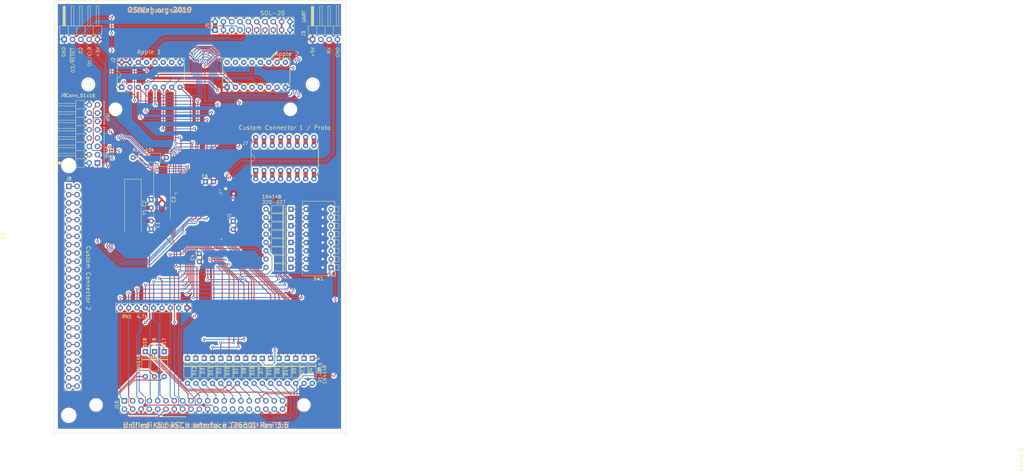
<source format=kicad_pcb>
(kicad_pcb (version 20171130) (host pcbnew "(5.1.8-0-10_14)")
  (title_block (title "Unified Retro Keyboard ASCII Interface (2560)") (date 2020-06-02) (rev 3.4))
  (layers (0 F.Cu signal) (31 B.Cu signal) (34 B.Paste user) (35 F.Paste user) (36 B.SilkS user) (37 F.SilkS user) (38 B.Mask user) (39 F.Mask user) (44 Edge.Cuts user))
  (net 0 "")
  (net 1 GND)
  (net 2 /Row3)
  (net 3 /Row0)
  (net 4 /Row1)
  (net 5 /Row4)
  (net 6 /Row5)
  (net 7 /Row7)
  (net 8 /D7)
  (net 9 /D1)
  (net 10 /D2)
  (net 11 /D3)
  (net 12 /D4)
  (net 13 /D5)
  (net 14 /D6)
  (net 15 /Col0)
  (net 16 /Col1)
  (net 17 /Col2)
  (net 18 /Col3)
  (net 19 /Col4)
  (net 20 /Col5)
  (net 21 /Col6)
  (net 22 /Col7)
  (net 23 /Row6)
  (net 24 /Row2)
  (net 25 /D0)
  (net 26 /~STROBE)
  (net 27 /Row10)
  (net 28 /Row9)
  (net 29 /Row8)
  (net 30 /Row15)
  (net 31 /Row14)
  (net 32 /Row13)
  (net 33 /Row12)
  (net 34 /Row11)
  (net 35 /Tx)
  (net 36 /Rx)
  (net 37 "Net-(D11-Pad1)")
  (net 38 "Net-(D12-Pad1)")
  (net 39 "Net-(D13-Pad1)")
  (net 40 "Net-(D14-Pad1)")
  (net 41 "Net-(D15-Pad1)")
  (net 42 "Net-(D16-Pad1)")
  (net 43 "Net-(D20-Pad1)")
  (net 44 "Net-(D24-Pad1)")
  (net 45 "Net-(D25-Pad1)")
  (net 46 "Net-(D26-Pad1)")
  (net 47 "Net-(D4-Pad1)")
  (net 48 "Net-(D5-Pad1)")
  (net 49 "Net-(D6-Pad1)")
  (net 50 "Net-(D7-Pad1)")
  (net 51 "Net-(D8-Pad1)")
  (net 52 "Net-(D9-Pad1)")
  (net 53 "Net-(D10-Pad1)")
  (net 54 "Net-(D27-Pad1)")
  (net 55 /LED1)
  (net 56 /OUT1)
  (net 57 /OUT2)
  (net 58 /OUT3)
  (net 59 /LED3)
  (net 60 /LED2)
  (net 61 "Net-(C1-Pad1)")
  (net 62 "Net-(C2-Pad1)")
  (net 63 "Net-(D21-Pad1)")
  (net 64 "Net-(D22-Pad1)")
  (net 65 "Net-(D23-Pad1)")
  (net 66 "Net-(J1-Pad9)")
  (net 67 "Net-(J1-Pad4)")
  (net 68 "Net-(J1-Pad14)")
  (net 69 "Net-(J1-Pad15)")
  (net 70 "Net-(J1-Pad16)")
  (net 71 "Net-(J2-Pad10)")
  (net 72 "Net-(J2-Pad11)")
  (net 73 "Net-(J2-Pad13)")
  (net 74 "Net-(U1-Pad98)")
  (net 75 "Net-(U1-Pad97)")
  (net 76 "Net-(U1-Pad96)")
  (net 77 "Net-(U1-Pad95)")
  (net 78 "Net-(U1-Pad94)")
  (net 79 "Net-(U1-Pad89)")
  (net 80 "Net-(U1-Pad88)")
  (net 81 "Net-(U1-Pad87)")
  (net 82 "Net-(U1-Pad86)")
  (net 83 "Net-(U1-Pad85)")
  (net 84 "Net-(U1-Pad84)")
  (net 85 "Net-(U1-Pad83)")
  (net 86 "Net-(U1-Pad82)")
  (net 87 "Net-(U1-Pad70)")
  (net 88 "Net-(U1-Pad52)")
  (net 89 "Net-(U1-Pad51)")
  (net 90 "Net-(U1-Pad47)")
  (net 91 "Net-(U1-Pad46)")
  (net 92 "Net-(U1-Pad45)")
  (net 93 "Net-(U1-Pad44)")
  (net 94 "Net-(U1-Pad43)")
  (net 95 "Net-(U1-Pad42)")
  (net 96 "Net-(U1-Pad41)")
  (net 97 "Net-(U1-Pad40)")
  (net 98 "Net-(U1-Pad39)")
  (net 99 "Net-(U1-Pad38)")
  (net 100 "Net-(U1-Pad37)")
  (net 101 "Net-(U1-Pad36)")
  (net 102 "Net-(U1-Pad35)")
  (net 103 "Net-(U1-Pad29)")
  (net 104 "Net-(U1-Pad28)")
  (net 105 "Net-(U1-Pad19)")
  (net 106 "Net-(U1-Pad9)")
  (net 107 "Net-(U1-Pad8)")
  (net 108 "Net-(U1-Pad7)")
  (net 109 "Net-(U1-Pad6)")
  (net 110 "Net-(U1-Pad5)")
  (net 111 "Net-(U1-Pad4)")
  (net 112 "Net-(U1-Pad1)")
  (net 113 VCC)
  (net 114 "Net-(J8-Pad1)")
  (net 115 "Net-(J8-Pad9)")
  (net 116 "Net-(J8-Pad2)")
  (net 117 "Net-(J8-Pad10)")
  (net 118 "Net-(J8-Pad3)")
  (net 119 "Net-(J8-Pad11)")
  (net 120 "Net-(J8-Pad4)")
  (net 121 "Net-(J8-Pad12)")
  (net 122 "Net-(J8-Pad5)")
  (net 123 "Net-(J8-Pad13)")
  (net 124 "Net-(J8-Pad6)")
  (net 125 "Net-(J8-Pad14)")
  (net 126 "Net-(J8-Pad7)")
  (net 127 "Net-(J8-Pad15)")
  (net 128 "Net-(J8-Pad8)")
  (net 129 "Net-(J8-Pad16)")
  (net 130 /TDI)
  (net 131 "Net-(J6-Pad8)")
  (net 132 "Net-(J6-Pad7)")
  (net 133 /~RESET)
  (net 134 /TMS)
  (net 135 /TDO)
  (net 136 /TCK)
  (net 137 "Net-(D1-Pad1)")
  (net 138 "Net-(D2-Pad1)")
  (net 139 "Net-(D3-Pad1)")
  (net 140 "Net-(D17-Pad2)")
  (net 141 "Net-(D18-Pad2)")
  (net 142 "Net-(D19-Pad2)")
  (net 143 "Net-(J7-Pad1)")
  (net 144 "Net-(J7-Pad9)")
  (net 145 "Net-(J7-Pad2)")
  (net 146 "Net-(J7-Pad10)")
  (net 147 "Net-(J7-Pad3)")
  (net 148 "Net-(J7-Pad11)")
  (net 149 "Net-(J7-Pad4)")
  (net 150 "Net-(J7-Pad12)")
  (net 151 "Net-(J7-Pad5)")
  (net 152 "Net-(J7-Pad13)")
  (net 153 "Net-(J7-Pad6)")
  (net 154 "Net-(J7-Pad14)")
  (net 155 "Net-(J7-Pad7)")
  (net 156 "Net-(J7-Pad15)")
  (net 157 "Net-(J7-Pad8)")
  (net 158 "Net-(J7-Pad16)")
  (net 159 "Net-(J10-Pad32)")
  (net 160 "Net-(J10-Pad30)")
  (net 161 "Net-(J10-Pad28)")
  (net 162 "Net-(J10-Pad26)")
  (net 163 "Net-(J8-Pad25)")
  (net 164 "Net-(J8-Pad24)")
  (net 165 "Net-(J8-Pad23)")
  (net 166 "Net-(J8-Pad22)")
  (net 167 "Net-(J8-Pad21)")
  (net 168 "Net-(J8-Pad20)")
  (net 169 "Net-(J8-Pad19)")
  (net 170 "Net-(J8-Pad18)")
  (net 171 "Net-(J8-Pad17)")
  (net 172 /MOSI)
  (net 173 /SCK)
  (net 174 /MISO)
  (module unikbd:SW_DIP_SPSTx08_Piano_CTS_Series194-8MSTN_W7.62mm_P2.54mm (layer F.Cu) (at 248.262 132.361 180)
    (fp_text reference SW1 (at 3.81 -3.42) (layer F.SilkS))
    (fp_text value Options)
    (pad 12 thru_hole oval (at 2.54 10.16 180) (size 6.68 1.6) (drill 0.8 (offset 2.54 0)) (layers *.Cu *.Mask) (net 64 "Net-(D22-Pad1)"))
    (pad 10 thru_hole oval (at 2.54 15.24 180) (size 6.68 1.6) (drill 0.8 (offset 2.54 0)) (layers *.Cu *.Mask) (net 65 "Net-(D23-Pad1)"))
    (pad 13 thru_hole oval (at 2.54 7.62 180) (size 6.68 1.6) (drill 0.8 (offset 2.54 0)) (layers *.Cu *.Mask) (net 45 "Net-(D25-Pad1)"))
    (pad 9 thru_hole oval (at 2.54 17.78 180) (size 6.68 1.6) (drill 0.8 (offset 2.54 0)) (layers *.Cu *.Mask) (net 54 "Net-(D27-Pad1)"))
    (pad 11 thru_hole oval (at 2.54 12.7 180) (size 6.68 1.6) (drill 0.8 (offset 2.54 0)) (layers *.Cu *.Mask) (net 46 "Net-(D26-Pad1)"))
    (pad 14 thru_hole oval (at 2.54 5.08 180) (size 6.68 1.6) (drill 0.8 (offset 2.54 0)) (layers *.Cu *.Mask) (net 63 "Net-(D21-Pad1)"))
    (pad 15 thru_hole oval (at 2.54 2.54 180) (size 6.68 1.6) (drill 0.8 (offset 2.54 0)) (layers *.Cu *.Mask) (net 44 "Net-(D24-Pad1)"))
    (pad 16 thru_hole oval (at 2.54 0 180) (size 6.68 1.6) (drill 0.8 (offset 2.54 0)) (layers *.Cu *.Mask) (net 43 "Net-(D20-Pad1)"))
    (pad 16 thru_hole oval (at 7.62 0 180) (size 1.6 1.6) (drill 0.8) (layers *.Cu *.Mask) (net 43 "Net-(D20-Pad1)"))
    (pad 8 thru_hole oval (at 0 17.78 180) (size 1.6 1.6) (drill 0.8) (layers *.Cu *.Mask) (net 29 /Row8))
    (pad 15 thru_hole oval (at 7.62 2.54 180) (size 1.6 1.6) (drill 0.8) (layers *.Cu *.Mask) (net 44 "Net-(D24-Pad1)"))
    (pad 7 thru_hole oval (at 0 15.24 180) (size 1.6 1.6) (drill 0.8) (layers *.Cu *.Mask) (net 29 /Row8))
    (pad 14 thru_hole oval (at 7.62 5.08 180) (size 1.6 1.6) (drill 0.8) (layers *.Cu *.Mask) (net 63 "Net-(D21-Pad1)"))
    (pad 6 thru_hole oval (at 0 12.7 180) (size 1.6 1.6) (drill 0.8) (layers *.Cu *.Mask) (net 29 /Row8))
    (pad 13 thru_hole oval (at 7.62 7.62 180) (size 1.6 1.6) (drill 0.8) (layers *.Cu *.Mask) (net 45 "Net-(D25-Pad1)"))
    (pad 5 thru_hole oval (at 0 10.16 180) (size 1.6 1.6) (drill 0.8) (layers *.Cu *.Mask) (net 29 /Row8))
    (pad 12 thru_hole oval (at 7.62 10.16 180) (size 1.6 1.6) (drill 0.8) (layers *.Cu *.Mask) (net 64 "Net-(D22-Pad1)"))
    (pad 4 thru_hole oval (at 0 7.62 180) (size 1.6 1.6) (drill 0.8) (layers *.Cu *.Mask) (net 29 /Row8))
    (pad 11 thru_hole oval (at 7.62 12.7 180) (size 1.6 1.6) (drill 0.8) (layers *.Cu *.Mask) (net 46 "Net-(D26-Pad1)"))
    (pad 3 thru_hole oval (at 0 5.08 180) (size 1.6 1.6) (drill 0.8) (layers *.Cu *.Mask) (net 29 /Row8))
    (pad 10 thru_hole oval (at 7.62 15.24 180) (size 1.6 1.6) (drill 0.8) (layers *.Cu *.Mask) (net 65 "Net-(D23-Pad1)"))
    (pad 2 thru_hole oval (at 0 2.54 180) (size 1.6 1.6) (drill 0.8) (layers *.Cu *.Mask) (net 29 /Row8))
    (pad 9 thru_hole oval (at 7.62 17.78 180) (size 1.6 1.6) (drill 0.8) (layers *.Cu *.Mask) (net 54 "Net-(D27-Pad1)"))
    (pad 1 thru_hole rect (at 0 0 180) (size 1.6 1.6) (drill 0.8) (layers *.Cu *.Mask) (net 29 /Row8))
  )
  (module Diode_THT:D_DO-35_SOD27_P7.62mm_Horizontal (layer F.Cu) (at 222.25 160.0724 270)
    (fp_text reference D16 (at 3.81 -2.12 90) (layer F.SilkS))
    (fp_text value 1N4148)
    (fp_text user K (at 0 -1.8 90) (layer F.SilkS))
    (pad 2 thru_hole oval (at 7.62 0 270) (size 1.6 1.6) (drill 0.8) (layers *.Cu *.Mask) (net 31 /Row14))
    (pad 1 thru_hole rect (at 0 0 270) (size 1.6 1.6) (drill 0.8) (layers *.Cu *.Mask) (net 42 "Net-(D16-Pad1)"))
  )
  (module Diode_THT:D_DO-35_SOD27_P7.62mm_Horizontal (layer F.Cu) (at 227.33 160.0724 270)
    (fp_text reference D15 (at 3.81 -2.12 90) (layer F.SilkS))
    (fp_text value 1N4148)
    (fp_text user K (at 0 -1.8 90) (layer F.SilkS))
    (pad 2 thru_hole oval (at 7.62 0 270) (size 1.6 1.6) (drill 0.8) (layers *.Cu *.Mask) (net 33 /Row12))
    (pad 1 thru_hole rect (at 0 0 270) (size 1.6 1.6) (drill 0.8) (layers *.Cu *.Mask) (net 41 "Net-(D15-Pad1)"))
  )
  (module Diode_THT:D_DO-35_SOD27_P7.62mm_Horizontal (layer F.Cu) (at 232.41 160.0724 270)
    (fp_text reference D14 (at 3.81 -2.12 90) (layer F.SilkS))
    (fp_text value 1N4148)
    (fp_text user K (at 0 -1.8 90) (layer F.SilkS))
    (pad 2 thru_hole oval (at 7.62 0 270) (size 1.6 1.6) (drill 0.8) (layers *.Cu *.Mask) (net 27 /Row10))
    (pad 1 thru_hole rect (at 0 0 270) (size 1.6 1.6) (drill 0.8) (layers *.Cu *.Mask) (net 40 "Net-(D14-Pad1)"))
  )
  (module Diode_THT:D_DO-35_SOD27_P7.62mm_Horizontal (layer F.Cu) (at 237.49 160.0724 270)
    (fp_text reference D13 (at 3.81 -2.12 90) (layer F.SilkS))
    (fp_text value 1N4148)
    (fp_text user K (at 0 -1.8 90) (layer F.SilkS))
    (pad 2 thru_hole oval (at 7.62 0 270) (size 1.6 1.6) (drill 0.8) (layers *.Cu *.Mask) (net 29 /Row8))
    (pad 1 thru_hole rect (at 0 0 270) (size 1.6 1.6) (drill 0.8) (layers *.Cu *.Mask) (net 39 "Net-(D13-Pad1)"))
  )
  (module Diode_THT:D_DO-35_SOD27_P7.62mm_Horizontal (layer F.Cu) (at 204.47 160.0724 270)
    (fp_text reference D12 (at 3.81 -2.12 90) (layer F.SilkS))
    (fp_text value 1N4148)
    (fp_text user K (at 0 -1.8 90) (layer F.SilkS))
    (pad 2 thru_hole oval (at 7.62 0 270) (size 1.6 1.6) (drill 0.8) (layers *.Cu *.Mask) (net 23 /Row6))
    (pad 1 thru_hole rect (at 0 0 270) (size 1.6 1.6) (drill 0.8) (layers *.Cu *.Mask) (net 38 "Net-(D12-Pad1)"))
  )
  (module Diode_THT:D_DO-35_SOD27_P7.62mm_Horizontal (layer F.Cu) (at 209.55 160.0724 270)
    (fp_text reference D11 (at 3.81 -2.12 90) (layer F.SilkS))
    (fp_text value 1N4148)
    (fp_text user K (at 0 -1.8 90) (layer F.SilkS))
    (pad 2 thru_hole oval (at 7.62 0 270) (size 1.6 1.6) (drill 0.8) (layers *.Cu *.Mask) (net 5 /Row4))
    (pad 1 thru_hole rect (at 0 0 270) (size 1.6 1.6) (drill 0.8) (layers *.Cu *.Mask) (net 37 "Net-(D11-Pad1)"))
  )
  (module Diode_THT:D_DO-35_SOD27_P7.62mm_Horizontal (layer F.Cu) (at 214.63 160.0724 270)
    (fp_text reference D10 (at 3.81 -2.12 90) (layer F.SilkS))
    (fp_text value 1N4148)
    (fp_text user K (at 0 -1.8 90) (layer F.SilkS))
    (pad 2 thru_hole oval (at 7.62 0 270) (size 1.6 1.6) (drill 0.8) (layers *.Cu *.Mask) (net 24 /Row2))
    (pad 1 thru_hole rect (at 0 0 270) (size 1.6 1.6) (drill 0.8) (layers *.Cu *.Mask) (net 53 "Net-(D10-Pad1)"))
  )
  (module Diode_THT:D_DO-35_SOD27_P7.62mm_Horizontal (layer F.Cu) (at 219.71 160.0724 270)
    (fp_text reference D9 (at 3.81 -2.12 90) (layer F.SilkS))
    (fp_text value 1N4148)
    (fp_text user K (at 0 -1.8 90) (layer F.SilkS))
    (pad 2 thru_hole oval (at 7.62 0 270) (size 1.6 1.6) (drill 0.8) (layers *.Cu *.Mask) (net 3 /Row0))
    (pad 1 thru_hole rect (at 0 0 270) (size 1.6 1.6) (drill 0.8) (layers *.Cu *.Mask) (net 52 "Net-(D9-Pad1)"))
  )
  (module Diode_THT:D_DO-35_SOD27_P7.62mm_Horizontal (layer F.Cu) (at 242.57 160.0724 270)
    (fp_text reference D8 (at 3.81 -2.12 90) (layer F.SilkS))
    (fp_text value 1N4148)
    (fp_text user K (at 0 -1.8 90) (layer F.SilkS))
    (pad 2 thru_hole oval (at 7.62 0 270) (size 1.6 1.6) (drill 0.8) (layers *.Cu *.Mask) (net 30 /Row15))
    (pad 1 thru_hole rect (at 0 0 270) (size 1.6 1.6) (drill 0.8) (layers *.Cu *.Mask) (net 51 "Net-(D8-Pad1)"))
  )
  (module Diode_THT:D_DO-35_SOD27_P7.62mm_Horizontal (layer F.Cu) (at 224.79 160.0724 270)
    (fp_text reference D7 (at 3.81 -2.12 90) (layer F.SilkS))
    (fp_text value 1N4148)
    (fp_text user K (at 0 -1.8 90) (layer F.SilkS))
    (pad 2 thru_hole oval (at 7.62 0 270) (size 1.6 1.6) (drill 0.8) (layers *.Cu *.Mask) (net 32 /Row13))
    (pad 1 thru_hole rect (at 0 0 270) (size 1.6 1.6) (drill 0.8) (layers *.Cu *.Mask) (net 50 "Net-(D7-Pad1)"))
  )
  (module Diode_THT:D_DO-35_SOD27_P7.62mm_Horizontal (layer F.Cu) (at 229.87 160.0724 270)
    (fp_text reference D6 (at 3.81 -2.12 90) (layer F.SilkS))
    (fp_text value 1N4148)
    (fp_text user K (at 0 -1.8 90) (layer F.SilkS))
    (pad 2 thru_hole oval (at 7.62 0 270) (size 1.6 1.6) (drill 0.8) (layers *.Cu *.Mask) (net 34 /Row11))
    (pad 1 thru_hole rect (at 0 0 270) (size 1.6 1.6) (drill 0.8) (layers *.Cu *.Mask) (net 49 "Net-(D6-Pad1)"))
  )
  (module Diode_THT:D_DO-35_SOD27_P7.62mm_Horizontal (layer F.Cu) (at 234.95 160.0724 270)
    (fp_text reference D5 (at 3.81 -2.12 90) (layer F.SilkS))
    (fp_text value 1N4148)
    (fp_text user K (at 0 -1.8 90) (layer F.SilkS))
    (pad 2 thru_hole oval (at 7.62 0 270) (size 1.6 1.6) (drill 0.8) (layers *.Cu *.Mask) (net 28 /Row9))
    (pad 1 thru_hole rect (at 0 0 270) (size 1.6 1.6) (drill 0.8) (layers *.Cu *.Mask) (net 48 "Net-(D5-Pad1)"))
  )
  (module Diode_THT:D_DO-35_SOD27_P7.62mm_Horizontal (layer F.Cu) (at 240.03 160.0724 270)
    (fp_text reference D4 (at 3.81 -2.12 90) (layer F.SilkS))
    (fp_text value 1N4148)
    (fp_text user K (at 0 -1.8 90) (layer F.SilkS))
    (pad 2 thru_hole oval (at 7.62 0 270) (size 1.6 1.6) (drill 0.8) (layers *.Cu *.Mask) (net 7 /Row7))
    (pad 1 thru_hole rect (at 0 0 270) (size 1.6 1.6) (drill 0.8) (layers *.Cu *.Mask) (net 47 "Net-(D4-Pad1)"))
  )
  (module Diode_THT:D_DO-35_SOD27_P7.62mm_Horizontal (layer F.Cu) (at 207.01 160.0724 270)
    (fp_text reference D3 (at 3.81 -2.12 90) (layer F.SilkS))
    (fp_text value 1N4148)
    (fp_text user K (at 0 -1.8 90) (layer F.SilkS))
    (pad 2 thru_hole oval (at 7.62 0 270) (size 1.6 1.6) (drill 0.8) (layers *.Cu *.Mask) (net 6 /Row5))
    (pad 1 thru_hole rect (at 0 0 270) (size 1.6 1.6) (drill 0.8) (layers *.Cu *.Mask) (net 139 "Net-(D3-Pad1)"))
  )
  (module Diode_THT:D_DO-35_SOD27_P7.62mm_Horizontal (layer F.Cu) (at 212.09 160.0724 270)
    (fp_text reference D2 (at 3.81 -2.12 90) (layer F.SilkS))
    (fp_text value 1N4148)
    (fp_text user K (at 0 -1.8 90) (layer F.SilkS))
    (pad 2 thru_hole oval (at 7.62 0 270) (size 1.6 1.6) (drill 0.8) (layers *.Cu *.Mask) (net 2 /Row3))
    (pad 1 thru_hole rect (at 0 0 270) (size 1.6 1.6) (drill 0.8) (layers *.Cu *.Mask) (net 138 "Net-(D2-Pad1)"))
  )
  (module Diode_THT:D_DO-35_SOD27_P7.62mm_Horizontal (layer F.Cu) (at 217.17 160.0724 270)
    (fp_text reference D1 (at 3.81 -2.12 90) (layer F.SilkS))
    (fp_text value 1N4148)
    (fp_text user K (at 0 -1.8 90) (layer F.SilkS))
    (pad 2 thru_hole oval (at 7.62 0 270) (size 1.6 1.6) (drill 0.8) (layers *.Cu *.Mask) (net 4 /Row1))
    (pad 1 thru_hole rect (at 0 0 270) (size 1.6 1.6) (drill 0.8) (layers *.Cu *.Mask) (net 137 "Net-(D1-Pad1)"))
  )
  (module Crystal:Crystal_SMD_HC49-SD_HandSoldering (layer F.Cu) (at 196.7 111.66 270)
    (fp_text reference C3 (at 0 -3.55 90) (layer F.SilkS))
    (fp_text value "0.1 uF")
    (pad 2 smd rect (at 5.9375 0 270) (size 7.875 2) (layers F.Cu F.Paste F.Mask) (net 1 GND))
    (pad 1 smd rect (at -5.9375 0 270) (size 7.875 2) (layers F.Cu F.Paste F.Mask) (net 113 VCC))
  )
  (module unikbd:kbd_header_and_mounting_holes (layer F.Cu) (at 185.397 175.5918 90)
    (fp_text reference J10 (at 1.2954 -2.5078 90) (layer F.SilkS))
    (fp_text value Keyboard)
    (pad "" np_thru_hole circle (at 91.4924 50.4712 90) (size 3.175 3.175) (drill 3.175) (layers *.Cu *.Mask))
    (pad "" np_thru_hole circle (at 91.4924 -2.8688 90) (size 3.175 3.175) (drill 3.175) (layers *.Cu *.Mask))
    (pad "" np_thru_hole circle (at 1.2954 -8.8124 90) (size 3.175 3.175) (drill 3.175) (layers *.Cu *.Mask))
    (pad "" np_thru_hole circle (at 1.2954 54.5606 90) (size 3.175 3.175) (drill 3.175) (layers *.Cu *.Mask))
    (pad 40 thru_hole oval (at 0.0254 48.0822 90) (size 1.7 1.7) (drill 1) (layers *.Cu *.Mask) (net 34 /Row11))
    (pad 39 thru_hole oval (at 2.5654 48.0822 90) (size 1.7 1.7) (drill 1) (layers *.Cu *.Mask) (net 33 /Row12))
    (pad 38 thru_hole oval (at 0.0254 45.5422 90) (size 1.7 1.7) (drill 1) (layers *.Cu *.Mask) (net 27 /Row10))
    (pad 37 thru_hole oval (at 2.5654 45.5422 90) (size 1.7 1.7) (drill 1) (layers *.Cu *.Mask) (net 32 /Row13))
    (pad 36 thru_hole oval (at 0.0254 43.0022 90) (size 1.7 1.7) (drill 1) (layers *.Cu *.Mask) (net 28 /Row9))
    (pad 35 thru_hole oval (at 2.5654 43.0022 90) (size 1.7 1.7) (drill 1) (layers *.Cu *.Mask) (net 31 /Row14))
    (pad 34 thru_hole oval (at 0.0254 40.4622 90) (size 1.7 1.7) (drill 1) (layers *.Cu *.Mask) (net 29 /Row8))
    (pad 33 thru_hole oval (at 2.5654 40.4622 90) (size 1.7 1.7) (drill 1) (layers *.Cu *.Mask) (net 30 /Row15))
    (pad 32 thru_hole oval (at 0.0254 37.9222 90) (size 1.7 1.7) (drill 1) (layers *.Cu *.Mask) (net 159 "Net-(J10-Pad32)"))
    (pad 31 thru_hole oval (at 2.5654 37.9222 90) (size 1.7 1.7) (drill 1) (layers *.Cu *.Mask) (net 3 /Row0))
    (pad 30 thru_hole oval (at 0.0254 35.3822 90) (size 1.7 1.7) (drill 1) (layers *.Cu *.Mask) (net 160 "Net-(J10-Pad30)"))
    (pad 29 thru_hole oval (at 2.5654 35.3822 90) (size 1.7 1.7) (drill 1) (layers *.Cu *.Mask) (net 4 /Row1))
    (pad 28 thru_hole oval (at 0.0254 32.8422 90) (size 1.7 1.7) (drill 1) (layers *.Cu *.Mask) (net 161 "Net-(J10-Pad28)"))
    (pad 27 thru_hole oval (at 2.5654 32.8422 90) (size 1.7 1.7) (drill 1) (layers *.Cu *.Mask) (net 24 /Row2))
    (pad 26 thru_hole oval (at 0.0254 30.3022 90) (size 1.7 1.7) (drill 1) (layers *.Cu *.Mask) (net 162 "Net-(J10-Pad26)"))
    (pad 25 thru_hole oval (at 2.5654 30.3022 90) (size 1.7 1.7) (drill 1) (layers *.Cu *.Mask) (net 2 /Row3))
    (pad 24 thru_hole oval (at 0.0254 27.7622 90) (size 1.7 1.7) (drill 1) (layers *.Cu *.Mask) (net 59 /LED3))
    (pad 23 thru_hole oval (at 2.5654 27.7622 90) (size 1.7 1.7) (drill 1) (layers *.Cu *.Mask) (net 5 /Row4))
    (pad 22 thru_hole oval (at 0.0254 25.2222 90) (size 1.7 1.7) (drill 1) (layers *.Cu *.Mask) (net 113 VCC))
    (pad 21 thru_hole oval (at 2.5654 25.2222 90) (size 1.7 1.7) (drill 1) (layers *.Cu *.Mask) (net 6 /Row5))
    (pad 20 thru_hole oval (at 0.0254 22.6822 90) (size 1.7 1.7) (drill 1) (layers *.Cu *.Mask) (net 142 "Net-(D19-Pad2)"))
    (pad 19 thru_hole oval (at 2.5654 22.6822 90) (size 1.7 1.7) (drill 1) (layers *.Cu *.Mask) (net 23 /Row6))
    (pad 18 thru_hole oval (at 0.0254 20.1422 90) (size 1.7 1.7) (drill 1) (layers *.Cu *.Mask) (net 15 /Col0))
    (pad 17 thru_hole oval (at 2.5654 20.1422 90) (size 1.7 1.7) (drill 1) (layers *.Cu *.Mask) (net 7 /Row7))
    (pad 16 thru_hole oval (at 0.0254 17.6022 90) (size 1.7 1.7) (drill 1) (layers *.Cu *.Mask) (net 60 /LED2))
    (pad 15 thru_hole oval (at 2.5654 17.6022 90) (size 1.7 1.7) (drill 1) (layers *.Cu *.Mask) (net 15 /Col0))
    (pad 14 thru_hole oval (at 0.0254 15.0622 90) (size 1.7 1.7) (drill 1) (layers *.Cu *.Mask) (net 113 VCC))
    (pad 13 thru_hole oval (at 2.5654 15.0622 90) (size 1.7 1.7) (drill 1) (layers *.Cu *.Mask) (net 16 /Col1))
    (pad 12 thru_hole oval (at 0.0254 12.5222 90) (size 1.7 1.7) (drill 1) (layers *.Cu *.Mask) (net 141 "Net-(D18-Pad2)"))
    (pad 11 thru_hole oval (at 2.5654 12.5222 90) (size 1.7 1.7) (drill 1) (layers *.Cu *.Mask) (net 17 /Col2))
    (pad 10 thru_hole oval (at 0.0254 9.9822 90) (size 1.7 1.7) (drill 1) (layers *.Cu *.Mask) (net 15 /Col0))
    (pad 9 thru_hole oval (at 2.5654 9.9822 90) (size 1.7 1.7) (drill 1) (layers *.Cu *.Mask) (net 18 /Col3))
    (pad 8 thru_hole oval (at 0.0254 7.4422 90) (size 1.7 1.7) (drill 1) (layers *.Cu *.Mask) (net 55 /LED1))
    (pad 7 thru_hole oval (at 2.5654 7.4422 90) (size 1.7 1.7) (drill 1) (layers *.Cu *.Mask) (net 19 /Col4))
    (pad 6 thru_hole oval (at 0.0254 4.9022 90) (size 1.7 1.7) (drill 1) (layers *.Cu *.Mask) (net 113 VCC))
    (pad 5 thru_hole oval (at 2.5654 4.9022 90) (size 1.7 1.7) (drill 1) (layers *.Cu *.Mask) (net 20 /Col5))
    (pad 4 thru_hole oval (at 0.0254 2.3622 90) (size 1.7 1.7) (drill 1) (layers *.Cu *.Mask) (net 140 "Net-(D17-Pad2)"))
    (pad 3 thru_hole oval (at 2.5654 2.3622 90) (size 1.7 1.7) (drill 1) (layers *.Cu *.Mask) (net 21 /Col6))
    (pad 2 thru_hole oval (at 0.0254 -0.1778 90) (size 1.7 1.7) (drill 1) (layers *.Cu *.Mask) (net 15 /Col0))
    (pad 1 thru_hole rect (at 2.5654 -0.1778 90) (size 1.7 1.7) (drill 1) (layers *.Cu *.Mask) (net 22 /Col7))
  )
  (module MountingHole:MountingHole_3.7mm (layer F.Cu) (at 168.252 177.446)
    (fp_text reference MH2 hide)
    (fp_text value "Apple II" hide)
    (pad 1 np_thru_hole circle (at 0 0) (size 3.7 3.7) (drill 3.7) (layers *.Cu *.Mask))
  )
  (module MountingHole:MountingHole_3.7mm (layer F.Cu) (at 168.252 101.246)
    (fp_text reference MH1 hide)
    (fp_text value "Apple II" hide)
    (pad 1 np_thru_hole circle (at 0 0) (size 3.7 3.7) (drill 3.7) (layers *.Cu *.Mask))
  )
  (module Connector_PinHeader_2.54mm:PinHeader_2x08_P2.54mm_Horizontal (layer F.Cu) (at 177.015 100.484 180)
    (fp_text reference J6 (at 10.414 20.701) (layer F.SilkS))
    (fp_text value Conn_01x16 (at 5.207 20.574) (layer F.SilkS))
    (pad 16 thru_hole oval (at 2.54 17.78 180) (size 1.7 1.7) (drill 1) (layers *.Cu *.Mask) (net 1 GND))
    (pad 15 thru_hole oval (at 0 17.78 180) (size 1.7 1.7) (drill 1) (layers *.Cu *.Mask) (net 133 /~RESET))
    (pad 14 thru_hole oval (at 2.54 15.24 180) (size 1.7 1.7) (drill 1) (layers *.Cu *.Mask) (net 172 /MOSI))
    (pad 13 thru_hole oval (at 0 15.24 180) (size 1.7 1.7) (drill 1) (layers *.Cu *.Mask) (net 173 /SCK))
    (pad 12 thru_hole oval (at 2.54 12.7 180) (size 1.7 1.7) (drill 1) (layers *.Cu *.Mask) (net 113 VCC))
    (pad 11 thru_hole oval (at 0 12.7 180) (size 1.7 1.7) (drill 1) (layers *.Cu *.Mask) (net 174 /MISO))
    (pad 10 thru_hole oval (at 2.54 10.16 180) (size 1.7 1.7) (drill 1) (layers *.Cu *.Mask) (net 1 GND))
    (pad 9 thru_hole oval (at 0 10.16 180) (size 1.7 1.7) (drill 1) (layers *.Cu *.Mask) (net 130 /TDI))
    (pad 8 thru_hole oval (at 2.54 7.62 180) (size 1.7 1.7) (drill 1) (layers *.Cu *.Mask) (net 131 "Net-(J6-Pad8)"))
    (pad 7 thru_hole oval (at 0 7.62 180) (size 1.7 1.7) (drill 1) (layers *.Cu *.Mask) (net 132 "Net-(J6-Pad7)"))
    (pad 6 thru_hole oval (at 2.54 5.08 180) (size 1.7 1.7) (drill 1) (layers *.Cu *.Mask) (net 133 /~RESET))
    (pad 5 thru_hole oval (at 0 5.08 180) (size 1.7 1.7) (drill 1) (layers *.Cu *.Mask) (net 134 /TMS))
    (pad 4 thru_hole oval (at 2.54 2.54 180) (size 1.7 1.7) (drill 1) (layers *.Cu *.Mask) (net 113 VCC))
    (pad 3 thru_hole oval (at 0 2.54 180) (size 1.7 1.7) (drill 1) (layers *.Cu *.Mask) (net 135 /TDO))
    (pad 2 thru_hole oval (at 2.54 0 180) (size 1.7 1.7) (drill 1) (layers *.Cu *.Mask) (net 1 GND))
    (pad 1 thru_hole rect (at 0 0 180) (size 1.7 1.7) (drill 1) (layers *.Cu *.Mask) (net 136 /TCK))
  )
  (module unikbd:ExpansionHeader_1x25_P2.54 (layer F.Cu) (at 168.252 107.596)
    (fp_text reference J8 (at 0 -2.33) (layer F.SilkS))
    (fp_text value "Custom Connector 2" (at 5.969 28.0035 270 unlocked) (layer F.SilkS) (effects (font (size 1.27 1.27))))
    (fp_line (start 0 40.64) (end 2.54 40.64) (layer F.Cu) (width 0.254))
    (fp_line (start 0 43.18) (end 2.54 43.18) (layer F.Cu) (width 0.254))
    (fp_line (start 0 38.1) (end 2.54 38.1) (layer F.Cu) (width 0.254))
    (fp_line (start 0 48.26) (end 2.54 48.26) (layer F.Cu) (width 0.254))
    (fp_line (start 0 45.72) (end 2.54 45.72) (layer F.Cu) (width 0.254))
    (fp_line (start 0 53.34) (end 2.54 53.34) (layer F.Cu) (width 0.254))
    (fp_line (start 0 55.88) (end 2.54 55.88) (layer F.Cu) (width 0.254))
    (fp_line (start 0 50.8) (end 2.54 50.8) (layer F.Cu) (width 0.254))
    (fp_line (start 0 60.96) (end 2.54 60.96) (layer F.Cu) (width 0.254))
    (fp_line (start 0 58.42) (end 2.54 58.42) (layer F.Cu) (width 0.254))
    (fp_line (start 0 33.02) (end 2.54 33.02) (layer F.Cu) (width 0.254))
    (fp_line (start 0 35.56) (end 2.54 35.56) (layer F.Cu) (width 0.254))
    (fp_line (start 0 25.4) (end 2.54 25.4) (layer F.Cu) (width 0.254))
    (fp_line (start 0 30.48) (end 2.54 30.48) (layer F.Cu) (width 0.254))
    (fp_line (start 0 27.94) (end 2.54 27.94) (layer F.Cu) (width 0.254))
    (fp_line (start 0 20.32) (end 2.54 20.32) (layer F.Cu) (width 0.254))
    (fp_line (start 0 22.86) (end 2.54 22.86) (layer F.Cu) (width 0.254))
    (fp_line (start 0 12.7) (end 2.54 12.7) (layer F.Cu) (width 0.254))
    (fp_line (start 0 17.78) (end 2.54 17.78) (layer F.Cu) (width 0.254))
    (fp_line (start 0 15.24) (end 2.54 15.24) (layer F.Cu) (width 0.254))
    (fp_line (start 0 10.16) (end 2.54 10.16) (layer F.Cu) (width 0.254))
    (fp_line (start 0 7.62) (end 2.54 7.62) (layer F.Cu) (width 0.254))
    (fp_line (start 0 5.08) (end 2.54 5.08) (layer F.Cu) (width 0.254))
    (fp_line (start 0 2.54) (end 2.54 2.54) (layer F.Cu) (width 0.254))
    (fp_line (start 0 0) (end 2.54 0) (layer F.Cu) (width 0.254))
    (pad 26 thru_hole circle (at 2.54 0) (size 1.7 1.7) (drill 1) (layers *.Cu *.Mask))
    (pad 27 thru_hole oval (at 2.54 2.54) (size 1.7 1.7) (drill 1) (layers *.Cu *.Mask))
    (pad 28 thru_hole oval (at 2.54 5.08) (size 1.7 1.7) (drill 1) (layers *.Cu *.Mask))
    (pad 29 thru_hole oval (at 2.54 7.62) (size 1.7 1.7) (drill 1) (layers *.Cu *.Mask))
    (pad 30 thru_hole oval (at 2.54 10.16) (size 1.7 1.7) (drill 1) (layers *.Cu *.Mask))
    (pad 31 thru_hole oval (at 2.54 12.7) (size 1.7 1.7) (drill 1) (layers *.Cu *.Mask))
    (pad 32 thru_hole oval (at 2.54 15.24) (size 1.7 1.7) (drill 1) (layers *.Cu *.Mask))
    (pad 33 thru_hole oval (at 2.54 17.78) (size 1.7 1.7) (drill 1) (layers *.Cu *.Mask))
    (pad 34 thru_hole oval (at 2.54 20.32) (size 1.7 1.7) (drill 1) (layers *.Cu *.Mask))
    (pad 35 thru_hole oval (at 2.54 22.86) (size 1.7 1.7) (drill 1) (layers *.Cu *.Mask))
    (pad 36 thru_hole oval (at 2.54 25.4) (size 1.7 1.7) (drill 1) (layers *.Cu *.Mask))
    (pad 37 thru_hole oval (at 2.54 27.94) (size 1.7 1.7) (drill 1) (layers *.Cu *.Mask))
    (pad 38 thru_hole oval (at 2.54 30.48) (size 1.7 1.7) (drill 1) (layers *.Cu *.Mask))
    (pad 39 thru_hole oval (at 2.54 33.02) (size 1.7 1.7) (drill 1) (layers *.Cu *.Mask))
    (pad 40 thru_hole oval (at 2.54 35.56) (size 1.7 1.7) (drill 1) (layers *.Cu *.Mask))
    (pad 50 thru_hole oval (at 2.54 60.96) (size 1.7 1.7) (drill 1) (layers *.Cu *.Mask))
    (pad 49 thru_hole oval (at 2.54 58.42) (size 1.7 1.7) (drill 1) (layers *.Cu *.Mask))
    (pad 48 thru_hole oval (at 2.54 55.88) (size 1.7 1.7) (drill 1) (layers *.Cu *.Mask))
    (pad 47 thru_hole oval (at 2.54 53.34) (size 1.7 1.7) (drill 1) (layers *.Cu *.Mask))
    (pad 46 thru_hole oval (at 2.54 50.8) (size 1.7 1.7) (drill 1) (layers *.Cu *.Mask))
    (pad 45 thru_hole oval (at 2.54 48.26) (size 1.7 1.7) (drill 1) (layers *.Cu *.Mask))
    (pad 44 thru_hole oval (at 2.54 45.72) (size 1.7 1.7) (drill 1) (layers *.Cu *.Mask))
    (pad 43 thru_hole oval (at 2.54 43.18) (size 1.7 1.7) (drill 1) (layers *.Cu *.Mask))
    (pad 42 thru_hole oval (at 2.54 40.64) (size 1.7 1.7) (drill 1) (layers *.Cu *.Mask))
    (pad 41 thru_hole oval (at 2.54 38.1) (size 1.7 1.7) (drill 1) (layers *.Cu *.Mask))
    (pad 16 thru_hole oval (at 0 38.1) (size 1.7 1.7) (drill 1) (layers *.Cu *.Mask) (net 129 "Net-(J8-Pad16)"))
    (pad 17 thru_hole oval (at 0 40.64) (size 1.7 1.7) (drill 1) (layers *.Cu *.Mask) (net 171 "Net-(J8-Pad17)"))
    (pad 18 thru_hole oval (at 0 43.18) (size 1.7 1.7) (drill 1) (layers *.Cu *.Mask) (net 170 "Net-(J8-Pad18)"))
    (pad 19 thru_hole oval (at 0 45.72) (size 1.7 1.7) (drill 1) (layers *.Cu *.Mask) (net 169 "Net-(J8-Pad19)"))
    (pad 20 thru_hole oval (at 0 48.26) (size 1.7 1.7) (drill 1) (layers *.Cu *.Mask) (net 168 "Net-(J8-Pad20)"))
    (pad 21 thru_hole oval (at 0 50.8) (size 1.7 1.7) (drill 1) (layers *.Cu *.Mask) (net 167 "Net-(J8-Pad21)"))
    (pad 22 thru_hole oval (at 0 53.34) (size 1.7 1.7) (drill 1) (layers *.Cu *.Mask) (net 166 "Net-(J8-Pad22)"))
    (pad 23 thru_hole oval (at 0 55.88) (size 1.7 1.7) (drill 1) (layers *.Cu *.Mask) (net 165 "Net-(J8-Pad23)"))
    (pad 24 thru_hole oval (at 0 58.42) (size 1.7 1.7) (drill 1) (layers *.Cu *.Mask) (net 164 "Net-(J8-Pad24)"))
    (pad 25 thru_hole oval (at 0 60.96) (size 1.7 1.7) (drill 1) (layers *.Cu *.Mask) (net 163 "Net-(J8-Pad25)"))
    (pad 15 thru_hole oval (at 0 35.56) (size 1.7 1.7) (drill 1) (layers *.Cu *.Mask) (net 127 "Net-(J8-Pad15)"))
    (pad 14 thru_hole oval (at 0 33.02) (size 1.7 1.7) (drill 1) (layers *.Cu *.Mask) (net 125 "Net-(J8-Pad14)"))
    (pad 13 thru_hole oval (at 0 30.48) (size 1.7 1.7) (drill 1) (layers *.Cu *.Mask) (net 123 "Net-(J8-Pad13)"))
    (pad 12 thru_hole oval (at 0 27.94) (size 1.7 1.7) (drill 1) (layers *.Cu *.Mask) (net 121 "Net-(J8-Pad12)"))
    (pad 11 thru_hole oval (at 0 25.4) (size 1.7 1.7) (drill 1) (layers *.Cu *.Mask) (net 119 "Net-(J8-Pad11)"))
    (pad 10 thru_hole oval (at 0 22.86) (size 1.7 1.7) (drill 1) (layers *.Cu *.Mask) (net 117 "Net-(J8-Pad10)"))
    (pad 9 thru_hole oval (at 0 20.32) (size 1.7 1.7) (drill 1) (layers *.Cu *.Mask) (net 115 "Net-(J8-Pad9)"))
    (pad 8 thru_hole oval (at 0 17.78) (size 1.7 1.7) (drill 1) (layers *.Cu *.Mask) (net 128 "Net-(J8-Pad8)"))
    (pad 7 thru_hole oval (at 0 15.24) (size 1.7 1.7) (drill 1) (layers *.Cu *.Mask) (net 126 "Net-(J8-Pad7)"))
    (pad 6 thru_hole oval (at 0 12.7) (size 1.7 1.7) (drill 1) (layers *.Cu *.Mask) (net 124 "Net-(J8-Pad6)"))
    (pad 5 thru_hole oval (at 0 10.16) (size 1.7 1.7) (drill 1) (layers *.Cu *.Mask) (net 122 "Net-(J8-Pad5)"))
    (pad 4 thru_hole oval (at 0 7.62) (size 1.7 1.7) (drill 1) (layers *.Cu *.Mask) (net 120 "Net-(J8-Pad4)"))
    (pad 3 thru_hole oval (at 0 5.08) (size 1.7 1.7) (drill 1) (layers *.Cu *.Mask) (net 118 "Net-(J8-Pad3)"))
    (pad 2 thru_hole oval (at 0 2.54) (size 1.7 1.7) (drill 1) (layers *.Cu *.Mask) (net 116 "Net-(J8-Pad2)"))
    (pad 1 thru_hole rect (at 0 0) (size 1.7 1.7) (drill 1) (layers *.Cu *.Mask) (net 114 "Net-(J8-Pad1)"))
  )
  (module "" (layer F.Cu) (at 230.355 88.165)
    (fp_text reference "" (at 225.275 102.77) (layer F.SilkS) (effects (font (size 1.27 1.27))))
    (fp_text value "" (at 225.275 102.77) (layer F.SilkS) (effects (font (size 1.27 1.27))))
    (fp_text user "Apple 1" (at 228.323 102.77 90) (layer F.SilkS) (effects (font (size 1.27 1.27))))
  )
  (module unikbd:DIP-16_W7.62mm_Proto (layer F.Cu) (at 225.275 102.77 90)
    (fp_text reference J7 (at 8.255 -3.175 180) (layer F.SilkS))
    (fp_text value "Custom Connector 1 / Proto" (at 13.081 8.8265) (layer F.SilkS) (effects (font (size 1.27 1.27))))
    (fp_line (start 10.16 17.78) (end 7.62 17.78) (layer F.Cu) (width 1.27))
    (fp_line (start 10.16 15.24) (end 7.62 15.24) (layer F.Cu) (width 1.27))
    (fp_line (start 10.16 12.7) (end 7.62 12.7) (layer F.Cu) (width 1.27))
    (fp_line (start 10.16 10.16) (end 7.62 10.16) (layer F.Cu) (width 1.27))
    (fp_line (start 10.16 7.62) (end 7.62 7.62) (layer F.Cu) (width 1.27))
    (fp_line (start 10.16 5.08) (end 7.62 5.08) (layer F.Cu) (width 1.27))
    (fp_line (start 10.16 2.54) (end 7.62 2.54) (layer F.Cu) (width 1.27))
    (fp_line (start 10.16 0) (end 7.62 0) (layer F.Cu) (width 1.27))
    (fp_line (start 0 0) (end -2.54 0) (layer F.Cu) (width 1.27))
    (fp_line (start 0 2.54) (end -2.54 2.54) (layer F.Cu) (width 1.27))
    (fp_line (start 0 5.08) (end -2.54 5.08) (layer F.Cu) (width 1.27))
    (fp_line (start 0 7.62) (end -2.54 7.62) (layer F.Cu) (width 1.27))
    (fp_line (start 0 10.16) (end -2.54 10.16) (layer F.Cu) (width 1.27))
    (fp_line (start 0 12.7) (end -2.54 12.7) (layer F.Cu) (width 1.27))
    (fp_line (start 0 15.24) (end -2.54 15.24) (layer F.Cu) (width 1.27))
    (fp_line (start 0 17.78) (end -2.54 17.78) (layer F.Cu) (width 1.27))
    (pad 46 thru_hole oval (at 10.16 17.78 90) (size 1.6 1.6) (drill 0.8) (layers *.Cu *.Mask))
    (pad 45 thru_hole oval (at -2.54 17.78 90) (size 1.6 1.6) (drill 0.8) (layers *.Cu *.Mask))
    (pad 42 thru_hole oval (at 10.16 15.24 90) (size 1.6 1.6) (drill 0.8) (layers *.Cu *.Mask))
    (pad 41 thru_hole oval (at -2.54 15.24 90) (size 1.6 1.6) (drill 0.8) (layers *.Cu *.Mask))
    (pad 38 thru_hole oval (at 10.16 12.7 90) (size 1.6 1.6) (drill 0.8) (layers *.Cu *.Mask))
    (pad 37 thru_hole oval (at -2.54 12.7 90) (size 1.6 1.6) (drill 0.8) (layers *.Cu *.Mask))
    (pad 34 thru_hole oval (at 10.16 10.16 90) (size 1.6 1.6) (drill 0.8) (layers *.Cu *.Mask))
    (pad 33 thru_hole oval (at -2.54 10.16 90) (size 1.6 1.6) (drill 0.8) (layers *.Cu *.Mask))
    (pad 30 thru_hole oval (at 10.16 7.62 90) (size 1.6 1.6) (drill 0.8) (layers *.Cu *.Mask))
    (pad 29 thru_hole oval (at -2.54 7.62 90) (size 1.6 1.6) (drill 0.8) (layers *.Cu *.Mask))
    (pad 26 thru_hole oval (at 10.16 5.08 90) (size 1.6 1.6) (drill 0.8) (layers *.Cu *.Mask))
    (pad 25 thru_hole oval (at -2.54 5.08 90) (size 1.6 1.6) (drill 0.8) (layers *.Cu *.Mask))
    (pad 22 thru_hole oval (at 10.16 2.54 90) (size 1.6 1.6) (drill 0.8) (layers *.Cu *.Mask))
    (pad 21 thru_hole oval (at -2.54 2.54 90) (size 1.6 1.6) (drill 0.8) (layers *.Cu *.Mask))
    (pad 18 thru_hole oval (at 10.16 0 90) (size 1.6 1.6) (drill 0.8) (layers *.Cu *.Mask))
    (pad 17 thru_hole oval (at -2.54 0 90) (size 1.6 1.6) (drill 0.8) (layers *.Cu *.Mask))
    (pad 1 thru_hole rect (at 0 0 90) (size 1.6 1.6) (drill 0.8) (layers *.Cu *.Mask) (net 143 "Net-(J7-Pad1)"))
    (pad 9 thru_hole oval (at 7.62 17.78 90) (size 1.6 1.6) (drill 0.8) (layers *.Cu *.Mask) (net 144 "Net-(J7-Pad9)"))
    (pad 2 thru_hole oval (at 0 2.54 90) (size 1.6 1.6) (drill 0.8) (layers *.Cu *.Mask) (net 145 "Net-(J7-Pad2)"))
    (pad 10 thru_hole oval (at 7.62 15.24 90) (size 1.6 1.6) (drill 0.8) (layers *.Cu *.Mask) (net 146 "Net-(J7-Pad10)"))
    (pad 3 thru_hole oval (at 0 5.08 90) (size 1.6 1.6) (drill 0.8) (layers *.Cu *.Mask) (net 147 "Net-(J7-Pad3)"))
    (pad 11 thru_hole oval (at 7.62 12.7 90) (size 1.6 1.6) (drill 0.8) (layers *.Cu *.Mask) (net 148 "Net-(J7-Pad11)"))
    (pad 4 thru_hole oval (at 0 7.62 90) (size 1.6 1.6) (drill 0.8) (layers *.Cu *.Mask) (net 149 "Net-(J7-Pad4)"))
    (pad 12 thru_hole oval (at 7.62 10.16 90) (size 1.6 1.6) (drill 0.8) (layers *.Cu *.Mask) (net 150 "Net-(J7-Pad12)"))
    (pad 5 thru_hole oval (at 0 10.16 90) (size 1.6 1.6) (drill 0.8) (layers *.Cu *.Mask) (net 151 "Net-(J7-Pad5)"))
    (pad 13 thru_hole oval (at 7.62 7.62 90) (size 1.6 1.6) (drill 0.8) (layers *.Cu *.Mask) (net 152 "Net-(J7-Pad13)"))
    (pad 6 thru_hole oval (at 0 12.7 90) (size 1.6 1.6) (drill 0.8) (layers *.Cu *.Mask) (net 153 "Net-(J7-Pad6)"))
    (pad 14 thru_hole oval (at 7.62 5.08 90) (size 1.6 1.6) (drill 0.8) (layers *.Cu *.Mask) (net 154 "Net-(J7-Pad14)"))
    (pad 7 thru_hole oval (at 0 15.24 90) (size 1.6 1.6) (drill 0.8) (layers *.Cu *.Mask) (net 155 "Net-(J7-Pad7)"))
    (pad 15 thru_hole oval (at 7.62 2.54 90) (size 1.6 1.6) (drill 0.8) (layers *.Cu *.Mask) (net 156 "Net-(J7-Pad15)"))
    (pad 8 thru_hole oval (at 0 17.78 90) (size 1.6 1.6) (drill 0.8) (layers *.Cu *.Mask) (net 157 "Net-(J7-Pad8)"))
    (pad 16 thru_hole oval (at 7.62 0 90) (size 1.6 1.6) (drill 0.8) (layers *.Cu *.Mask) (net 158 "Net-(J7-Pad16)"))
  )
  (module Package_QFP:TQFP-100_14x14mm_P0.5mm (layer F.Cu) (at 207.876 116.74 270)
    (fp_text reference U1 (at 0 -9.35 90) (layer F.SilkS))
    (fp_text value ATmega2560-16AU)
    (pad 100 smd roundrect (at -6 -7.6625 270) (size 0.3 1.475) (layers F.Cu F.Paste F.Mask) (net 113 VCC))
    (pad 99 smd roundrect (at -5.5 -7.6625 270) (size 0.3 1.475) (layers F.Cu F.Paste F.Mask) (net 1 GND))
    (pad 98 smd roundrect (at -5 -7.6625 270) (size 0.3 1.475) (layers F.Cu F.Paste F.Mask) (net 74 "Net-(U1-Pad98)"))
    (pad 97 smd roundrect (at -4.5 -7.6625 270) (size 0.3 1.475) (layers F.Cu F.Paste F.Mask) (net 75 "Net-(U1-Pad97)"))
    (pad 96 smd roundrect (at -4 -7.6625 270) (size 0.3 1.475) (layers F.Cu F.Paste F.Mask) (net 76 "Net-(U1-Pad96)"))
    (pad 95 smd roundrect (at -3.5 -7.6625 270) (size 0.3 1.475) (layers F.Cu F.Paste F.Mask) (net 77 "Net-(U1-Pad95)"))
    (pad 94 smd roundrect (at -3 -7.6625 270) (size 0.3 1.475) (layers F.Cu F.Paste F.Mask) (net 78 "Net-(U1-Pad94)"))
    (pad 93 smd roundrect (at -2.5 -7.6625 270) (size 0.3 1.475) (layers F.Cu F.Paste F.Mask) (net 136 /TCK))
    (pad 92 smd roundrect (at -2 -7.6625 270) (size 0.3 1.475) (layers F.Cu F.Paste F.Mask) (net 134 /TMS))
    (pad 91 smd roundrect (at -1.5 -7.6625 270) (size 0.3 1.475) (layers F.Cu F.Paste F.Mask) (net 135 /TDO))
    (pad 90 smd roundrect (at -1 -7.6625 270) (size 0.3 1.475) (layers F.Cu F.Paste F.Mask) (net 130 /TDI))
    (pad 89 smd roundrect (at -0.5 -7.6625 270) (size 0.3 1.475) (layers F.Cu F.Paste F.Mask) (net 79 "Net-(U1-Pad89)"))
    (pad 88 smd roundrect (at 0 -7.6625 270) (size 0.3 1.475) (layers F.Cu F.Paste F.Mask) (net 80 "Net-(U1-Pad88)"))
    (pad 87 smd roundrect (at 0.5 -7.6625 270) (size 0.3 1.475) (layers F.Cu F.Paste F.Mask) (net 81 "Net-(U1-Pad87)"))
    (pad 86 smd roundrect (at 1 -7.6625 270) (size 0.3 1.475) (layers F.Cu F.Paste F.Mask) (net 82 "Net-(U1-Pad86)"))
    (pad 85 smd roundrect (at 1.5 -7.6625 270) (size 0.3 1.475) (layers F.Cu F.Paste F.Mask) (net 83 "Net-(U1-Pad85)"))
    (pad 84 smd roundrect (at 2 -7.6625 270) (size 0.3 1.475) (layers F.Cu F.Paste F.Mask) (net 84 "Net-(U1-Pad84)"))
    (pad 83 smd roundrect (at 2.5 -7.6625 270) (size 0.3 1.475) (layers F.Cu F.Paste F.Mask) (net 85 "Net-(U1-Pad83)"))
    (pad 82 smd roundrect (at 3 -7.6625 270) (size 0.3 1.475) (layers F.Cu F.Paste F.Mask) (net 86 "Net-(U1-Pad82)"))
    (pad 81 smd roundrect (at 3.5 -7.6625 270) (size 0.3 1.475) (layers F.Cu F.Paste F.Mask) (net 1 GND))
    (pad 80 smd roundrect (at 4 -7.6625 270) (size 0.3 1.475) (layers F.Cu F.Paste F.Mask) (net 113 VCC))
    (pad 79 smd roundrect (at 4.5 -7.6625 270) (size 0.3 1.475) (layers F.Cu F.Paste F.Mask) (net 47 "Net-(D4-Pad1)"))
    (pad 78 smd roundrect (at 5 -7.6625 270) (size 0.3 1.475) (layers F.Cu F.Paste F.Mask) (net 39 "Net-(D13-Pad1)"))
    (pad 77 smd roundrect (at 5.5 -7.6625 270) (size 0.3 1.475) (layers F.Cu F.Paste F.Mask) (net 48 "Net-(D5-Pad1)"))
    (pad 76 smd roundrect (at 6 -7.6625 270) (size 0.3 1.475) (layers F.Cu F.Paste F.Mask) (net 40 "Net-(D14-Pad1)"))
    (pad 75 smd roundrect (at 7.6625 -6 270) (size 1.475 0.3) (layers F.Cu F.Paste F.Mask) (net 49 "Net-(D6-Pad1)"))
    (pad 74 smd roundrect (at 7.6625 -5.5 270) (size 1.475 0.3) (layers F.Cu F.Paste F.Mask) (net 41 "Net-(D15-Pad1)"))
    (pad 73 smd roundrect (at 7.6625 -5 270) (size 1.475 0.3) (layers F.Cu F.Paste F.Mask) (net 50 "Net-(D7-Pad1)"))
    (pad 72 smd roundrect (at 7.6625 -4.5 270) (size 1.475 0.3) (layers F.Cu F.Paste F.Mask) (net 42 "Net-(D16-Pad1)"))
    (pad 71 smd roundrect (at 7.6625 -4 270) (size 1.475 0.3) (layers F.Cu F.Paste F.Mask) (net 51 "Net-(D8-Pad1)"))
    (pad 70 smd roundrect (at 7.6625 -3.5 270) (size 1.475 0.3) (layers F.Cu F.Paste F.Mask) (net 87 "Net-(U1-Pad70)"))
    (pad 69 smd roundrect (at 7.6625 -3 270) (size 1.475 0.3) (layers F.Cu F.Paste F.Mask) (net 38 "Net-(D12-Pad1)"))
    (pad 68 smd roundrect (at 7.6625 -2.5 270) (size 1.475 0.3) (layers F.Cu F.Paste F.Mask) (net 139 "Net-(D3-Pad1)"))
    (pad 67 smd roundrect (at 7.6625 -2 270) (size 1.475 0.3) (layers F.Cu F.Paste F.Mask) (net 37 "Net-(D11-Pad1)"))
    (pad 66 smd roundrect (at 7.6625 -1.5 270) (size 1.475 0.3) (layers F.Cu F.Paste F.Mask) (net 138 "Net-(D2-Pad1)"))
    (pad 65 smd roundrect (at 7.6625 -1 270) (size 1.475 0.3) (layers F.Cu F.Paste F.Mask) (net 53 "Net-(D10-Pad1)"))
    (pad 64 smd roundrect (at 7.6625 -0.5 270) (size 1.475 0.3) (layers F.Cu F.Paste F.Mask) (net 137 "Net-(D1-Pad1)"))
    (pad 63 smd roundrect (at 7.6625 0 270) (size 1.475 0.3) (layers F.Cu F.Paste F.Mask) (net 52 "Net-(D9-Pad1)"))
    (pad 62 smd roundrect (at 7.6625 0.5 270) (size 1.475 0.3) (layers F.Cu F.Paste F.Mask) (net 1 GND))
    (pad 61 smd roundrect (at 7.6625 1 270) (size 1.475 0.3) (layers F.Cu F.Paste F.Mask) (net 113 VCC))
    (pad 60 smd roundrect (at 7.6625 1.5 270) (size 1.475 0.3) (layers F.Cu F.Paste F.Mask) (net 22 /Col7))
    (pad 59 smd roundrect (at 7.6625 2 270) (size 1.475 0.3) (layers F.Cu F.Paste F.Mask) (net 21 /Col6))
    (pad 58 smd roundrect (at 7.6625 2.5 270) (size 1.475 0.3) (layers F.Cu F.Paste F.Mask) (net 20 /Col5))
    (pad 57 smd roundrect (at 7.6625 3 270) (size 1.475 0.3) (layers F.Cu F.Paste F.Mask) (net 19 /Col4))
    (pad 56 smd roundrect (at 7.6625 3.5 270) (size 1.475 0.3) (layers F.Cu F.Paste F.Mask) (net 18 /Col3))
    (pad 55 smd roundrect (at 7.6625 4 270) (size 1.475 0.3) (layers F.Cu F.Paste F.Mask) (net 17 /Col2))
    (pad 54 smd roundrect (at 7.6625 4.5 270) (size 1.475 0.3) (layers F.Cu F.Paste F.Mask) (net 16 /Col1))
    (pad 53 smd roundrect (at 7.6625 5 270) (size 1.475 0.3) (layers F.Cu F.Paste F.Mask) (net 15 /Col0))
    (pad 52 smd roundrect (at 7.6625 5.5 270) (size 1.475 0.3) (layers F.Cu F.Paste F.Mask) (net 88 "Net-(U1-Pad52)"))
    (pad 51 smd roundrect (at 7.6625 6 270) (size 1.475 0.3) (layers F.Cu F.Paste F.Mask) (net 89 "Net-(U1-Pad51)"))
    (pad 50 smd roundrect (at 6 7.6625 270) (size 0.3 1.475) (layers F.Cu F.Paste F.Mask) (net 59 /LED3))
    (pad 49 smd roundrect (at 5.5 7.6625 270) (size 0.3 1.475) (layers F.Cu F.Paste F.Mask) (net 60 /LED2))
    (pad 48 smd roundrect (at 5 7.6625 270) (size 0.3 1.475) (layers F.Cu F.Paste F.Mask) (net 55 /LED1))
    (pad 47 smd roundrect (at 4.5 7.6625 270) (size 0.3 1.475) (layers F.Cu F.Paste F.Mask) (net 90 "Net-(U1-Pad47)"))
    (pad 46 smd roundrect (at 4 7.6625 270) (size 0.3 1.475) (layers F.Cu F.Paste F.Mask) (net 91 "Net-(U1-Pad46)"))
    (pad 45 smd roundrect (at 3.5 7.6625 270) (size 0.3 1.475) (layers F.Cu F.Paste F.Mask) (net 92 "Net-(U1-Pad45)"))
    (pad 44 smd roundrect (at 3 7.6625 270) (size 0.3 1.475) (layers F.Cu F.Paste F.Mask) (net 93 "Net-(U1-Pad44)"))
    (pad 43 smd roundrect (at 2.5 7.6625 270) (size 0.3 1.475) (layers F.Cu F.Paste F.Mask) (net 94 "Net-(U1-Pad43)"))
    (pad 42 smd roundrect (at 2 7.6625 270) (size 0.3 1.475) (layers F.Cu F.Paste F.Mask) (net 95 "Net-(U1-Pad42)"))
    (pad 41 smd roundrect (at 1.5 7.6625 270) (size 0.3 1.475) (layers F.Cu F.Paste F.Mask) (net 96 "Net-(U1-Pad41)"))
    (pad 40 smd roundrect (at 1 7.6625 270) (size 0.3 1.475) (layers F.Cu F.Paste F.Mask) (net 97 "Net-(U1-Pad40)"))
    (pad 39 smd roundrect (at 0.5 7.6625 270) (size 0.3 1.475) (layers F.Cu F.Paste F.Mask) (net 98 "Net-(U1-Pad39)"))
    (pad 38 smd roundrect (at 0 7.6625 270) (size 0.3 1.475) (layers F.Cu F.Paste F.Mask) (net 99 "Net-(U1-Pad38)"))
    (pad 37 smd roundrect (at -0.5 7.6625 270) (size 0.3 1.475) (layers F.Cu F.Paste F.Mask) (net 100 "Net-(U1-Pad37)"))
    (pad 36 smd roundrect (at -1 7.6625 270) (size 0.3 1.475) (layers F.Cu F.Paste F.Mask) (net 101 "Net-(U1-Pad36)"))
    (pad 35 smd roundrect (at -1.5 7.6625 270) (size 0.3 1.475) (layers F.Cu F.Paste F.Mask) (net 102 "Net-(U1-Pad35)"))
    (pad 34 smd roundrect (at -2 7.6625 270) (size 0.3 1.475) (layers F.Cu F.Paste F.Mask) (net 61 "Net-(C1-Pad1)"))
    (pad 33 smd roundrect (at -2.5 7.6625 270) (size 0.3 1.475) (layers F.Cu F.Paste F.Mask) (net 62 "Net-(C2-Pad1)"))
    (pad 32 smd roundrect (at -3 7.6625 270) (size 0.3 1.475) (layers F.Cu F.Paste F.Mask) (net 1 GND))
    (pad 31 smd roundrect (at -3.5 7.6625 270) (size 0.3 1.475) (layers F.Cu F.Paste F.Mask) (net 113 VCC))
    (pad 30 smd roundrect (at -4 7.6625 270) (size 0.3 1.475) (layers F.Cu F.Paste F.Mask) (net 133 /~RESET))
    (pad 29 smd roundrect (at -4.5 7.6625 270) (size 0.3 1.475) (layers F.Cu F.Paste F.Mask) (net 103 "Net-(U1-Pad29)"))
    (pad 28 smd roundrect (at -5 7.6625 270) (size 0.3 1.475) (layers F.Cu F.Paste F.Mask) (net 104 "Net-(U1-Pad28)"))
    (pad 27 smd roundrect (at -5.5 7.6625 270) (size 0.3 1.475) (layers F.Cu F.Paste F.Mask) (net 8 /D7))
    (pad 26 smd roundrect (at -6 7.6625 270) (size 0.3 1.475) (layers F.Cu F.Paste F.Mask) (net 58 /OUT3))
    (pad 25 smd roundrect (at -7.6625 6 270) (size 1.475 0.3) (layers F.Cu F.Paste F.Mask) (net 57 /OUT2))
    (pad 24 smd roundrect (at -7.6625 5.5 270) (size 1.475 0.3) (layers F.Cu F.Paste F.Mask) (net 56 /OUT1))
    (pad 23 smd roundrect (at -7.6625 5 270) (size 1.475 0.3) (layers F.Cu F.Paste F.Mask) (net 26 /~STROBE))
    (pad 22 smd roundrect (at -7.6625 4.5 270) (size 1.475 0.3) (layers F.Cu F.Paste F.Mask) (net 174 /MISO))
    (pad 21 smd roundrect (at -7.6625 4 270) (size 1.475 0.3) (layers F.Cu F.Paste F.Mask) (net 172 /MOSI))
    (pad 20 smd roundrect (at -7.6625 3.5 270) (size 1.475 0.3) (layers F.Cu F.Paste F.Mask) (net 173 /SCK))
    (pad 19 smd roundrect (at -7.6625 3 270) (size 1.475 0.3) (layers F.Cu F.Paste F.Mask) (net 105 "Net-(U1-Pad19)"))
    (pad 18 smd roundrect (at -7.6625 2.5 270) (size 1.475 0.3) (layers F.Cu F.Paste F.Mask) (net 14 /D6))
    (pad 17 smd roundrect (at -7.6625 2 270) (size 1.475 0.3) (layers F.Cu F.Paste F.Mask) (net 13 /D5))
    (pad 16 smd roundrect (at -7.6625 1.5 270) (size 1.475 0.3) (layers F.Cu F.Paste F.Mask) (net 12 /D4))
    (pad 15 smd roundrect (at -7.6625 1 270) (size 1.475 0.3) (layers F.Cu F.Paste F.Mask) (net 11 /D3))
    (pad 14 smd roundrect (at -7.6625 0.5 270) (size 1.475 0.3) (layers F.Cu F.Paste F.Mask) (net 10 /D2))
    (pad 13 smd roundrect (at -7.6625 0 270) (size 1.475 0.3) (layers F.Cu F.Paste F.Mask) (net 9 /D1))
    (pad 12 smd roundrect (at -7.6625 -0.5 270) (size 1.475 0.3) (layers F.Cu F.Paste F.Mask) (net 25 /D0))
    (pad 11 smd roundrect (at -7.6625 -1 270) (size 1.475 0.3) (layers F.Cu F.Paste F.Mask) (net 1 GND))
    (pad 10 smd roundrect (at -7.6625 -1.5 270) (size 1.475 0.3) (layers F.Cu F.Paste F.Mask) (net 113 VCC))
    (pad 9 smd roundrect (at -7.6625 -2 270) (size 1.475 0.3) (layers F.Cu F.Paste F.Mask) (net 106 "Net-(U1-Pad9)"))
    (pad 8 smd roundrect (at -7.6625 -2.5 270) (size 1.475 0.3) (layers F.Cu F.Paste F.Mask) (net 107 "Net-(U1-Pad8)"))
    (pad 7 smd roundrect (at -7.6625 -3 270) (size 1.475 0.3) (layers F.Cu F.Paste F.Mask) (net 108 "Net-(U1-Pad7)"))
    (pad 6 smd roundrect (at -7.6625 -3.5 270) (size 1.475 0.3) (layers F.Cu F.Paste F.Mask) (net 109 "Net-(U1-Pad6)"))
    (pad 5 smd roundrect (at -7.6625 -4 270) (size 1.475 0.3) (layers F.Cu F.Paste F.Mask) (net 110 "Net-(U1-Pad5)"))
    (pad 4 smd roundrect (at -7.6625 -4.5 270) (size 1.475 0.3) (layers F.Cu F.Paste F.Mask) (net 111 "Net-(U1-Pad4)"))
    (pad 3 smd roundrect (at -7.6625 -5 270) (size 1.475 0.3) (layers F.Cu F.Paste F.Mask) (net 35 /Tx))
    (pad 2 smd roundrect (at -7.6625 -5.5 270) (size 1.475 0.3) (layers F.Cu F.Paste F.Mask) (net 36 /Rx))
    (pad 1 smd roundrect (at -7.6625 -6 270) (size 1.475 0.3) (layers F.Cu F.Paste F.Mask) (net 112 "Net-(U1-Pad1)"))
  )
  (module Crystal:Crystal_SMD_HC49-SD_HandSoldering (layer F.Cu) (at 187.81 115.47 270)
    (fp_text reference Y1 (at 0 -3.55 90) (layer F.SilkS))
    (fp_text value "16.000 MHz")
    (pad 2 smd rect (at 5.9375 0 270) (size 7.875 2) (layers F.Cu F.Paste F.Mask) (net 61 "Net-(C1-Pad1)"))
    (pad 1 smd rect (at -5.9375 0 270) (size 7.875 2) (layers F.Cu F.Paste F.Mask) (net 62 "Net-(C2-Pad1)"))
  )
  (module Resistor_THT:R_Axial_DIN0207_L6.3mm_D2.5mm_P10.16mm_Horizontal (layer F.Cu) (at 198.0335 98.833 180)
    (fp_text reference R1 (at 9.3345 2.286) (layer F.SilkS))
    (fp_text value 10k (at 5.08 2.37) (layer F.SilkS))
    (pad 2 thru_hole oval (at 10.16 0 180) (size 1.6 1.6) (drill 0.8) (layers *.Cu *.Mask) (net 133 /~RESET))
    (pad 1 thru_hole circle (at 0 0 180) (size 1.6 1.6) (drill 0.8) (layers *.Cu *.Mask) (net 113 VCC))
  )
  (module Capacitor_THT:C_Disc_D3.0mm_W1.6mm_P2.50mm (layer F.Cu) (at 212.448 106.199 180)
    (fp_text reference C6 (at 2.667 1.651) (layer F.SilkS))
    (fp_text value "0.1 uF")
    (pad 2 thru_hole circle (at 2.5 0 180) (size 1.6 1.6) (drill 0.8) (layers *.Cu *.Mask) (net 1 GND))
    (pad 1 thru_hole circle (at 0 0 180) (size 1.6 1.6) (drill 0.8) (layers *.Cu *.Mask) (net 113 VCC))
  )
  (module Capacitor_THT:C_Disc_D3.0mm_W1.6mm_P2.50mm (layer F.Cu) (at 193.398 114.16 90)
    (fp_text reference C2 (at 1.25 -2.05 90) (layer F.SilkS))
    (fp_text value 36pf)
    (pad 2 thru_hole circle (at 2.5 0 90) (size 1.6 1.6) (drill 0.8) (layers *.Cu *.Mask) (net 1 GND))
    (pad 1 thru_hole circle (at 0 0 90) (size 1.6 1.6) (drill 0.8) (layers *.Cu *.Mask) (net 62 "Net-(C2-Pad1)"))
  )
  (module Capacitor_THT:C_Disc_D3.0mm_W1.6mm_P2.50mm (layer F.Cu) (at 218.417 120.7405 90)
    (fp_text reference C5 (at -2.032 -70.2945 90) (layer F.SilkS))
    (fp_text value "0.1 uF")
    (pad 2 thru_hole circle (at 2.5 0 90) (size 1.6 1.6) (drill 0.8) (layers *.Cu *.Mask) (net 1 GND))
    (pad 1 thru_hole circle (at 0 0 90) (size 1.6 1.6) (drill 0.8) (layers *.Cu *.Mask) (net 113 VCC))
  )
  (module Capacitor_THT:C_Disc_D3.0mm_W1.6mm_P2.50mm (layer F.Cu) (at 193.398 118.137 270)
    (fp_text reference C1 (at 1.25 -2.05 90) (layer F.SilkS))
    (fp_text value 36pf)
    (pad 2 thru_hole circle (at 2.5 0 270) (size 1.6 1.6) (drill 0.8) (layers *.Cu *.Mask) (net 1 GND))
    (pad 1 thru_hole circle (at 0 0 270) (size 1.6 1.6) (drill 0.8) (layers *.Cu *.Mask) (net 61 "Net-(C1-Pad1)"))
  )
  (module Capacitor_THT:C_Disc_D3.0mm_W1.6mm_P2.50mm (layer F.Cu) (at 208.0665 130.583 90)
    (fp_text reference C4 (at 1.25 -2.05 90) (layer F.SilkS))
    (fp_text value "0.1 uF")
    (pad 2 thru_hole circle (at 2.5 0 90) (size 1.6 1.6) (drill 0.8) (layers *.Cu *.Mask) (net 1 GND))
    (pad 1 thru_hole circle (at 0 0 90) (size 1.6 1.6) (drill 0.8) (layers *.Cu *.Mask) (net 113 VCC))
  )
  (module unikbd:SOL20-header-vertical (layer F.Cu) (at 212.8798 59.8948 90)
    (fp_text reference J5 (at 1.27 -2.33 90) (layer F.SilkS))
    (fp_text value SOL-20 (at 5.1308 17.5514 180) (layer F.SilkS) (effects (font (size 1.27 1.27) (thickness 0.1524))))
    (pad 20 thru_hole oval (at 2.54 22.86 90) (size 1.7 1.7) (drill 1) (layers *.Cu *.Mask) (net 1 GND))
    (pad 10 thru_hole oval (at 0 22.86 90) (size 1.7 1.7) (drill 1) (layers *.Cu *.Mask) (net 1 GND))
    (pad 19 thru_hole oval (at 2.54 20.32 90) (size 1.7 1.7) (drill 1) (layers *.Cu *.Mask) (net 113 VCC))
    (pad 9 thru_hole oval (at 0 20.32 90) (size 1.7 1.7) (drill 1) (layers *.Cu *.Mask) (net 113 VCC))
    (pad 18 thru_hole oval (at 2.54 17.78 90) (size 1.7 1.7) (drill 1) (layers *.Cu *.Mask) (net 8 /D7))
    (pad 8 thru_hole oval (at 0 17.78 90) (size 1.7 1.7) (drill 1) (layers *.Cu *.Mask) (net 11 /D3))
    (pad 17 thru_hole oval (at 2.54 15.24 90) (size 1.7 1.7) (drill 1) (layers *.Cu *.Mask) (net 14 /D6))
    (pad 7 thru_hole oval (at 0 15.24 90) (size 1.7 1.7) (drill 1) (layers *.Cu *.Mask) (net 10 /D2))
    (pad 16 thru_hole oval (at 2.54 12.7 90) (size 1.7 1.7) (drill 1) (layers *.Cu *.Mask) (net 13 /D5))
    (pad 6 thru_hole oval (at 0 12.7 90) (size 1.7 1.7) (drill 1) (layers *.Cu *.Mask) (net 9 /D1))
    (pad 15 thru_hole oval (at 2.54 10.16 90) (size 1.7 1.7) (drill 1) (layers *.Cu *.Mask) (net 12 /D4))
    (pad 5 thru_hole oval (at 0 10.16 90) (size 1.7 1.7) (drill 1) (layers *.Cu *.Mask) (net 25 /D0))
    (pad 14 thru_hole oval (at 2.54 7.62 90) (size 1.7 1.7) (drill 1) (layers *.Cu *.Mask) (net 56 /OUT1))
    (pad 4 thru_hole oval (at 0 7.62 90) (size 1.7 1.7) (drill 1) (layers *.Cu *.Mask) (net 57 /OUT2))
    (pad 13 thru_hole oval (at 2.54 5.08 90) (size 1.7 1.7) (drill 1) (layers *.Cu *.Mask) (net 58 /OUT3))
    (pad 3 thru_hole oval (at 0 5.08 90) (size 1.7 1.7) (drill 1) (layers *.Cu *.Mask) (net 26 /~STROBE))
    (pad 12 thru_hole oval (at 2.54 2.54 90) (size 1.7 1.7) (drill 1) (layers *.Cu *.Mask) (net 113 VCC))
    (pad 2 thru_hole oval (at 0 2.54 90) (size 1.7 1.7) (drill 1) (layers *.Cu *.Mask) (net 113 VCC))
    (pad 11 thru_hole oval (at 2.54 0 90) (size 1.7 1.7) (drill 1) (layers *.Cu *.Mask) (net 1 GND))
    (pad 1 thru_hole rect (at 0 0 90) (size 1.7 1.7) (drill 1) (layers *.Cu *.Mask) (net 1 GND))
  )
  (module Connector_PinHeader_2.54mm:PinHeader_1x05_P2.54mm_Horizontal (layer F.Cu) (at 166.855 62.765 90)
    (fp_text reference J4 (at 4.385 -2.27 90) (layer F.SilkS))
    (fp_text value Conn_01x05)
    (pad 5 thru_hole oval (at 0 10.16 90) (size 1.7 1.7) (drill 1) (layers *.Cu *.Mask) (net 113 VCC))
    (pad 4 thru_hole oval (at 0 7.62 90) (size 1.7 1.7) (drill 1) (layers *.Cu *.Mask) (net 56 /OUT1))
    (pad 3 thru_hole oval (at 0 5.08 90) (size 1.7 1.7) (drill 1) (layers *.Cu *.Mask) (net 57 /OUT2))
    (pad 2 thru_hole oval (at 0 2.54 90) (size 1.7 1.7) (drill 1) (layers *.Cu *.Mask) (net 58 /OUT3))
    (pad 1 thru_hole rect (at 0 0 90) (size 1.7 1.7) (drill 1) (layers *.Cu *.Mask) (net 1 GND))
  )
  (module Diode_THT:D_DO-35_SOD27_P7.62mm_Horizontal (layer F.Cu) (at 194.414 158.015 270)
    (fp_text reference D19 (at -2.7305 0.0762 90) (layer F.SilkS))
    (fp_text value 1N4148)
    (pad 2 thru_hole oval (at 7.62 0 270) (size 1.6 1.6) (drill 0.8) (layers *.Cu *.Mask) (net 142 "Net-(D19-Pad2)"))
    (pad 1 thru_hole rect (at 0 0 270) (size 1.6 1.6) (drill 0.8) (layers *.Cu *.Mask) (net 4 /Row1))
  )
  (module Connector_PinHeader_2.54mm:PinHeader_1x04_P2.54mm_Horizontal (layer F.Cu) (at 242.62828 62.765 90)
    (fp_text reference J3 (at 1.76276 -2.74828 90) (layer F.SilkS))
    (fp_text value UART (at 6.96976 -2.62128 90) (layer F.SilkS))
    (pad 4 thru_hole oval (at 0 7.62 90) (size 1.7 1.7) (drill 1) (layers *.Cu *.Mask) (net 1 GND))
    (pad 3 thru_hole oval (at 0 5.08 90) (size 1.7 1.7) (drill 1) (layers *.Cu *.Mask) (net 36 /Rx))
    (pad 2 thru_hole oval (at 0 2.54 90) (size 1.7 1.7) (drill 1) (layers *.Cu *.Mask) (net 35 /Tx))
    (pad 1 thru_hole rect (at 0 0 90) (size 1.7 1.7) (drill 1) (layers *.Cu *.Mask) (net 113 VCC))
  )
  (module Diode_THT:D_DO-35_SOD27_P7.62mm_Horizontal (layer F.Cu) (at 236.0446 114.5556 180)
    (fp_text reference D27 hide)
    (fp_text value 1N4148 hide)
    (pad 2 thru_hole oval (at 7.62 0 180) (size 1.6 1.6) (drill 0.8) (layers *.Cu *.Mask) (net 22 /Col7))
    (pad 1 thru_hole rect (at 0 0 180) (size 1.6 1.6) (drill 0.8) (layers *.Cu *.Mask) (net 54 "Net-(D27-Pad1)"))
  )
  (module Diode_THT:D_DO-35_SOD27_P7.62mm_Horizontal (layer F.Cu) (at 236.0446 119.6356 180)
    (fp_text reference D26)
    (fp_text value 1N4148 hide)
    (pad 2 thru_hole oval (at 7.62 0 180) (size 1.6 1.6) (drill 0.8) (layers *.Cu *.Mask) (net 20 /Col5))
    (pad 1 thru_hole rect (at 0 0 180) (size 1.6 1.6) (drill 0.8) (layers *.Cu *.Mask) (net 46 "Net-(D26-Pad1)"))
  )
  (module Diode_THT:D_DO-35_SOD27_P7.62mm_Horizontal (layer F.Cu) (at 236.0446 124.7156 180)
    (fp_text reference D25 hide)
    (fp_text value 1N4148 hide)
    (pad 2 thru_hole oval (at 7.62 0 180) (size 1.6 1.6) (drill 0.8) (layers *.Cu *.Mask) (net 18 /Col3))
    (pad 1 thru_hole rect (at 0 0 180) (size 1.6 1.6) (drill 0.8) (layers *.Cu *.Mask) (net 45 "Net-(D25-Pad1)"))
  )
  (module Diode_THT:D_DO-35_SOD27_P7.62mm_Horizontal (layer F.Cu) (at 236.0446 129.7956 180)
    (fp_text reference D24 hide)
    (fp_text value 1N4148 hide)
    (pad 2 thru_hole oval (at 7.62 0 180) (size 1.6 1.6) (drill 0.8) (layers *.Cu *.Mask) (net 16 /Col1))
    (pad 1 thru_hole rect (at 0 0 180) (size 1.6 1.6) (drill 0.8) (layers *.Cu *.Mask) (net 44 "Net-(D24-Pad1)"))
  )
  (module Diode_THT:D_DO-35_SOD27_P7.62mm_Horizontal (layer F.Cu) (at 236.0446 117.0956 180)
    (fp_text reference D23 hide)
    (fp_text value 1N4148 hide)
    (pad 2 thru_hole oval (at 7.62 0 180) (size 1.6 1.6) (drill 0.8) (layers *.Cu *.Mask) (net 21 /Col6))
    (pad 1 thru_hole rect (at 0 0 180) (size 1.6 1.6) (drill 0.8) (layers *.Cu *.Mask) (net 65 "Net-(D23-Pad1)"))
  )
  (module Diode_THT:D_DO-35_SOD27_P7.62mm_Horizontal (layer F.Cu) (at 236.0446 122.1756 180)
    (fp_text reference D22 hide)
    (fp_text value 1N4148 hide)
    (pad 2 thru_hole oval (at 7.62 0 180) (size 1.6 1.6) (drill 0.8) (layers *.Cu *.Mask) (net 19 /Col4))
    (pad 1 thru_hole rect (at 0 0 180) (size 1.6 1.6) (drill 0.8) (layers *.Cu *.Mask) (net 64 "Net-(D22-Pad1)"))
  )
  (module Diode_THT:D_DO-35_SOD27_P7.62mm_Horizontal (layer F.Cu) (at 236.0446 127.2556 180)
    (fp_text reference D21 hide)
    (fp_text value 1N4148 hide)
    (pad 2 thru_hole oval (at 7.62 0 180) (size 1.6 1.6) (drill 0.8) (layers *.Cu *.Mask) (net 17 /Col2))
    (pad 1 thru_hole rect (at 0 0 180) (size 1.6 1.6) (drill 0.8) (layers *.Cu *.Mask) (net 63 "Net-(D21-Pad1)"))
  )
  (module Diode_THT:D_DO-35_SOD27_P7.62mm_Horizontal (layer F.Cu) (at 236.0446 132.3356 180)
    (fp_text reference D20 hide)
    (fp_text value 1N4148 (at 5.8801 21.5646) (layer F.SilkS))
    (pad 2 thru_hole oval (at 7.62 0 180) (size 1.6 1.6) (drill 0.8) (layers *.Cu *.Mask) (net 15 /Col0))
    (pad 1 thru_hole rect (at 0 0 180) (size 1.6 1.6) (drill 0.8) (layers *.Cu *.Mask) (net 43 "Net-(D20-Pad1)"))
  )
  (module Package_DIP:DIP-16_W7.62mm_Socket (layer F.Cu) (at 216.561832 77.37 90)
    (fp_text reference J1 (at 8.509 -2.335832 90) (layer F.SilkS))
    (fp_text value "Apple 2" (at 10.16 18.238168) (layer F.SilkS) (effects (font (size 1.27 1.27))))
    (pad 1 thru_hole rect (at 0 0 90) (size 1.6 1.6) (drill 0.8) (layers *.Cu *.Mask) (net 113 VCC))
    (pad 9 thru_hole oval (at 7.62 17.78 90) (size 1.6 1.6) (drill 0.8) (layers *.Cu *.Mask) (net 66 "Net-(J1-Pad9)"))
    (pad 2 thru_hole oval (at 0 2.54 90) (size 1.6 1.6) (drill 0.8) (layers *.Cu *.Mask) (net 26 /~STROBE))
    (pad 10 thru_hole oval (at 7.62 15.24 90) (size 1.6 1.6) (drill 0.8) (layers *.Cu *.Mask) (net 10 /D2))
    (pad 3 thru_hole oval (at 0 5.08 90) (size 1.6 1.6) (drill 0.8) (layers *.Cu *.Mask) (net 58 /OUT3))
    (pad 11 thru_hole oval (at 7.62 12.7 90) (size 1.6 1.6) (drill 0.8) (layers *.Cu *.Mask) (net 11 /D3))
    (pad 4 thru_hole oval (at 0 7.62 90) (size 1.6 1.6) (drill 0.8) (layers *.Cu *.Mask) (net 67 "Net-(J1-Pad4)"))
    (pad 12 thru_hole oval (at 7.62 10.16 90) (size 1.6 1.6) (drill 0.8) (layers *.Cu *.Mask) (net 25 /D0))
    (pad 5 thru_hole oval (at 0 10.16 90) (size 1.6 1.6) (drill 0.8) (layers *.Cu *.Mask) (net 13 /D5))
    (pad 13 thru_hole oval (at 7.62 7.62 90) (size 1.6 1.6) (drill 0.8) (layers *.Cu *.Mask) (net 9 /D1))
    (pad 6 thru_hole oval (at 0 12.7 90) (size 1.6 1.6) (drill 0.8) (layers *.Cu *.Mask) (net 12 /D4))
    (pad 14 thru_hole oval (at 7.62 5.08 90) (size 1.6 1.6) (drill 0.8) (layers *.Cu *.Mask) (net 68 "Net-(J1-Pad14)"))
    (pad 7 thru_hole oval (at 0 15.24 90) (size 1.6 1.6) (drill 0.8) (layers *.Cu *.Mask) (net 14 /D6))
    (pad 15 thru_hole oval (at 7.62 2.54 90) (size 1.6 1.6) (drill 0.8) (layers *.Cu *.Mask) (net 69 "Net-(J1-Pad15)"))
    (pad 8 thru_hole oval (at 0 17.78 90) (size 1.6 1.6) (drill 0.8) (layers *.Cu *.Mask) (net 1 GND))
    (pad 16 thru_hole oval (at 7.62 0 90) (size 1.6 1.6) (drill 0.8) (layers *.Cu *.Mask) (net 70 "Net-(J1-Pad16)"))
  )
  (module Diode_THT:D_DO-35_SOD27_P7.62mm_Horizontal (layer F.Cu) (at 191.62 158.015 270)
    (fp_text reference D18 (at -2.7305 0.127 90) (layer F.SilkS))
    (fp_text value 1N4148)
    (pad 2 thru_hole oval (at 7.62 0 270) (size 1.6 1.6) (drill 0.8) (layers *.Cu *.Mask) (net 141 "Net-(D18-Pad2)"))
    (pad 1 thru_hole rect (at 0 0 270) (size 1.6 1.6) (drill 0.8) (layers *.Cu *.Mask) (net 7 /Row7))
  )
  (module Diode_THT:D_DO-35_SOD27_P7.62mm_Horizontal (layer F.Cu) (at 197.335 158.015 270)
    (fp_text reference D17 (at -2.7305 0 90) (layer F.SilkS))
    (fp_text value 1N4148 (at 3.683 7.7724 90) (layer F.SilkS))
    (pad 2 thru_hole oval (at 7.62 0 270) (size 1.6 1.6) (drill 0.8) (layers *.Cu *.Mask) (net 140 "Net-(D17-Pad2)"))
    (pad 1 thru_hole rect (at 0 0 270) (size 1.6 1.6) (drill 0.8) (layers *.Cu *.Mask) (net 3 /Row0))
  )
  (module Resistor_THT:R_Array_SIP9 (layer F.Cu) (at 204.32 144.68 180)
    (fp_text reference RN1 (at 18.3388 -2.667) (layer F.SilkS))
    (fp_text value 4.7k (at 13.7668 -2.667) (layer F.SilkS))
    (pad 1 thru_hole rect (at 0 0 180) (size 1.6 1.6) (drill 0.8) (layers *.Cu *.Mask) (net 113 VCC))
    (pad 2 thru_hole oval (at 2.54 0 180) (size 1.6 1.6) (drill 0.8) (layers *.Cu *.Mask) (net 15 /Col0))
    (pad 3 thru_hole oval (at 5.08 0 180) (size 1.6 1.6) (drill 0.8) (layers *.Cu *.Mask) (net 16 /Col1))
    (pad 4 thru_hole oval (at 7.62 0 180) (size 1.6 1.6) (drill 0.8) (layers *.Cu *.Mask) (net 17 /Col2))
    (pad 5 thru_hole oval (at 10.16 0 180) (size 1.6 1.6) (drill 0.8) (layers *.Cu *.Mask) (net 18 /Col3))
    (pad 6 thru_hole oval (at 12.7 0 180) (size 1.6 1.6) (drill 0.8) (layers *.Cu *.Mask) (net 19 /Col4))
    (pad 7 thru_hole oval (at 15.24 0 180) (size 1.6 1.6) (drill 0.8) (layers *.Cu *.Mask) (net 20 /Col5))
    (pad 8 thru_hole oval (at 17.78 0 180) (size 1.6 1.6) (drill 0.8) (layers *.Cu *.Mask) (net 21 /Col6))
    (pad 9 thru_hole oval (at 20.32 0 180) (size 1.6 1.6) (drill 0.8) (layers *.Cu *.Mask) (net 22 /Col7))
  )
  (module Package_DIP:DIP-16_W7.62mm_Socket (layer F.Cu) (at 184.390166 77.37 90)
    (fp_text reference J2 (at 8.255 -2.549166 270) (layer F.SilkS))
    (fp_text value "Apple 1" (at 10.795 8.372834 180) (layer F.SilkS) (effects (font (size 1.27 1.27) (thickness 0.1524))))
    (pad 1 thru_hole rect (at 0 0 90) (size 1.6 1.6) (drill 0.8) (layers *.Cu *.Mask) (net 58 /OUT3))
    (pad 9 thru_hole oval (at 7.62 17.78 90) (size 1.6 1.6) (drill 0.8) (layers *.Cu *.Mask) (net 1 GND))
    (pad 2 thru_hole oval (at 0 2.54 90) (size 1.6 1.6) (drill 0.8) (layers *.Cu *.Mask) (net 11 /D3))
    (pad 10 thru_hole oval (at 7.62 15.24 90) (size 1.6 1.6) (drill 0.8) (layers *.Cu *.Mask) (net 71 "Net-(J2-Pad10)"))
    (pad 3 thru_hole oval (at 0 5.08 90) (size 1.6 1.6) (drill 0.8) (layers *.Cu *.Mask) (net 10 /D2))
    (pad 11 thru_hole oval (at 7.62 12.7 90) (size 1.6 1.6) (drill 0.8) (layers *.Cu *.Mask) (net 72 "Net-(J2-Pad11)"))
    (pad 4 thru_hole oval (at 0 7.62 90) (size 1.6 1.6) (drill 0.8) (layers *.Cu *.Mask) (net 9 /D1))
    (pad 12 thru_hole oval (at 7.62 10.16 90) (size 1.6 1.6) (drill 0.8) (layers *.Cu *.Mask) (net 56 /OUT1))
    (pad 5 thru_hole oval (at 0 10.16 90) (size 1.6 1.6) (drill 0.8) (layers *.Cu *.Mask) (net 25 /D0))
    (pad 13 thru_hole oval (at 7.62 7.62 90) (size 1.6 1.6) (drill 0.8) (layers *.Cu *.Mask) (net 73 "Net-(J2-Pad13)"))
    (pad 6 thru_hole oval (at 0 12.7 90) (size 1.6 1.6) (drill 0.8) (layers *.Cu *.Mask) (net 12 /D4))
    (pad 14 thru_hole oval (at 7.62 5.08 90) (size 1.6 1.6) (drill 0.8) (layers *.Cu *.Mask) (net 26 /~STROBE))
    (pad 7 thru_hole oval (at 0 15.24 90) (size 1.6 1.6) (drill 0.8) (layers *.Cu *.Mask) (net 13 /D5))
    (pad 15 thru_hole oval (at 7.62 2.54 90) (size 1.6 1.6) (drill 0.8) (layers *.Cu *.Mask) (net 113 VCC))
    (pad 8 thru_hole oval (at 0 17.78 90) (size 1.6 1.6) (drill 0.8) (layers *.Cu *.Mask) (net 14 /D6))
    (pad 16 thru_hole oval (at 7.62 0 90) (size 1.6 1.6) (drill 0.8) (layers *.Cu *.Mask) (net 113 VCC))
  )
  (gr_line (start 178.793 81.815) (end 179.301 81.815) (layer F.SilkS) (width 0.15))
  (gr_line (start 178.793 88.546) (end 179.301 88.546) (layer F.SilkS) (width 0.15))
  (gr_line (start 178.793 89.562) (end 179.301 89.562) (layer F.SilkS) (width 0.15))
  (gr_line (start 179.047 81.815) (end 179.047 88.546) (layer F.SilkS) (width 0.15))
  (gr_line (start 178.793 101.754) (end 179.301 101.754) (layer F.SilkS) (width 0.15))
  (gr_line (start 179.047 101.754) (end 179.047 89.562) (layer F.SilkS) (width 0.15))
  (gr_text JTAG (at 179.936 97.182 270) (layer F.SilkS) (effects (font (size 1.016 1.016) (thickness 0.1524))))
  (gr_text ISP (at 180.0376 86.514 270) (layer F.SilkS) (effects (font (size 1.016 1.016) (thickness 0.1524))))
  (gr_circle (center 174.2224 76.5048) (end 175.8099 76.5048) (layer Edge.Cuts) (width 0.1))
  (gr_circle (center 242.6754 76.5048) (end 244.2629 76.5048) (layer Edge.Cuts) (width 0.1))
  (gr_text D20-D27 (at 230.863 112.422) (layer F.SilkS) (effects (font (size 1.016 1.016) (thickness 0.127))))
  (gr_text "Unified Kbd ASCII Interface (2560) Rev 3.5\n" (at 210.289 180.4305) (layer B.SilkS) (effects (font (size 1.524 1.524) (thickness 0.254)) (justify mirror)))
  (gr_circle (center 216.131 108.2945) (end 216.385 108.2945) (layer F.SilkS) (width 0.508))
  (gr_text O2 (at 171.935 66.194 90) (layer F.SilkS) (effects (font (size 1.016 1.016) (thickness 0.127))))
  (gr_text 1N4148 (at 246.3062 165 90) (layer F.SilkS) (effects (font (size 1.016 1.016) (thickness 0.127))))
  (gr_text "D1-D16\n" (at 244.9346 164.4158 90) (layer F.SilkS) (effects (font (size 1.016 1.016) (thickness 0.127))))
  (gr_text 7 (at 251.9704 114.581 90) (layer F.SilkS) (effects (font (size 1.016 1.016) (thickness 0.127))))
  (gr_text 6 (at 251.9704 117.121 90) (layer F.SilkS) (effects (font (size 1.016 1.016) (thickness 0.127))))
  (gr_text 5 (at 251.9704 119.661 90) (layer F.SilkS) (effects (font (size 1.016 1.016) (thickness 0.127))))
  (gr_text 4 (at 251.9704 122.201 90) (layer F.SilkS) (effects (font (size 1.016 1.016) (thickness 0.127))))
  (gr_text 3 (at 251.9704 124.741 90) (layer F.SilkS) (effects (font (size 1.016 1.016) (thickness 0.127))))
  (gr_text 2 (at 251.9704 127.281 90) (layer F.SilkS) (effects (font (size 1.016 1.016) (thickness 0.127))))
  (gr_text 1 (at 251.9704 129.821 90) (layer F.SilkS) (effects (font (size 1.016 1.016) (thickness 0.127))))
  (gr_text 0 (at 251.9704 132.361 90) (layer F.SilkS) (effects (font (size 1.016 1.016) (thickness 0.127))))
  (gr_text +5V (at 242.674 66.68168 90) (layer F.SilkS) (effects (font (size 1.016 1.016) (thickness 0.127))))
  (gr_text GND (at 250.294 66.68168 90) (layer F.SilkS) (effects (font (size 1.016 1.016) (thickness 0.127))))
  (gr_text RX (at 247.6778 66.125299 90) (layer F.SilkS) (effects (font (size 1.016 1.016) (thickness 0.127))))
  (gr_text "OSIWeb.org 2019" (at 195.8618 53.9004) (layer B.SilkS) (effects (font (size 1.524 1.524) (thickness 0.254)) (justify mirror)))
  (gr_text "OSIWeb.org 2019" (at 195.9888 53.7734) (layer F.SilkS) (effects (font (size 1.524 1.524) (thickness 0.254))))
  (gr_text "Unified Kbd ASCII Interface (2560) Rev 3.5\n" (at 210.035 180.494) (layer F.SilkS) (effects (font (size 1.524 1.524) (thickness 0.254))))
  (gr_text +5V (at 177.142 66.575 90) (layer F.SilkS) (effects (font (size 1.016 1.016) (thickness 0.127))))
  (gr_text O1/CLR (at 174.602 67.972 90) (layer F.SilkS) (effects (font (size 1.016 1.016) (thickness 0.127))))
  (gr_text O3/~RESET (at 169.522 69.115 90) (layer F.SilkS) (effects (font (size 1.016 1.016) (thickness 0.127))))
  (gr_text GND (at 166.728 66.575 90) (layer F.SilkS) (effects (font (size 1.016 1.016) (thickness 0.127))))
  (gr_line (start 163.83 50.8) (end 252.73 50.8) (layer Edge.Cuts) (width 0.1))
  (gr_line (start 252.73 50.8) (end 252.73 182.88) (layer Edge.Cuts) (width 0.1))
  (gr_line (start 252.73 182.88) (end 163.83 182.88) (layer Edge.Cuts) (width 0.1))
  (gr_line (start 163.83 182.88) (end 163.83 50.8) (layer Edge.Cuts) (width 0.1))
  (segment (start 231.371 111.66) (end 231.371 111.914) (width 0.254) (layer B.Cu) (net 0))
  (segment (start 207.376 127.3925) (end 208.0665 128.083) (width 0.254) (layer F.Cu) (net 1))
  (segment (start 207.376 124.4025) (end 207.376 127.3925) (width 0.254) (layer F.Cu) (net 1))
  (segment (start 197.12 113.74) (end 196.7 114.16) (width 0.254) (layer F.Cu) (net 1))
  (segment (start 200.2135 113.74) (end 197.12 113.74) (width 0.254) (layer F.Cu) (net 1))
  (segment (start 212.8798 59.8948) (end 212.8798 57.3548) (width 1.27) (layer F.Cu) (net 1))
  (via (at 218.29 111.787) (size 1.27) (drill 0.7112) (layers F.Cu B.Cu) (net 1))
  (segment (start 215.5385 111.24) (end 217.743 111.24) (width 0.254) (layer F.Cu) (net 1))
  (segment (start 217.743 111.24) (end 218.29 111.787) (width 0.254) (layer F.Cu) (net 1))
  (segment (start 208.876 107.271) (end 209.948 106.199) (width 0.254) (layer F.Cu) (net 1))
  (segment (start 208.876 109.0775) (end 208.876 107.271) (width 0.254) (layer F.Cu) (net 1))
  (segment (start 216.4175 120.24) (end 218.417 118.2405) (width 0.254) (layer F.Cu) (net 1))
  (segment (start 215.5385 120.24) (end 216.4175 120.24) (width 0.254) (layer F.Cu) (net 1))
  (segment (start 215.6992 171.3246) (end 212.1432 167.7686) (width 0.254) (layer B.Cu) (net 2))
  (segment (start 215.6992 173.0264) (end 215.6992 171.3246) (width 0.254) (layer B.Cu) (net 2))
  (segment (start 223.346 173.6092) (end 223.346 173.0756) (width 0.254) (layer B.Cu) (net 3))
  (segment (start 223.3192 171.4008) (end 219.687 167.7686) (width 0.254) (layer B.Cu) (net 3))
  (segment (start 223.3192 173.0264) (end 223.3192 171.4008) (width 0.254) (layer B.Cu) (net 3))
  (segment (start 204.316749 169.953) (end 193.144 158.780251) (width 0.254) (layer F.Cu) (net 3))
  (segment (start 219.71 167.6924) (end 217.4494 169.953) (width 0.254) (layer F.Cu) (net 3))
  (segment (start 193.144 158.780251) (end 193.144 156.491) (width 0.254) (layer F.Cu) (net 3))
  (segment (start 193.652 155.983) (end 196.357 155.983) (width 0.254) (layer F.Cu) (net 3))
  (segment (start 193.144 156.491) (end 193.652 155.983) (width 0.254) (layer F.Cu) (net 3))
  (segment (start 217.4494 169.953) (end 204.316749 169.953) (width 0.254) (layer F.Cu) (net 3))
  (segment (start 196.357 155.983) (end 197.335 156.961) (width 0.254) (layer F.Cu) (net 3))
  (segment (start 197.335 156.961) (end 197.335 158.015) (width 0.254) (layer F.Cu) (net 3))
  (segment (start 220.7792 171.35) (end 220.7792 173.0264) (width 0.254) (layer B.Cu) (net 4))
  (segment (start 217.1978 167.7686) (end 220.7792 171.35) (width 0.254) (layer B.Cu) (net 4))
  (segment (start 194.414 159.4755) (end 194.414 158.015) (width 0.254) (layer F.Cu) (net 4))
  (segment (start 217.17 167.6924) (end 215.36341 169.49899) (width 0.254) (layer F.Cu) (net 4))
  (segment (start 215.36341 169.49899) (end 204.43749 169.49899) (width 0.254) (layer F.Cu) (net 4))
  (segment (start 204.43749 169.49899) (end 194.414 159.4755) (width 0.254) (layer F.Cu) (net 4))
  (segment (start 210.428599 168.568599) (end 210.428599 168.593999) (width 0.254) (layer B.Cu) (net 5))
  (segment (start 209.6286 167.7686) (end 210.428599 168.568599) (width 0.254) (layer B.Cu) (net 5))
  (segment (start 213.1592 171.3246) (end 213.1592 173.0264) (width 0.254) (layer B.Cu) (net 5))
  (segment (start 210.428599 168.593999) (end 213.1592 171.3246) (width 0.254) (layer B.Cu) (net 5))
  (segment (start 210.6192 171.3016) (end 210.6192 173.0264) (width 0.254) (layer B.Cu) (net 6))
  (segment (start 207.01 167.6924) (end 210.6192 171.3016) (width 0.254) (layer B.Cu) (net 6))
  (segment (start 239.230001 168.492399) (end 240.03 167.6924) (width 0.254) (layer F.Cu) (net 7))
  (segment (start 237.315389 170.407011) (end 239.230001 168.492399) (width 0.254) (layer F.Cu) (net 7))
  (segment (start 217.637459 170.407011) (end 237.315389 170.407011) (width 0.254) (layer F.Cu) (net 7))
  (segment (start 208.158589 170.407011) (end 217.637459 170.407011) (width 0.254) (layer F.Cu) (net 7))
  (segment (start 205.5392 173.0264) (end 208.158589 170.407011) (width 0.254) (layer F.Cu) (net 7))
  (segment (start 204.689201 172.176401) (end 205.5392 173.0264) (width 0.254) (layer F.Cu) (net 7))
  (segment (start 204.689201 170.957201) (end 204.689201 172.176401) (width 0.254) (layer F.Cu) (net 7))
  (segment (start 191.747 158.015) (end 204.689201 170.957201) (width 0.254) (layer F.Cu) (net 7))
  (segment (start 191.62 158.015) (end 191.747 158.015) (width 0.254) (layer F.Cu) (net 7))
  (via (at 209.753328 70.693375) (size 0.8128) (drill 0.4064) (layers F.Cu B.Cu) (net 8))
  (segment (start 210.328064 70.693375) (end 209.753328 70.693375) (width 0.254) (layer F.Cu) (net 8))
  (segment (start 213.303439 67.718) (end 210.328064 70.693375) (width 0.254) (layer F.Cu) (net 8))
  (segment (start 230.6598 57.3548) (end 231.836801 58.531801) (width 0.254) (layer F.Cu) (net 8))
  (segment (start 229.9105 67.718) (end 213.303439 67.718) (width 0.254) (layer F.Cu) (net 8))
  (segment (start 231.836801 65.791699) (end 229.9105 67.718) (width 0.254) (layer F.Cu) (net 8))
  (segment (start 231.836801 58.531801) (end 231.836801 65.791699) (width 0.254) (layer F.Cu) (net 8))
  (segment (start 209.958603 81.586401) (end 209.753328 81.381126) (width 0.254) (layer B.Cu) (net 8))
  (segment (start 220.3474 81.9928) (end 219.941001 81.586401) (width 0.254) (layer B.Cu) (net 8))
  (segment (start 219.941001 81.586401) (end 209.958603 81.586401) (width 0.254) (layer B.Cu) (net 8))
  (segment (start 209.753328 81.381126) (end 209.753328 71.268111) (width 0.254) (layer B.Cu) (net 8))
  (segment (start 209.753328 71.268111) (end 209.753328 70.693375) (width 0.254) (layer B.Cu) (net 8))
  (segment (start 220.3728 81.9674) (end 220.3474 81.9928) (width 0.254) (layer F.Cu) (net 8))
  (via (at 220.3474 81.9928) (size 0.8128) (drill 0.4064) (layers F.Cu B.Cu) (net 8))
  (via (at 200.736597 95.556388) (size 0.8128) (drill 0.4064) (layers F.Cu B.Cu) (net 8))
  (segment (start 199.367 96.925985) (end 200.736597 95.556388) (width 0.254) (layer F.Cu) (net 8))
  (segment (start 198.960601 111.175601) (end 198.960601 101.398399) (width 0.254) (layer F.Cu) (net 8))
  (segment (start 198.960601 101.398399) (end 199.367 100.992) (width 0.254) (layer F.Cu) (net 8))
  (segment (start 200.2135 111.24) (end 199.025 111.24) (width 0.254) (layer F.Cu) (net 8))
  (segment (start 199.025 111.24) (end 198.960601 111.175601) (width 0.254) (layer F.Cu) (net 8))
  (segment (start 199.367 100.992) (end 199.367 96.925985) (width 0.254) (layer F.Cu) (net 8))
  (via (at 220.195 95.531) (size 0.8128) (drill 0.4064) (layers F.Cu B.Cu) (net 8))
  (segment (start 220.3474 95.3786) (end 220.195 95.531) (width 0.254) (layer F.Cu) (net 8))
  (segment (start 220.3474 81.9928) (end 220.3474 95.3786) (width 0.254) (layer F.Cu) (net 8))
  (segment (start 220.169612 95.556388) (end 220.195 95.531) (width 0.254) (layer B.Cu) (net 8))
  (segment (start 200.736597 95.556388) (end 220.169612 95.556388) (width 0.254) (layer B.Cu) (net 8))
  (via (at 206.4028 66.3718) (size 0.8128) (drill 0.4064) (layers F.Cu B.Cu) (net 9))
  (segment (start 192.010166 77.37) (end 196.048766 73.3314) (width 0.254) (layer B.Cu) (net 9))
  (segment (start 196.048766 73.3314) (end 205.8694 73.3314) (width 0.254) (layer B.Cu) (net 9))
  (segment (start 205.593199 67.181401) (end 206.4028 66.3718) (width 0.254) (layer B.Cu) (net 9))
  (segment (start 205.593199 67.892233) (end 205.593199 67.181401) (width 0.254) (layer B.Cu) (net 9))
  (segment (start 205.8694 73.3314) (end 205.8694 68.168434) (width 0.254) (layer B.Cu) (net 9))
  (segment (start 205.8694 68.168434) (end 205.593199 67.892233) (width 0.254) (layer B.Cu) (net 9))
  (segment (start 206.809199 65.965401) (end 206.4028 66.3718) (width 0.254) (layer F.Cu) (net 9))
  (segment (start 207.088655 65.685945) (end 206.809199 65.965401) (width 0.254) (layer F.Cu) (net 9))
  (segment (start 224.259055 65.685945) (end 207.088655 65.685945) (width 0.254) (layer F.Cu) (net 9))
  (segment (start 225.5798 64.3652) (end 224.259055 65.685945) (width 0.254) (layer F.Cu) (net 9))
  (segment (start 225.5798 59.8948) (end 225.5798 64.3652) (width 0.254) (layer F.Cu) (net 9))
  (via (at 191.747 84.609) (size 0.8128) (drill 0.4064) (layers F.Cu B.Cu) (net 9))
  (segment (start 191.747 77.633166) (end 192.010166 77.37) (width 0.254) (layer F.Cu) (net 9))
  (segment (start 191.747 84.609) (end 191.747 77.633166) (width 0.254) (layer F.Cu) (net 9))
  (segment (start 224.181832 69.75) (end 224.181832 73.306968) (width 0.254) (layer B.Cu) (net 9))
  (segment (start 214.8864 73.3314) (end 224.1574 73.3314) (width 0.254) (layer B.Cu) (net 9))
  (segment (start 213.8196 72.2646) (end 214.8864 73.3314) (width 0.254) (layer B.Cu) (net 9))
  (segment (start 211.78134 65.04474) (end 213.8196 67.083) (width 0.254) (layer B.Cu) (net 9))
  (segment (start 213.8196 67.083) (end 213.8196 72.2646) (width 0.254) (layer B.Cu) (net 9))
  (segment (start 207.72986 65.04474) (end 211.78134 65.04474) (width 0.254) (layer B.Cu) (net 9))
  (segment (start 206.4028 66.3718) (end 207.72986 65.04474) (width 0.254) (layer B.Cu) (net 9))
  (segment (start 192.128 84.99) (end 191.747 84.609) (width 0.254) (layer B.Cu) (net 9))
  (segment (start 211.813 84.99) (end 192.128 84.99) (width 0.254) (layer B.Cu) (net 9))
  (via (at 211.813 84.99) (size 0.8128) (drill 0.4064) (layers F.Cu B.Cu) (net 9))
  (segment (start 211.813 95.658) (end 211.813 84.99) (width 0.254) (layer F.Cu) (net 9))
  (segment (start 207.876 99.595) (end 211.813 95.658) (width 0.254) (layer F.Cu) (net 9))
  (segment (start 207.876 109.0775) (end 207.876 99.595) (width 0.254) (layer F.Cu) (net 9))
  (via (at 209.250618 69.242208) (size 0.8128) (drill 0.4064) (layers F.Cu B.Cu) (net 10))
  (segment (start 226.037 80.43702) (end 211.530411 80.43702) (width 0.254) (layer B.Cu) (net 10))
  (segment (start 210.615633 68.965799) (end 209.527027 68.965799) (width 0.254) (layer B.Cu) (net 10))
  (segment (start 209.527027 68.965799) (end 209.250618 69.242208) (width 0.254) (layer B.Cu) (net 10))
  (segment (start 211.530411 80.43702) (end 211.530411 69.880577) (width 0.254) (layer B.Cu) (net 10))
  (segment (start 211.530411 69.880577) (end 210.615633 68.965799) (width 0.254) (layer B.Cu) (net 10))
  (segment (start 228.1198 65.2542) (end 226.875233 66.498767) (width 0.254) (layer F.Cu) (net 10))
  (segment (start 209.250618 68.667472) (end 209.250618 69.242208) (width 0.254) (layer F.Cu) (net 10))
  (segment (start 228.1198 59.8948) (end 228.1198 65.2542) (width 0.254) (layer F.Cu) (net 10))
  (segment (start 209.882633 66.498767) (end 209.250618 67.130782) (width 0.254) (layer F.Cu) (net 10))
  (segment (start 209.250618 67.130782) (end 209.250618 68.667472) (width 0.254) (layer F.Cu) (net 10))
  (segment (start 226.875233 66.498767) (end 209.882633 66.498767) (width 0.254) (layer F.Cu) (net 10))
  (via (at 237.721 69.242) (size 0.8128) (drill 0.4064) (layers F.Cu B.Cu) (net 10))
  (segment (start 237.594 69.136204) (end 237.615204 69.136204) (width 0.254) (layer B.Cu) (net 10))
  (segment (start 234.087832 67.464) (end 235.921796 67.464) (width 0.254) (layer B.Cu) (net 10))
  (segment (start 237.615204 69.136204) (end 237.721 69.242) (width 0.254) (layer B.Cu) (net 10))
  (segment (start 235.921796 67.464) (end 237.594 69.136204) (width 0.254) (layer B.Cu) (net 10))
  (segment (start 231.801832 69.75) (end 234.087832 67.464) (width 0.254) (layer B.Cu) (net 10))
  (segment (start 237.263784 79.435069) (end 237.670183 79.02867) (width 0.254) (layer B.Cu) (net 10))
  (segment (start 237.594 69.136204) (end 237.670183 69.212387) (width 0.254) (layer F.Cu) (net 10))
  (via (at 237.670183 79.02867) (size 0.8128) (drill 0.4064) (layers F.Cu B.Cu) (net 10))
  (segment (start 237.670183 78.453934) (end 237.670183 79.02867) (width 0.254) (layer F.Cu) (net 10))
  (segment (start 236.261833 80.43702) (end 237.263784 79.435069) (width 0.254) (layer B.Cu) (net 10))
  (segment (start 226.056326 80.43702) (end 236.261833 80.43702) (width 0.254) (layer B.Cu) (net 10))
  (segment (start 237.670183 69.212387) (end 237.670183 78.453934) (width 0.254) (layer F.Cu) (net 10))
  (via (at 190.223 86.514) (size 0.8128) (drill 0.4064) (layers F.Cu B.Cu) (net 10))
  (segment (start 190.223 78.122834) (end 189.470166 77.37) (width 0.254) (layer F.Cu) (net 10))
  (segment (start 190.223 86.514) (end 190.223 78.122834) (width 0.254) (layer F.Cu) (net 10))
  (segment (start 208.844219 69.648607) (end 209.250618 69.242208) (width 0.254) (layer B.Cu) (net 10))
  (segment (start 208.22522 80.034825) (end 208.22522 70.267606) (width 0.254) (layer B.Cu) (net 10))
  (segment (start 189.470166 77.37) (end 192.645166 80.545) (width 0.254) (layer B.Cu) (net 10))
  (segment (start 208.22522 70.267606) (end 208.844219 69.648607) (width 0.254) (layer B.Cu) (net 10))
  (segment (start 207.715045 80.545) (end 208.22522 80.034825) (width 0.254) (layer B.Cu) (net 10))
  (segment (start 192.645166 80.545) (end 207.715045 80.545) (width 0.254) (layer B.Cu) (net 10))
  (via (at 210.416 87.149) (size 0.8128) (drill 0.4064) (layers F.Cu B.Cu) (net 10))
  (segment (start 210.416 87.149) (end 190.731 87.149) (width 0.254) (layer B.Cu) (net 10))
  (segment (start 190.731 87.149) (end 190.223 86.641) (width 0.254) (layer B.Cu) (net 10))
  (segment (start 190.223 86.641) (end 190.223 86.514) (width 0.254) (layer B.Cu) (net 10))
  (segment (start 210.416 87.723736) (end 210.416 87.149) (width 0.254) (layer F.Cu) (net 10))
  (segment (start 207.376 99.52025) (end 210.416 96.48025) (width 0.254) (layer F.Cu) (net 10))
  (segment (start 210.416 96.48025) (end 210.416 87.723736) (width 0.254) (layer F.Cu) (net 10))
  (segment (start 207.376 109.0775) (end 207.376 99.52025) (width 0.254) (layer F.Cu) (net 10))
  (via (at 210.2636 69.6992) (size 0.8128) (drill 0.4064) (layers F.Cu B.Cu) (net 11))
  (segment (start 212.651211 67.311589) (end 210.669999 69.292801) (width 0.254) (layer F.Cu) (net 11))
  (segment (start 210.669999 69.292801) (end 210.2636 69.6992) (width 0.254) (layer F.Cu) (net 11))
  (segment (start 228.983411 67.311589) (end 212.651211 67.311589) (width 0.254) (layer F.Cu) (net 11))
  (segment (start 230.6598 65.6352) (end 228.983411 67.311589) (width 0.254) (layer F.Cu) (net 11))
  (segment (start 230.6598 59.8948) (end 230.6598 65.6352) (width 0.254) (layer F.Cu) (net 11))
  (via (at 238.524104 68.706597) (size 0.8128) (drill 0.4064) (layers F.Cu B.Cu) (net 11))
  (segment (start 238.117705 68.300198) (end 238.524104 68.706597) (width 0.254) (layer B.Cu) (net 11))
  (segment (start 236.773507 66.956) (end 238.117705 68.300198) (width 0.254) (layer B.Cu) (net 11))
  (segment (start 232.055832 66.956) (end 236.773507 66.956) (width 0.254) (layer B.Cu) (net 11))
  (segment (start 229.261832 69.75) (end 232.055832 66.956) (width 0.254) (layer B.Cu) (net 11))
  (via (at 238.483004 79.91) (size 0.8128) (drill 0.4064) (layers F.Cu B.Cu) (net 11))
  (segment (start 238.524104 79.8689) (end 238.483004 79.91) (width 0.254) (layer F.Cu) (net 11))
  (segment (start 238.524104 68.706597) (end 238.524104 79.8689) (width 0.254) (layer F.Cu) (net 11))
  (via (at 207.622 81.561) (size 0.8128) (drill 0.4064) (layers F.Cu B.Cu) (net 11))
  (segment (start 210.482445 69.975609) (end 209.159285 69.975609) (width 0.254) (layer B.Cu) (net 11))
  (segment (start 211.0764 80.891031) (end 211.0764 70.569564) (width 0.254) (layer B.Cu) (net 11))
  (segment (start 238.483004 79.91) (end 237.501973 80.891031) (width 0.254) (layer B.Cu) (net 11))
  (segment (start 237.501973 80.891031) (end 211.0764 80.891031) (width 0.254) (layer B.Cu) (net 11))
  (segment (start 209.159285 69.975609) (end 208.774569 70.360325) (width 0.254) (layer B.Cu) (net 11))
  (segment (start 208.774569 70.360325) (end 208.774569 80.408431) (width 0.254) (layer B.Cu) (net 11))
  (segment (start 211.0764 70.569564) (end 210.482445 69.975609) (width 0.254) (layer B.Cu) (net 11))
  (segment (start 208.774569 80.408431) (end 207.622 81.561) (width 0.254) (layer B.Cu) (net 11))
  (segment (start 189.969 81.561) (end 207.622 81.561) (width 0.254) (layer B.Cu) (net 11))
  (segment (start 186.930166 78.522166) (end 189.969 81.561) (width 0.254) (layer B.Cu) (net 11))
  (segment (start 186.930166 77.37) (end 186.930166 78.522166) (width 0.254) (layer B.Cu) (net 11))
  (segment (start 207.622 98.699498) (end 207.622 82.135736) (width 0.254) (layer F.Cu) (net 11))
  (segment (start 206.876 99.445498) (end 207.622 98.699498) (width 0.254) (layer F.Cu) (net 11))
  (segment (start 207.622 82.135736) (end 207.622 81.561) (width 0.254) (layer F.Cu) (net 11))
  (segment (start 206.876 109.0775) (end 206.876 99.445498) (width 0.254) (layer F.Cu) (net 11))
  (segment (start 226.236033 74.344201) (end 229.261832 77.37) (width 0.254) (layer B.Cu) (net 12))
  (segment (start 226.213832 74.322) (end 226.236033 74.344201) (width 0.254) (layer B.Cu) (net 12))
  (segment (start 214.0482 74.322) (end 226.213832 74.322) (width 0.254) (layer B.Cu) (net 12))
  (segment (start 213.352833 73.626633) (end 214.0482 74.322) (width 0.254) (layer B.Cu) (net 12))
  (segment (start 211.07689 65.49875) (end 213.352833 67.774693) (width 0.254) (layer B.Cu) (net 12))
  (segment (start 208.39345 65.49875) (end 211.07689 65.49875) (width 0.254) (layer B.Cu) (net 12))
  (segment (start 213.352833 67.774693) (end 213.352833 73.626633) (width 0.254) (layer B.Cu) (net 12))
  (segment (start 200.115965 74.344201) (end 206.329799 74.344201) (width 0.254) (layer B.Cu) (net 12))
  (segment (start 206.329799 67.562401) (end 208.39345 65.49875) (width 0.254) (layer B.Cu) (net 12))
  (segment (start 206.329799 74.344201) (end 206.329799 67.562401) (width 0.254) (layer B.Cu) (net 12))
  (segment (start 197.090166 77.37) (end 200.115965 74.344201) (width 0.254) (layer B.Cu) (net 12))
  (via (at 206.3266 67.5402) (size 0.8128) (drill 0.4064) (layers F.Cu B.Cu) (net 12))
  (segment (start 223.889799 58.204799) (end 223.0398 57.3548) (width 0.254) (layer F.Cu) (net 12))
  (segment (start 224.3098 58.6248) (end 223.889799 58.204799) (width 0.254) (layer F.Cu) (net 12))
  (segment (start 205.386811 66.193255) (end 206.300532 65.279534) (width 0.254) (layer F.Cu) (net 12))
  (segment (start 206.300532 65.279534) (end 222.887466 65.279534) (width 0.254) (layer F.Cu) (net 12))
  (segment (start 224.3098 63.8572) (end 224.3098 58.6248) (width 0.254) (layer F.Cu) (net 12))
  (segment (start 206.3266 67.5402) (end 205.386811 66.600411) (width 0.254) (layer F.Cu) (net 12))
  (segment (start 205.386811 66.600411) (end 205.386811 66.193255) (width 0.254) (layer F.Cu) (net 12))
  (segment (start 222.887466 65.279534) (end 224.3098 63.8572) (width 0.254) (layer F.Cu) (net 12))
  (segment (start 197.090166 89.806834) (end 196.827 90.07) (width 0.254) (layer F.Cu) (net 12))
  (segment (start 197.090166 77.37) (end 197.090166 89.806834) (width 0.254) (layer F.Cu) (net 12))
  (via (at 196.827 90.07) (size 0.8128) (drill 0.4064) (layers F.Cu B.Cu) (net 12))
  (segment (start 196.827 90.07) (end 206.479 90.07) (width 0.254) (layer B.Cu) (net 12))
  (segment (start 206.479 90.07) (end 206.606 89.943) (width 0.254) (layer B.Cu) (net 12))
  (via (at 206.606 89.943) (size 0.8128) (drill 0.4064) (layers F.Cu B.Cu) (net 12))
  (segment (start 207.012399 90.349399) (end 206.606 89.943) (width 0.254) (layer F.Cu) (net 12))
  (segment (start 207.012399 98.734348) (end 207.012399 90.349399) (width 0.254) (layer F.Cu) (net 12))
  (segment (start 206.376 99.370747) (end 207.012399 98.734348) (width 0.254) (layer F.Cu) (net 12))
  (segment (start 206.376 109.0775) (end 206.376 99.370747) (width 0.254) (layer F.Cu) (net 12))
  (segment (start 206.790188 74.798212) (end 206.790188 68.422833) (width 0.254) (layer B.Cu) (net 13))
  (segment (start 209.263536 66.524221) (end 208.6888 66.524221) (width 0.254) (layer B.Cu) (net 13))
  (segment (start 199.630166 77.37) (end 202.201954 74.798212) (width 0.254) (layer B.Cu) (net 13))
  (segment (start 206.790188 68.422833) (end 208.6888 66.524221) (width 0.254) (layer B.Cu) (net 13))
  (segment (start 226.721832 77.37) (end 224.150044 74.798212) (width 0.254) (layer B.Cu) (net 13))
  (segment (start 213.343388 74.798212) (end 212.898822 74.353642) (width 0.254) (layer B.Cu) (net 13))
  (segment (start 211.203421 66.524221) (end 209.263536 66.524221) (width 0.254) (layer B.Cu) (net 13))
  (via (at 208.6888 66.524221) (size 0.8128) (drill 0.4064) (layers F.Cu B.Cu) (net 13))
  (segment (start 212.898822 74.353642) (end 212.898822 68.219622) (width 0.254) (layer B.Cu) (net 13))
  (segment (start 224.150044 74.798212) (end 213.343388 74.798212) (width 0.254) (layer B.Cu) (net 13))
  (segment (start 202.201954 74.798212) (end 206.790188 74.798212) (width 0.254) (layer B.Cu) (net 13))
  (segment (start 212.898822 68.219622) (end 211.203421 66.524221) (width 0.254) (layer B.Cu) (net 13))
  (segment (start 226.8498 58.6248) (end 226.8498 64.6192) (width 0.254) (layer F.Cu) (net 13))
  (segment (start 225.376644 66.092356) (end 209.120665 66.092356) (width 0.254) (layer F.Cu) (net 13))
  (segment (start 209.120665 66.092356) (end 209.095199 66.117822) (width 0.254) (layer F.Cu) (net 13))
  (segment (start 209.095199 66.117822) (end 208.6888 66.524221) (width 0.254) (layer F.Cu) (net 13))
  (segment (start 225.5798 57.3548) (end 226.8498 58.6248) (width 0.254) (layer F.Cu) (net 13))
  (segment (start 226.8498 64.6192) (end 225.376644 66.092356) (width 0.254) (layer F.Cu) (net 13))
  (segment (start 200.891 78.630834) (end 200.891 94.515) (width 0.254) (layer F.Cu) (net 13))
  (segment (start 199.630166 77.37) (end 200.891 78.630834) (width 0.254) (layer F.Cu) (net 13))
  (via (at 200.891 94.515) (size 0.8128) (drill 0.4064) (layers F.Cu B.Cu) (net 13))
  (segment (start 200.891 94.515) (end 205.93481 94.515) (width 0.254) (layer B.Cu) (net 13))
  (segment (start 205.93481 94.515) (end 206.06181 94.388) (width 0.254) (layer B.Cu) (net 13))
  (via (at 206.06181 94.388) (size 0.8128) (drill 0.4064) (layers F.Cu B.Cu) (net 13))
  (segment (start 205.876 109.0775) (end 205.869356 109.070856) (width 0.254) (layer F.Cu) (net 13))
  (segment (start 205.869356 99.30264) (end 205.876 99.295996) (width 0.254) (layer F.Cu) (net 13))
  (segment (start 205.876 99.295996) (end 205.876 94.57381) (width 0.254) (layer F.Cu) (net 13))
  (segment (start 205.876 94.57381) (end 206.06181 94.388) (width 0.254) (layer F.Cu) (net 13))
  (segment (start 205.869356 109.070856) (end 205.869356 99.30264) (width 0.254) (layer F.Cu) (net 13))
  (segment (start 202.170166 77.37) (end 202.170166 78.141166) (width 0.254) (layer F.Cu) (net 14))
  (segment (start 212.460765 79.465565) (end 212.444811 79.449611) (width 0.254) (layer B.Cu) (net 14))
  (segment (start 229.706267 79.465565) (end 212.460765 79.465565) (width 0.254) (layer B.Cu) (net 14))
  (segment (start 206.573532 77.37) (end 207.279165 76.664367) (width 0.254) (layer B.Cu) (net 14))
  (segment (start 231.801832 77.37) (end 229.706267 79.465565) (width 0.254) (layer B.Cu) (net 14))
  (segment (start 212.444811 69.111854) (end 211.076399 67.743442) (width 0.254) (layer B.Cu) (net 14))
  (segment (start 212.444811 79.449611) (end 212.444811 69.111854) (width 0.254) (layer B.Cu) (net 14))
  (via (at 210.67 67.337043) (size 0.8128) (drill 0.4064) (layers F.Cu B.Cu) (net 14))
  (segment (start 211.076399 67.743442) (end 210.67 67.337043) (width 0.254) (layer B.Cu) (net 14))
  (segment (start 208.866557 67.337043) (end 210.095264 67.337043) (width 0.254) (layer B.Cu) (net 14))
  (segment (start 207.279165 68.924435) (end 208.866557 67.337043) (width 0.254) (layer B.Cu) (net 14))
  (segment (start 207.279165 76.664367) (end 207.279165 68.924435) (width 0.254) (layer B.Cu) (net 14))
  (segment (start 210.095264 67.337043) (end 210.67 67.337043) (width 0.254) (layer B.Cu) (net 14))
  (segment (start 202.170166 77.37) (end 206.573532 77.37) (width 0.254) (layer B.Cu) (net 14))
  (segment (start 211.101865 66.905178) (end 211.076399 66.930644) (width 0.254) (layer F.Cu) (net 14))
  (segment (start 228.1198 57.3548) (end 229.3898 58.6248) (width 0.254) (layer F.Cu) (net 14))
  (segment (start 229.3898 58.6248) (end 229.3898 65.2542) (width 0.254) (layer F.Cu) (net 14))
  (segment (start 229.3898 65.2542) (end 227.738822 66.905178) (width 0.254) (layer F.Cu) (net 14))
  (segment (start 227.738822 66.905178) (end 211.101865 66.905178) (width 0.254) (layer F.Cu) (net 14))
  (segment (start 211.076399 66.930644) (end 210.67 67.337043) (width 0.254) (layer F.Cu) (net 14))
  (segment (start 205.376 80.575834) (end 203.939 79.138834) (width 0.254) (layer F.Cu) (net 14))
  (segment (start 205.376 109.0775) (end 205.376 80.575834) (width 0.254) (layer F.Cu) (net 14))
  (segment (start 203.939 79.138834) (end 202.170166 77.37) (width 0.254) (layer F.Cu) (net 14))
  (segment (start 185.2192 175.5664) (end 186.9718 177.319) (width 0.254) (layer B.Cu) (net 15))
  (segment (start 203.7866 177.319) (end 205.5392 175.5664) (width 0.254) (layer B.Cu) (net 15))
  (segment (start 195.3792 177.2682) (end 195.3792 175.5664) (width 0.254) (layer B.Cu) (net 15))
  (segment (start 186.9718 177.319) (end 195.43 177.319) (width 0.254) (layer B.Cu) (net 15))
  (segment (start 195.43 177.319) (end 195.3792 177.2682) (width 0.254) (layer B.Cu) (net 15))
  (segment (start 195.43 177.319) (end 203.7866 177.319) (width 0.254) (layer B.Cu) (net 15))
  (segment (start 202.9992 173.0264) (end 205.5392 175.5664) (width 0.254) (layer B.Cu) (net 15))
  (segment (start 201.78 171.8072) (end 202.9992 173.0264) (width 0.254) (layer B.Cu) (net 15))
  (segment (start 201.78 144.68) (end 201.78 171.8072) (width 0.254) (layer B.Cu) (net 15))
  (via (at 202.160992 133.377) (size 0.8128) (drill 0.4064) (layers F.Cu B.Cu) (net 15))
  (segment (start 227.3832 133.377) (end 202.160992 133.377) (width 0.254) (layer B.Cu) (net 15))
  (segment (start 201.78 133.757992) (end 202.160992 133.377) (width 0.254) (layer F.Cu) (net 15))
  (segment (start 201.78 144.68) (end 201.78 133.757992) (width 0.254) (layer F.Cu) (net 15))
  (segment (start 228.4246 132.3356) (end 227.3832 133.377) (width 0.254) (layer B.Cu) (net 15))
  (segment (start 202.288 133.249992) (end 202.160992 133.377) (width 0.254) (layer F.Cu) (net 15))
  (segment (start 202.288 126.519) (end 202.288 133.249992) (width 0.254) (layer F.Cu) (net 15))
  (segment (start 202.876 125.931) (end 202.288 126.519) (width 0.254) (layer F.Cu) (net 15))
  (segment (start 202.876 124.4025) (end 202.876 125.931) (width 0.254) (layer F.Cu) (net 15))
  (via (at 199.112998 128.297) (size 0.8128) (drill 0.4064) (layers F.Cu B.Cu) (net 16))
  (segment (start 199.1638 128.347802) (end 199.112998 128.297) (width 0.254) (layer F.Cu) (net 16))
  (segment (start 199.112998 144.552998) (end 199.24 144.68) (width 0.254) (layer F.Cu) (net 16))
  (segment (start 199.112998 128.297) (end 199.112998 144.552998) (width 0.254) (layer F.Cu) (net 16))
  (segment (start 199.189198 145.862172) (end 199.24 145.81137) (width 0.254) (layer B.Cu) (net 16))
  (segment (start 200.4592 173.0264) (end 199.189198 171.756398) (width 0.254) (layer B.Cu) (net 16))
  (segment (start 199.24 145.81137) (end 199.24 144.68) (width 0.254) (layer B.Cu) (net 16))
  (segment (start 199.189198 171.756398) (end 199.189198 145.862172) (width 0.254) (layer B.Cu) (net 16))
  (segment (start 204.447 126.519) (end 203.456399 127.509601) (width 0.254) (layer B.Cu) (net 16))
  (segment (start 225.148 126.519) (end 204.447 126.519) (width 0.254) (layer B.Cu) (net 16))
  (segment (start 228.4246 129.7956) (end 225.148 126.519) (width 0.254) (layer B.Cu) (net 16))
  (segment (start 203.376 124.4025) (end 203.376 127.59) (width 0.254) (layer F.Cu) (net 16))
  (segment (start 203.456399 127.509601) (end 203.05 127.916) (width 0.254) (layer B.Cu) (net 16))
  (segment (start 202.669 128.297) (end 203.05 127.916) (width 0.254) (layer B.Cu) (net 16))
  (segment (start 203.376 127.59) (end 203.05 127.916) (width 0.254) (layer F.Cu) (net 16))
  (segment (start 199.112998 128.297) (end 202.669 128.297) (width 0.254) (layer B.Cu) (net 16))
  (via (at 203.05 127.916) (size 0.8128) (drill 0.4064) (layers F.Cu B.Cu) (net 16))
  (segment (start 196.065 145.315) (end 196.7 144.68) (width 0.254) (layer B.Cu) (net 17))
  (segment (start 196.065 171.1722) (end 196.065 145.315) (width 0.254) (layer B.Cu) (net 17))
  (segment (start 197.9192 173.0264) (end 196.065 171.1722) (width 0.254) (layer B.Cu) (net 17))
  (via (at 195.938 135.663) (size 0.8128) (drill 0.4064) (layers F.Cu B.Cu) (net 17))
  (segment (start 196.7 136.425) (end 195.938 135.663) (width 0.254) (layer F.Cu) (net 17))
  (segment (start 196.7 144.68) (end 196.7 136.425) (width 0.254) (layer F.Cu) (net 17))
  (via (at 202.8595 134.774) (size 0.8128) (drill 0.4064) (layers F.Cu B.Cu) (net 17))
  (segment (start 203.876 133.7575) (end 202.8595 134.774) (width 0.254) (layer F.Cu) (net 17))
  (segment (start 195.938 135.663) (end 201.9705 135.663) (width 0.254) (layer B.Cu) (net 17))
  (segment (start 203.876 124.4025) (end 203.876 133.7575) (width 0.254) (layer F.Cu) (net 17))
  (segment (start 201.9705 135.663) (end 202.8595 134.774) (width 0.254) (layer B.Cu) (net 17))
  (segment (start 230.228 129.059) (end 228.4246 127.2556) (width 0.254) (layer B.Cu) (net 17))
  (segment (start 230.228 132.996) (end 230.228 129.059) (width 0.254) (layer B.Cu) (net 17))
  (segment (start 228.856399 134.367601) (end 230.228 132.996) (width 0.254) (layer B.Cu) (net 17))
  (segment (start 203.265899 134.367601) (end 228.856399 134.367601) (width 0.254) (layer B.Cu) (net 17))
  (segment (start 202.8595 134.774) (end 203.265899 134.367601) (width 0.254) (layer B.Cu) (net 17))
  (segment (start 231.498 127.789) (end 231.498 135.028014) (width 0.254) (layer F.Cu) (net 18))
  (segment (start 231.853601 135.383615) (end 232.26 135.790014) (width 0.254) (layer F.Cu) (net 18))
  (via (at 232.26 135.790014) (size 0.8128) (drill 0.4064) (layers F.Cu B.Cu) (net 18))
  (segment (start 231.498 135.028014) (end 231.853601 135.383615) (width 0.254) (layer F.Cu) (net 18))
  (segment (start 228.4246 124.7156) (end 231.498 127.789) (width 0.254) (layer F.Cu) (net 18))
  (segment (start 194.0838 145.88757) (end 194.16 145.81137) (width 0.254) (layer B.Cu) (net 18))
  (segment (start 195.658589 171.54493) (end 195.658589 149.988589) (width 0.254) (layer B.Cu) (net 18))
  (segment (start 194.0838 148.4138) (end 194.0838 145.88757) (width 0.254) (layer B.Cu) (net 18))
  (segment (start 195.658589 149.988589) (end 194.0838 148.4138) (width 0.254) (layer B.Cu) (net 18))
  (segment (start 195.3792 171.824319) (end 195.658589 171.54493) (width 0.254) (layer B.Cu) (net 18))
  (segment (start 194.16 145.81137) (end 194.16 144.68) (width 0.254) (layer B.Cu) (net 18))
  (segment (start 195.3792 173.0264) (end 195.3792 171.824319) (width 0.254) (layer B.Cu) (net 18))
  (via (at 194.16 136.679) (size 0.8128) (drill 0.4064) (layers F.Cu B.Cu) (net 18))
  (segment (start 194.16 144.68) (end 194.16 136.679) (width 0.254) (layer F.Cu) (net 18))
  (segment (start 204.376 134.972002) (end 202.669 136.679002) (width 0.254) (layer F.Cu) (net 18))
  (segment (start 194.16 136.679) (end 202.668998 136.679) (width 0.254) (layer B.Cu) (net 18))
  (via (at 202.669 136.679002) (size 0.8128) (drill 0.4064) (layers F.Cu B.Cu) (net 18))
  (segment (start 204.376 124.4025) (end 204.376 134.972002) (width 0.254) (layer F.Cu) (net 18))
  (segment (start 202.668998 136.679) (end 202.669 136.679002) (width 0.254) (layer B.Cu) (net 18))
  (segment (start 203.243736 136.679002) (end 202.669 136.679002) (width 0.254) (layer B.Cu) (net 18))
  (segment (start 232.26 135.790014) (end 231.320213 136.729801) (width 0.254) (layer B.Cu) (net 18))
  (segment (start 203.294535 136.729801) (end 203.243736 136.679002) (width 0.254) (layer B.Cu) (net 18))
  (segment (start 231.320213 136.729801) (end 203.294535 136.729801) (width 0.254) (layer B.Cu) (net 18))
  (via (at 234.164972 137.695) (size 0.8128) (drill 0.4064) (layers F.Cu B.Cu) (net 19))
  (segment (start 231.95519 125.70619) (end 231.95519 134.275436) (width 0.254) (layer F.Cu) (net 19))
  (segment (start 228.4246 122.1756) (end 231.95519 125.70619) (width 0.254) (layer F.Cu) (net 19))
  (segment (start 231.95519 134.275436) (end 234.164972 136.485218) (width 0.254) (layer F.Cu) (net 19))
  (segment (start 234.164972 136.485218) (end 234.164972 137.120264) (width 0.254) (layer F.Cu) (net 19))
  (segment (start 234.164972 137.120264) (end 234.164972 137.695) (width 0.254) (layer F.Cu) (net 19))
  (via (at 191.62 137.695) (size 0.8128) (drill 0.4064) (layers F.Cu B.Cu) (net 19))
  (segment (start 191.62 144.68) (end 191.62 137.695) (width 0.254) (layer F.Cu) (net 19))
  (segment (start 192.419999 145.479999) (end 191.62 144.68) (width 0.254) (layer B.Cu) (net 19))
  (segment (start 193.105812 146.165812) (end 192.419999 145.479999) (width 0.254) (layer B.Cu) (net 19))
  (segment (start 193.105812 172.759788) (end 193.105812 146.165812) (width 0.254) (layer B.Cu) (net 19))
  (segment (start 192.8392 173.0264) (end 193.105812 172.759788) (width 0.254) (layer B.Cu) (net 19))
  (via (at 203.558 137.821994) (size 0.8128) (drill 0.4064) (layers F.Cu B.Cu) (net 19))
  (segment (start 204.876 136.503994) (end 203.964399 137.415595) (width 0.254) (layer F.Cu) (net 19))
  (segment (start 203.431006 137.695) (end 203.558 137.821994) (width 0.254) (layer B.Cu) (net 19))
  (segment (start 191.62 137.695) (end 203.431006 137.695) (width 0.254) (layer B.Cu) (net 19))
  (segment (start 203.684994 137.695) (end 203.558 137.821994) (width 0.254) (layer B.Cu) (net 19))
  (segment (start 234.164972 137.695) (end 203.684994 137.695) (width 0.254) (layer B.Cu) (net 19))
  (segment (start 204.876 124.4025) (end 204.876 136.503994) (width 0.254) (layer F.Cu) (net 19))
  (segment (start 203.964399 137.415595) (end 203.558 137.821994) (width 0.254) (layer F.Cu) (net 19))
  (segment (start 235.206399 136.891663) (end 235.206399 138.558601) (width 0.254) (layer F.Cu) (net 20))
  (segment (start 228.4246 119.6356) (end 232.387 123.598) (width 0.254) (layer F.Cu) (net 20))
  (via (at 234.8 138.965) (size 0.8128) (drill 0.4064) (layers F.Cu B.Cu) (net 20))
  (segment (start 232.387 123.598) (end 232.387 134.072264) (width 0.254) (layer F.Cu) (net 20))
  (segment (start 232.387 134.072264) (end 235.206399 136.891663) (width 0.254) (layer F.Cu) (net 20))
  (segment (start 235.206399 138.558601) (end 234.8 138.965) (width 0.254) (layer F.Cu) (net 20))
  (segment (start 234.225264 138.965) (end 203.05 138.965) (width 0.254) (layer B.Cu) (net 20))
  (segment (start 234.8 138.965) (end 234.225264 138.965) (width 0.254) (layer B.Cu) (net 20))
  (via (at 203.05 138.965) (size 0.8128) (drill 0.4064) (layers F.Cu B.Cu) (net 20))
  (segment (start 203.05 138.965) (end 202.475264 138.965) (width 0.254) (layer B.Cu) (net 20))
  (segment (start 202.475264 138.965) (end 189.08 138.965) (width 0.254) (layer B.Cu) (net 20))
  (via (at 189.08 138.965) (size 0.8128) (drill 0.4064) (layers F.Cu B.Cu) (net 20))
  (segment (start 189.08 142.4956) (end 189.08 144.68) (width 0.254) (layer F.Cu) (net 20))
  (segment (start 189.08 138.965) (end 189.08 142.4956) (width 0.254) (layer F.Cu) (net 20))
  (segment (start 189.449201 172.176401) (end 190.2992 173.0264) (width 0.254) (layer B.Cu) (net 20))
  (segment (start 189.0038 152.756188) (end 189.0038 171.731) (width 0.254) (layer B.Cu) (net 20))
  (segment (start 189.879999 151.879989) (end 189.0038 152.756188) (width 0.254) (layer B.Cu) (net 20))
  (segment (start 189.0038 171.731) (end 189.449201 172.176401) (width 0.254) (layer B.Cu) (net 20))
  (segment (start 189.08 144.68) (end 189.879999 145.479999) (width 0.254) (layer B.Cu) (net 20))
  (segment (start 189.879999 145.479999) (end 189.879999 151.879989) (width 0.254) (layer B.Cu) (net 20))
  (segment (start 203.624736 138.965) (end 203.05 138.965) (width 0.254) (layer F.Cu) (net 20))
  (segment (start 205.376 137.213736) (end 203.624736 138.965) (width 0.254) (layer F.Cu) (net 20))
  (segment (start 205.376 124.4025) (end 205.376 137.213736) (width 0.254) (layer F.Cu) (net 20))
  (via (at 186.539976 140.235) (size 0.8128) (drill 0.4064) (layers F.Cu B.Cu) (net 21))
  (via (at 204.32 140.235) (size 0.8128) (drill 0.4064) (layers F.Cu B.Cu) (net 21))
  (segment (start 186.539976 140.235) (end 204.32 140.235) (width 0.254) (layer B.Cu) (net 21))
  (via (at 236.705 139.6) (size 0.8128) (drill 0.4064) (layers F.Cu B.Cu) (net 21))
  (segment (start 204.32 140.235) (end 236.07 140.235) (width 0.254) (layer B.Cu) (net 21))
  (segment (start 232.869589 133.600099) (end 236.705 137.43551) (width 0.254) (layer F.Cu) (net 21))
  (segment (start 228.4246 117.0956) (end 232.869589 121.540589) (width 0.254) (layer F.Cu) (net 21))
  (segment (start 236.705 137.43551) (end 236.705 139.025264) (width 0.254) (layer F.Cu) (net 21))
  (segment (start 232.869589 121.540589) (end 232.869589 133.600099) (width 0.254) (layer F.Cu) (net 21))
  (segment (start 236.705 139.025264) (end 236.705 139.6) (width 0.254) (layer F.Cu) (net 21))
  (segment (start 236.07 140.235) (end 236.705 139.6) (width 0.254) (layer B.Cu) (net 21))
  (segment (start 205.876 138.679) (end 204.32 140.235) (width 0.254) (layer F.Cu) (net 21))
  (segment (start 205.876 124.4025) (end 205.876 138.679) (width 0.254) (layer F.Cu) (net 21))
  (segment (start 186.4765 140.298476) (end 186.539976 140.235) (width 0.254) (layer F.Cu) (net 21))
  (segment (start 186.4765 144.6165) (end 186.4765 140.298476) (width 0.254) (layer F.Cu) (net 21))
  (segment (start 186.54 144.68) (end 186.4765 144.6165) (width 0.254) (layer F.Cu) (net 21))
  (segment (start 186.4638 144.7562) (end 186.54 144.68) (width 0.254) (layer B.Cu) (net 21))
  (segment (start 186.4638 171.731) (end 186.4638 144.7562) (width 0.254) (layer B.Cu) (net 21))
  (segment (start 187.7592 173.0264) (end 186.4638 171.731) (width 0.254) (layer B.Cu) (net 21))
  (segment (start 239.245 140.930264) (end 239.245 141.505) (width 0.254) (layer F.Cu) (net 22))
  (segment (start 239.245 139.400759) (end 239.245 140.930264) (width 0.254) (layer F.Cu) (net 22))
  (segment (start 228.4246 114.5556) (end 233.276 119.407) (width 0.254) (layer F.Cu) (net 22))
  (segment (start 233.276 119.407) (end 233.276 133.431759) (width 0.254) (layer F.Cu) (net 22))
  (segment (start 233.276 133.431759) (end 239.245 139.400759) (width 0.254) (layer F.Cu) (net 22))
  (via (at 239.245 141.505) (size 0.8128) (drill 0.4064) (layers F.Cu B.Cu) (net 22))
  (segment (start 238.432202 141.505) (end 238.838601 141.911399) (width 0.254) (layer B.Cu) (net 22))
  (segment (start 238.838601 141.911399) (end 239.245 141.505) (width 0.254) (layer B.Cu) (net 22))
  (segment (start 206.376 141.354) (end 206.225 141.505) (width 0.254) (layer F.Cu) (net 22))
  (via (at 206.225 141.505) (size 0.8128) (drill 0.4064) (layers F.Cu B.Cu) (net 22))
  (segment (start 206.376 124.4025) (end 206.376 141.354) (width 0.254) (layer F.Cu) (net 22))
  (segment (start 206.225 141.505) (end 238.432202 141.505) (width 0.254) (layer B.Cu) (net 22))
  (segment (start 187.175 141.505) (end 206.225 141.505) (width 0.254) (layer B.Cu) (net 22))
  (segment (start 183.9238 144.7562) (end 184 144.68) (width 0.254) (layer B.Cu) (net 22))
  (segment (start 183.9238 171.731) (end 183.9238 144.7562) (width 0.254) (layer B.Cu) (net 22))
  (segment (start 185.2192 173.0264) (end 183.9238 171.731) (width 0.254) (layer B.Cu) (net 22))
  (segment (start 187.175 141.505) (end 184 141.505) (width 0.254) (layer B.Cu) (net 22))
  (via (at 184 141.505) (size 0.8128) (drill 0.4064) (layers F.Cu B.Cu) (net 22))
  (segment (start 184 144.68) (end 184 141.505) (width 0.254) (layer F.Cu) (net 22))
  (segment (start 208.0792 171.3016) (end 208.0792 173.0264) (width 0.254) (layer B.Cu) (net 23))
  (segment (start 204.47 167.6924) (end 208.0792 171.3016) (width 0.254) (layer B.Cu) (net 23))
  (segment (start 218.2392 171.35) (end 218.2392 173.0264) (width 0.254) (layer B.Cu) (net 24))
  (segment (start 214.6578 167.7686) (end 218.2392 171.35) (width 0.254) (layer B.Cu) (net 24))
  (segment (start 194.550166 77.37) (end 197.099742 79.919576) (width 0.254) (layer B.Cu) (net 25))
  (segment (start 197.099742 79.919576) (end 207.733176 79.919576) (width 0.254) (layer B.Cu) (net 25))
  (segment (start 207.733176 79.919576) (end 207.733176 69.638824) (width 0.254) (layer B.Cu) (net 25))
  (segment (start 207.733176 69.638824) (end 208.2443 69.1277) (width 0.254) (layer B.Cu) (net 25))
  (via (at 208.2443 69.1277) (size 0.8128) (drill 0.4064) (layers F.Cu B.Cu) (net 25))
  (segment (start 207.669564 69.1277) (end 208.2443 69.1277) (width 0.254) (layer F.Cu) (net 25))
  (segment (start 204.9804 67.4894) (end 206.6187 69.1277) (width 0.254) (layer F.Cu) (net 25))
  (segment (start 204.9804 66.024915) (end 204.9804 67.4894) (width 0.254) (layer F.Cu) (net 25))
  (segment (start 206.132192 64.873123) (end 204.9804 66.024915) (width 0.254) (layer F.Cu) (net 25))
  (segment (start 221.769877 64.873123) (end 206.132192 64.873123) (width 0.254) (layer F.Cu) (net 25))
  (segment (start 223.0398 63.6032) (end 221.769877 64.873123) (width 0.254) (layer F.Cu) (net 25))
  (segment (start 206.6187 69.1277) (end 207.669564 69.1277) (width 0.254) (layer F.Cu) (net 25))
  (segment (start 223.0398 59.8948) (end 223.0398 63.6032) (width 0.254) (layer F.Cu) (net 25))
  (via (at 236.705 71.401) (size 0.8128) (drill 0.4064) (layers F.Cu B.Cu) (net 25))
  (segment (start 226.721832 69.75) (end 228.372832 71.401) (width 0.254) (layer B.Cu) (net 25))
  (segment (start 228.372832 71.401) (end 236.705 71.401) (width 0.254) (layer B.Cu) (net 25))
  (via (at 236.578004 79.021) (size 0.8128) (drill 0.4064) (layers F.Cu B.Cu) (net 25))
  (segment (start 212.142511 79.935399) (end 235.663605 79.935399) (width 0.254) (layer B.Cu) (net 25))
  (segment (start 236.171605 79.427399) (end 236.578004 79.021) (width 0.254) (layer B.Cu) (net 25))
  (segment (start 235.663605 79.935399) (end 236.171605 79.427399) (width 0.254) (layer B.Cu) (net 25))
  (segment (start 210.6192 68.099) (end 211.9908 69.4706) (width 0.254) (layer B.Cu) (net 25))
  (segment (start 236.705 78.894004) (end 236.578004 79.021) (width 0.254) (layer F.Cu) (net 25))
  (segment (start 209.273 68.099) (end 210.6192 68.099) (width 0.254) (layer B.Cu) (net 25))
  (segment (start 235.765204 79.8338) (end 236.578004 79.021) (width 0.254) (layer F.Cu) (net 25))
  (segment (start 236.705 71.401) (end 236.705 78.894004) (width 0.254) (layer F.Cu) (net 25))
  (segment (start 211.9908 79.783688) (end 212.142511 79.935399) (width 0.254) (layer B.Cu) (net 25))
  (segment (start 211.9908 69.4706) (end 211.9908 79.783688) (width 0.254) (layer B.Cu) (net 25))
  (segment (start 208.2443 69.1277) (end 209.273 68.099) (width 0.254) (layer B.Cu) (net 25))
  (segment (start 194.550166 77.37) (end 194.550166 82.459166) (width 0.254) (layer F.Cu) (net 25))
  (via (at 194.668 82.577) (size 0.8128) (drill 0.4064) (layers F.Cu B.Cu) (net 25))
  (segment (start 194.550166 82.459166) (end 194.668 82.577) (width 0.254) (layer F.Cu) (net 25))
  (segment (start 194.922 82.577) (end 194.668 82.577) (width 0.254) (layer B.Cu) (net 25))
  (via (at 213.718 82.577) (size 0.8128) (drill 0.4064) (layers F.Cu B.Cu) (net 25))
  (segment (start 213.718 82.577) (end 194.922 82.577) (width 0.254) (layer B.Cu) (net 25))
  (segment (start 213.718 94.388) (end 213.718 82.577) (width 0.254) (layer F.Cu) (net 25))
  (segment (start 208.376 99.73) (end 213.718 94.388) (width 0.254) (layer F.Cu) (net 25))
  (segment (start 208.376 109.0775) (end 208.376 99.73) (width 0.254) (layer F.Cu) (net 25))
  (segment (start 189.461 70.004) (end 189.461 69.877) (width 0.254) (layer B.Cu) (net 26))
  (segment (start 215.23785 73.506018) (end 218.301833 76.570001) (width 0.254) (layer F.Cu) (net 26))
  (segment (start 218.301833 76.570001) (end 219.101832 77.37) (width 0.254) (layer F.Cu) (net 26))
  (segment (start 193.226184 73.506018) (end 215.23785 73.506018) (width 0.254) (layer F.Cu) (net 26))
  (segment (start 189.470166 69.75) (end 193.226184 73.506018) (width 0.254) (layer F.Cu) (net 26))
  (segment (start 219.179 77.447168) (end 219.101832 77.37) (width 0.254) (layer F.Cu) (net 26))
  (via (at 202.034 92.737) (size 0.8128) (drill 0.4064) (layers F.Cu B.Cu) (net 26))
  (segment (start 190.270165 68.950001) (end 189.470166 69.75) (width 0.254) (layer B.Cu) (net 26))
  (segment (start 197.090166 62.13) (end 190.270165 68.950001) (width 0.254) (layer B.Cu) (net 26))
  (segment (start 216.926681 62.13) (end 197.090166 62.13) (width 0.254) (layer B.Cu) (net 26))
  (segment (start 217.9598 61.096881) (end 216.926681 62.13) (width 0.254) (layer B.Cu) (net 26))
  (segment (start 217.9598 59.8948) (end 217.9598 61.096881) (width 0.254) (layer B.Cu) (net 26))
  (via (at 188.318 81.307) (size 0.8128) (drill 0.4064) (layers F.Cu B.Cu) (net 26))
  (segment (start 189.470166 69.75) (end 188.318 70.902166) (width 0.254) (layer F.Cu) (net 26))
  (segment (start 188.318 70.902166) (end 188.318 81.307) (width 0.254) (layer F.Cu) (net 26))
  (segment (start 202.440399 93.143399) (end 202.034 92.737) (width 0.254) (layer F.Cu) (net 26))
  (segment (start 202.504389 93.207389) (end 202.440399 93.143399) (width 0.254) (layer F.Cu) (net 26))
  (segment (start 202.876 109.0775) (end 202.876 103.645304) (width 0.254) (layer F.Cu) (net 26))
  (segment (start 202.876 103.645304) (end 202.504389 103.273693) (width 0.254) (layer F.Cu) (net 26))
  (segment (start 202.504389 103.273693) (end 202.504389 93.207389) (width 0.254) (layer F.Cu) (net 26))
  (segment (start 188.318 86.768) (end 188.318 81.307) (width 0.254) (layer B.Cu) (net 26))
  (segment (start 194.287 92.737) (end 188.318 86.768) (width 0.254) (layer B.Cu) (net 26))
  (segment (start 202.034 92.737) (end 194.287 92.737) (width 0.254) (layer B.Cu) (net 26))
  (segment (start 233.022 177.6492) (end 230.9392 175.5664) (width 0.254) (layer B.Cu) (net 27))
  (segment (start 235.1048 177.6492) (end 233.022 177.6492) (width 0.254) (layer B.Cu) (net 27))
  (segment (start 235.9684 176.7856) (end 235.1048 177.6492) (width 0.254) (layer B.Cu) (net 27))
  (segment (start 235.9684 171.096) (end 235.9684 176.7856) (width 0.254) (layer B.Cu) (net 27))
  (segment (start 232.5902 167.7178) (end 235.9684 171.096) (width 0.254) (layer B.Cu) (net 27))
  (segment (start 230.9392 178.1064) (end 228.3992 175.5664) (width 0.254) (layer B.Cu) (net 28))
  (segment (start 235.7652 178.1064) (end 230.9392 178.1064) (width 0.254) (layer B.Cu) (net 28))
  (segment (start 237.086 176.7856) (end 235.7652 178.1064) (width 0.254) (layer B.Cu) (net 28))
  (segment (start 237.086 169.572) (end 237.086 176.7856) (width 0.254) (layer B.Cu) (net 28))
  (segment (start 235.2318 167.7178) (end 237.086 169.572) (width 0.254) (layer B.Cu) (net 28))
  (segment (start 236.47959 178.56041) (end 228.85321 178.56041) (width 0.254) (layer B.Cu) (net 29))
  (segment (start 228.85321 178.56041) (end 225.8592 175.5664) (width 0.254) (layer B.Cu) (net 29))
  (segment (start 237.8988 177.1412) (end 236.47959 178.56041) (width 0.254) (layer B.Cu) (net 29))
  (segment (start 237.8988 167.7178) (end 237.8988 177.1412) (width 0.254) (layer B.Cu) (net 29))
  (segment (start 248.262 114.581) (end 248.262 115.71237) (width 0.254) (layer B.Cu) (net 29))
  (segment (start 248.262 115.71237) (end 248.262 117.121) (width 0.254) (layer B.Cu) (net 29))
  (segment (start 248.262 129.821) (end 248.262 130.95237) (width 0.254) (layer B.Cu) (net 29))
  (segment (start 248.262 130.95237) (end 248.262 132.361) (width 0.254) (layer B.Cu) (net 29))
  (segment (start 248.262 127.281) (end 248.262 129.821) (width 0.254) (layer B.Cu) (net 29))
  (segment (start 248.262 124.741) (end 248.262 125.87237) (width 0.254) (layer B.Cu) (net 29))
  (segment (start 248.262 125.87237) (end 248.262 127.281) (width 0.254) (layer B.Cu) (net 29))
  (segment (start 248.262 122.201) (end 248.262 123.33237) (width 0.254) (layer B.Cu) (net 29))
  (segment (start 248.262 123.33237) (end 248.262 124.741) (width 0.254) (layer B.Cu) (net 29))
  (segment (start 248.262 119.661) (end 248.262 122.201) (width 0.254) (layer B.Cu) (net 29))
  (segment (start 248.262 117.121) (end 248.262 118.25237) (width 0.254) (layer B.Cu) (net 29))
  (segment (start 248.262 118.25237) (end 248.262 119.661) (width 0.254) (layer B.Cu) (net 29))
  (via (at 249.151 165.380994) (size 0.8128) (drill 0.4064) (layers F.Cu B.Cu) (net 29))
  (segment (start 248.576264 165.380994) (end 249.151 165.380994) (width 0.254) (layer B.Cu) (net 29))
  (segment (start 237.49 167.6924) (end 239.801406 165.380994) (width 0.254) (layer B.Cu) (net 29))
  (segment (start 239.801406 165.380994) (end 248.576264 165.380994) (width 0.254) (layer B.Cu) (net 29))
  (segment (start 249.659 164.872994) (end 249.151 165.380994) (width 0.254) (layer F.Cu) (net 29))
  (segment (start 249.659 142.14) (end 249.659 164.872994) (width 0.254) (layer F.Cu) (net 29))
  (via (at 249.532 142.14) (size 0.8128) (drill 0.4064) (layers F.Cu B.Cu) (net 29))
  (segment (start 249.659 142.14) (end 249.532 142.14) (width 0.254) (layer F.Cu) (net 29))
  (segment (start 249.532 133.631) (end 248.262 132.361) (width 0.254) (layer B.Cu) (net 29))
  (segment (start 249.532 142.14) (end 249.532 133.631) (width 0.254) (layer B.Cu) (net 29))
  (segment (start 242.57 167.6924) (end 239.401378 170.861022) (width 0.254) (layer F.Cu) (net 30))
  (segment (start 226.709199 172.176401) (end 225.8592 173.0264) (width 0.254) (layer F.Cu) (net 30))
  (segment (start 239.401378 170.861022) (end 228.024578 170.861022) (width 0.254) (layer F.Cu) (net 30))
  (segment (start 228.024578 170.861022) (end 226.709199 172.176401) (width 0.254) (layer F.Cu) (net 30))
  (segment (start 224.7416 170.2578) (end 225.6306 170.2578) (width 0.254) (layer B.Cu) (net 31))
  (segment (start 227.549201 172.176401) (end 228.3992 173.0264) (width 0.254) (layer B.Cu) (net 31))
  (segment (start 225.6306 170.2578) (end 227.549201 172.176401) (width 0.254) (layer B.Cu) (net 31))
  (segment (start 222.2524 167.7686) (end 224.7416 170.2578) (width 0.254) (layer B.Cu) (net 31))
  (segment (start 227.4086 170.3086) (end 228.2214 170.3086) (width 0.254) (layer B.Cu) (net 32))
  (segment (start 228.2214 170.3086) (end 230.9392 173.0264) (width 0.254) (layer B.Cu) (net 32))
  (segment (start 224.8686 167.7686) (end 227.4086 170.3086) (width 0.254) (layer B.Cu) (net 32))
  (segment (start 233.114031 172.661231) (end 233.4792 173.0264) (width 0.254) (layer F.Cu) (net 33))
  (segment (start 227.434 167.7686) (end 229.2882 169.6228) (width 0.254) (layer B.Cu) (net 33))
  (segment (start 230.0756 169.6228) (end 233.4792 173.0264) (width 0.254) (layer B.Cu) (net 33))
  (segment (start 229.2882 169.6228) (end 230.0756 169.6228) (width 0.254) (layer B.Cu) (net 33))
  (segment (start 235.2064 173.8392) (end 233.4792 175.5664) (width 0.254) (layer B.Cu) (net 34))
  (segment (start 235.2064 172.9756) (end 235.2064 173.8392) (width 0.254) (layer B.Cu) (net 34))
  (segment (start 229.9994 167.7686) (end 235.2064 172.9756) (width 0.254) (layer B.Cu) (net 34))
  (via (at 216.512 104.040002) (size 0.8128) (drill 0.4064) (layers F.Cu B.Cu) (net 35))
  (segment (start 248.77 97.563) (end 248.77 66.36672) (width 0.254) (layer B.Cu) (net 35))
  (segment (start 220.855401 99.696601) (end 246.636399 99.696601) (width 0.254) (layer B.Cu) (net 35))
  (segment (start 216.512 104.040002) (end 220.855401 99.696601) (width 0.254) (layer B.Cu) (net 35))
  (segment (start 248.77 66.36672) (end 245.16828 62.765) (width 0.254) (layer B.Cu) (net 35))
  (segment (start 246.636399 99.696601) (end 248.77 97.563) (width 0.254) (layer B.Cu) (net 35))
  (segment (start 216.512 104.548) (end 216.512 104.040002) (width 0.254) (layer F.Cu) (net 35))
  (segment (start 212.876 108.184) (end 216.512 104.548) (width 0.254) (layer F.Cu) (net 35))
  (segment (start 212.876 109.0775) (end 212.876 108.184) (width 0.254) (layer F.Cu) (net 35))
  (via (at 217.253596 105.062323) (size 0.8128) (drill 0.4064) (layers F.Cu B.Cu) (net 36))
  (segment (start 249.176411 64.233131) (end 247.70828 62.765) (width 0.254) (layer B.Cu) (net 36))
  (segment (start 222.085919 100.23) (end 246.677751 100.23) (width 0.254) (layer B.Cu) (net 36))
  (segment (start 246.677751 100.23) (end 249.176411 97.73134) (width 0.254) (layer B.Cu) (net 36))
  (segment (start 217.253596 105.062323) (end 222.085919 100.23) (width 0.254) (layer B.Cu) (net 36))
  (segment (start 249.176411 97.73134) (end 249.176411 64.233131) (width 0.254) (layer B.Cu) (net 36))
  (segment (start 213.376 108.25875) (end 216.572427 105.062323) (width 0.254) (layer F.Cu) (net 36))
  (segment (start 213.376 109.0775) (end 213.376 108.25875) (width 0.254) (layer F.Cu) (net 36))
  (segment (start 216.572427 105.062323) (end 217.253596 105.062323) (width 0.254) (layer F.Cu) (net 36))
  (via (at 209.5905 154.2685) (size 0.8128) (drill 0.4064) (layers F.Cu B.Cu) (net 37))
  (segment (start 209.55 160.0724) (end 209.55 154.309) (width 0.254) (layer F.Cu) (net 37))
  (segment (start 209.55 154.309) (end 209.5905 154.2685) (width 0.254) (layer F.Cu) (net 37))
  (via (at 221.719 154.268504) (size 0.8128) (drill 0.4064) (layers F.Cu B.Cu) (net 37))
  (segment (start 221.719 153.693768) (end 221.719 154.268504) (width 0.254) (layer F.Cu) (net 37))
  (segment (start 209.876 124.4025) (end 209.876 125.584997) (width 0.254) (layer F.Cu) (net 37))
  (segment (start 221.719 137.427997) (end 221.719 153.693768) (width 0.254) (layer F.Cu) (net 37))
  (segment (start 209.876 125.584997) (end 221.719 137.427997) (width 0.254) (layer F.Cu) (net 37))
  (segment (start 209.590504 154.268504) (end 209.5905 154.2685) (width 0.254) (layer B.Cu) (net 37))
  (segment (start 221.719 154.268504) (end 209.590504 154.268504) (width 0.254) (layer B.Cu) (net 37))
  (segment (start 215.429264 129.948) (end 216.004 129.948) (width 0.254) (layer F.Cu) (net 38))
  (segment (start 210.876 125.394736) (end 215.429264 129.948) (width 0.254) (layer F.Cu) (net 38))
  (segment (start 210.876 124.4025) (end 210.876 125.394736) (width 0.254) (layer F.Cu) (net 38))
  (via (at 216.004 129.948) (size 0.8128) (drill 0.4064) (layers F.Cu B.Cu) (net 38))
  (segment (start 216.004 129.948) (end 215.429264 129.948) (width 0.254) (layer B.Cu) (net 38))
  (via (at 211.432 129.948) (size 0.8128) (drill 0.4064) (layers F.Cu B.Cu) (net 38))
  (segment (start 215.429264 129.948) (end 211.432 129.948) (width 0.254) (layer B.Cu) (net 38))
  (segment (start 211.432 129.948) (end 212.4988 131.0148) (width 0.254) (layer F.Cu) (net 38))
  (segment (start 212.4988 131.0148) (end 212.4988 147.5502) (width 0.254) (layer F.Cu) (net 38))
  (segment (start 204.447 155.983) (end 204.47 156.006) (width 0.254) (layer F.Cu) (net 38))
  (segment (start 204.447 155.602) (end 204.447 155.983) (width 0.254) (layer F.Cu) (net 38))
  (segment (start 204.47 156.006) (end 204.47 160.0724) (width 0.254) (layer F.Cu) (net 38))
  (segment (start 212.4988 147.5502) (end 204.447 155.602) (width 0.254) (layer F.Cu) (net 38))
  (segment (start 237.49 159.0184) (end 237.49 160.0724) (width 0.254) (layer F.Cu) (net 39))
  (segment (start 237.467 158.9954) (end 237.49 159.0184) (width 0.254) (layer F.Cu) (net 39))
  (segment (start 227.01166 134.382898) (end 227.063866 134.382898) (width 0.254) (layer F.Cu) (net 39))
  (segment (start 227.063866 134.382898) (end 237.467 144.786032) (width 0.254) (layer F.Cu) (net 39))
  (segment (start 226.099308 133.470546) (end 227.01166 134.382898) (width 0.254) (layer F.Cu) (net 39))
  (segment (start 216.961819 124.280851) (end 226.099308 133.41834) (width 0.254) (layer F.Cu) (net 39))
  (segment (start 237.467 144.786032) (end 237.467 158.9954) (width 0.254) (layer F.Cu) (net 39))
  (segment (start 216.961819 122.349854) (end 216.961819 124.280851) (width 0.254) (layer F.Cu) (net 39))
  (segment (start 226.099308 133.41834) (end 226.099308 133.470546) (width 0.254) (layer F.Cu) (net 39))
  (segment (start 216.351964 121.74) (end 216.961819 122.349854) (width 0.254) (layer F.Cu) (net 39))
  (segment (start 215.5385 121.74) (end 216.351964 121.74) (width 0.254) (layer F.Cu) (net 39))
  (segment (start 232.41 140.878534) (end 232.41 159.0184) (width 0.254) (layer F.Cu) (net 40))
  (segment (start 232.41 159.0184) (end 232.41 160.0724) (width 0.254) (layer F.Cu) (net 40))
  (segment (start 226.727186 135.19572) (end 232.41 140.878534) (width 0.254) (layer F.Cu) (net 40))
  (segment (start 215.5385 124.05924) (end 226.67498 135.19572) (width 0.254) (layer F.Cu) (net 40))
  (segment (start 226.67498 135.19572) (end 226.727186 135.19572) (width 0.254) (layer F.Cu) (net 40))
  (segment (start 215.5385 122.74) (end 215.5385 124.05924) (width 0.254) (layer F.Cu) (net 40))
  (via (at 231.117 157.634) (size 0.8128) (drill 0.4064) (layers F.Cu B.Cu) (net 41))
  (segment (start 231.117 157.059264) (end 231.117 157.634) (width 0.254) (layer F.Cu) (net 41))
  (segment (start 213.654196 123.38559) (end 214.097804 123.38559) (width 0.254) (layer F.Cu) (net 41))
  (segment (start 213.376 124.4025) (end 213.376 123.663786) (width 0.254) (layer F.Cu) (net 41))
  (segment (start 213.376 123.663786) (end 213.654196 123.38559) (width 0.254) (layer F.Cu) (net 41))
  (segment (start 214.097804 123.38559) (end 231.117 140.404786) (width 0.254) (layer F.Cu) (net 41))
  (segment (start 231.117 140.404786) (end 231.117 157.059264) (width 0.254) (layer F.Cu) (net 41))
  (segment (start 231.117 157.634) (end 231.117 161.317) (width 0.254) (layer B.Cu) (net 41))
  (segment (start 231.117 161.317) (end 230.355 162.079) (width 0.254) (layer B.Cu) (net 41))
  (segment (start 230.355 162.079) (end 228.069 162.079) (width 0.254) (layer B.Cu) (net 41))
  (segment (start 227.33 161.34) (end 227.33 160.0724) (width 0.254) (layer B.Cu) (net 41))
  (segment (start 228.069 162.079) (end 227.33 161.34) (width 0.254) (layer B.Cu) (net 41))
  (segment (start 222.25 159.0184) (end 222.25 160.0724) (width 0.254) (layer F.Cu) (net 42))
  (segment (start 224.005 157.2634) (end 222.25 159.0184) (width 0.254) (layer F.Cu) (net 42))
  (segment (start 224.005 136.050499) (end 224.005 157.2634) (width 0.254) (layer F.Cu) (net 42))
  (segment (start 213.399624 126.239589) (end 214.19409 126.239589) (width 0.254) (layer F.Cu) (net 42))
  (segment (start 212.376 124.4025) (end 212.376 125.215965) (width 0.254) (layer F.Cu) (net 42))
  (segment (start 214.19409 126.239589) (end 224.005 136.050499) (width 0.254) (layer F.Cu) (net 42))
  (segment (start 212.376 125.215965) (end 213.399624 126.239589) (width 0.254) (layer F.Cu) (net 42))
  (segment (start 236.07 132.361) (end 236.0446 132.3356) (width 0.254) (layer F.Cu) (net 43))
  (segment (start 240.642 132.361) (end 236.07 132.361) (width 0.254) (layer F.Cu) (net 43))
  (segment (start 240.6166 129.7956) (end 240.642 129.821) (width 0.254) (layer F.Cu) (net 44))
  (segment (start 236.0446 129.7956) (end 240.6166 129.7956) (width 0.254) (layer F.Cu) (net 44))
  (segment (start 240.6166 124.7156) (end 240.642 124.741) (width 0.254) (layer F.Cu) (net 45))
  (segment (start 236.0446 124.7156) (end 240.6166 124.7156) (width 0.254) (layer F.Cu) (net 45))
  (segment (start 240.6166 119.6356) (end 240.642 119.661) (width 0.254) (layer F.Cu) (net 46))
  (segment (start 236.0446 119.6356) (end 240.6166 119.6356) (width 0.254) (layer F.Cu) (net 46))
  (segment (start 240.03 159.0184) (end 240.03 160.0724) (width 0.254) (layer F.Cu) (net 47))
  (segment (start 240.03 146.735) (end 240.03 159.0184) (width 0.254) (layer F.Cu) (net 47))
  (segment (start 227.271487 133.976487) (end 240.03 146.735) (width 0.254) (layer F.Cu) (net 47))
  (segment (start 226.505719 133.25) (end 226.505719 133.302206) (width 0.254) (layer F.Cu) (net 47))
  (segment (start 217.36823 124.112511) (end 226.505719 133.25) (width 0.254) (layer F.Cu) (net 47))
  (segment (start 217.36823 122.181516) (end 217.36823 124.112511) (width 0.254) (layer F.Cu) (net 47))
  (segment (start 216.426714 121.24) (end 217.36823 122.181516) (width 0.254) (layer F.Cu) (net 47))
  (segment (start 227.18 133.976487) (end 227.271487 133.976487) (width 0.254) (layer F.Cu) (net 47))
  (segment (start 226.505719 133.302206) (end 227.18 133.976487) (width 0.254) (layer F.Cu) (net 47))
  (segment (start 215.5385 121.24) (end 216.426714 121.24) (width 0.254) (layer F.Cu) (net 47))
  (segment (start 235.054 142.947783) (end 235.054 159.9684) (width 0.254) (layer F.Cu) (net 48))
  (segment (start 226.895526 134.789309) (end 235.054 142.947783) (width 0.254) (layer F.Cu) (net 48))
  (segment (start 226.84332 134.789309) (end 226.895526 134.789309) (width 0.254) (layer F.Cu) (net 48))
  (segment (start 225.692897 133.638886) (end 226.84332 134.789309) (width 0.254) (layer F.Cu) (net 48))
  (segment (start 225.692897 133.58668) (end 225.692897 133.638886) (width 0.254) (layer F.Cu) (net 48))
  (segment (start 235.054 159.9684) (end 234.95 160.0724) (width 0.254) (layer F.Cu) (net 48))
  (segment (start 216.555408 124.449191) (end 225.692897 133.58668) (width 0.254) (layer F.Cu) (net 48))
  (segment (start 216.555408 122.518194) (end 216.555408 124.449191) (width 0.254) (layer F.Cu) (net 48))
  (segment (start 216.277214 122.24) (end 216.555408 122.518194) (width 0.254) (layer F.Cu) (net 48))
  (segment (start 215.5385 122.24) (end 216.277214 122.24) (width 0.254) (layer F.Cu) (net 48))
  (segment (start 229.87 140.766) (end 229.87 160.0724) (width 0.254) (layer F.Cu) (net 49))
  (segment (start 213.876 124.772) (end 229.87 140.766) (width 0.254) (layer F.Cu) (net 49))
  (segment (start 213.876 124.4025) (end 213.876 124.772) (width 0.254) (layer F.Cu) (net 49))
  (segment (start 213.567964 125.833178) (end 214.36243 125.833178) (width 0.254) (layer F.Cu) (net 50))
  (segment (start 214.36243 125.833178) (end 224.79 136.260748) (width 0.254) (layer F.Cu) (net 50))
  (segment (start 212.876 124.4025) (end 212.876 125.141214) (width 0.254) (layer F.Cu) (net 50))
  (segment (start 212.876 125.141214) (end 213.567964 125.833178) (width 0.254) (layer F.Cu) (net 50))
  (segment (start 224.79 136.260748) (end 224.79 159.0184) (width 0.254) (layer F.Cu) (net 50))
  (segment (start 224.79 159.0184) (end 224.79 160.0724) (width 0.254) (layer F.Cu) (net 50))
  (via (at 247.881 133.758002) (size 0.8128) (drill 0.4064) (layers F.Cu B.Cu) (net 51))
  (segment (start 242.57 160.0724) (end 243.624 160.0724) (width 0.254) (layer F.Cu) (net 51))
  (segment (start 247.881 134.332738) (end 247.881 133.758002) (width 0.254) (layer F.Cu) (net 51))
  (segment (start 243.624 160.0724) (end 247.881 155.8154) (width 0.254) (layer F.Cu) (net 51))
  (segment (start 247.881 155.8154) (end 247.881 134.332738) (width 0.254) (layer F.Cu) (net 51))
  (segment (start 221.531736 135.028) (end 221.277736 135.282) (width 0.254) (layer B.Cu) (net 51))
  (segment (start 211.876 125.290717) (end 213.231283 126.646) (width 0.254) (layer F.Cu) (net 51))
  (segment (start 221.277736 135.282) (end 220.703 135.282) (width 0.254) (layer B.Cu) (net 51))
  (segment (start 246.611002 135.028) (end 221.531736 135.028) (width 0.254) (layer B.Cu) (net 51))
  (segment (start 247.881 133.758002) (end 246.611002 135.028) (width 0.254) (layer B.Cu) (net 51))
  (segment (start 220.703 134.707264) (end 220.703 135.282) (width 0.254) (layer F.Cu) (net 51))
  (segment (start 213.231283 126.646) (end 214.02575 126.646) (width 0.254) (layer F.Cu) (net 51))
  (segment (start 211.876 124.4025) (end 211.876 125.290717) (width 0.254) (layer F.Cu) (net 51))
  (via (at 220.703 135.282) (size 0.8128) (drill 0.4064) (layers F.Cu B.Cu) (net 51))
  (segment (start 214.02575 126.646) (end 220.703 133.32325) (width 0.254) (layer F.Cu) (net 51))
  (segment (start 220.703 133.32325) (end 220.703 134.707264) (width 0.254) (layer F.Cu) (net 51))
  (via (at 221.972994 135.917) (size 0.8128) (drill 0.4064) (layers F.Cu B.Cu) (net 52))
  (segment (start 222.379393 136.323399) (end 221.972994 135.917) (width 0.254) (layer F.Cu) (net 52))
  (segment (start 219.71 160.0724) (end 219.71 159.0184) (width 0.254) (layer F.Cu) (net 52))
  (segment (start 219.71 159.0184) (end 223.116 155.6124) (width 0.254) (layer F.Cu) (net 52))
  (segment (start 223.116 155.6124) (end 223.116 137.060006) (width 0.254) (layer F.Cu) (net 52))
  (segment (start 223.116 137.060006) (end 222.379393 136.323399) (width 0.254) (layer F.Cu) (net 52))
  (segment (start 220.974709 135.917) (end 221.398258 135.917) (width 0.254) (layer B.Cu) (net 52))
  (segment (start 221.398258 135.917) (end 221.972994 135.917) (width 0.254) (layer B.Cu) (net 52))
  (segment (start 221.271258 136.044) (end 211.244736 136.044) (width 0.254) (layer B.Cu) (net 52))
  (segment (start 210.67 135.469264) (end 210.67 136.044) (width 0.254) (layer F.Cu) (net 52))
  (segment (start 210.67 128.883742) (end 210.67 135.469264) (width 0.254) (layer F.Cu) (net 52))
  (via (at 210.67 136.044) (size 0.8128) (drill 0.4064) (layers F.Cu B.Cu) (net 52))
  (segment (start 207.876 126.089742) (end 210.67 128.883742) (width 0.254) (layer F.Cu) (net 52))
  (segment (start 207.876 124.4025) (end 207.876 126.089742) (width 0.254) (layer F.Cu) (net 52))
  (segment (start 221.398258 135.917) (end 221.271258 136.044) (width 0.254) (layer B.Cu) (net 52))
  (segment (start 211.244736 136.044) (end 210.67 136.044) (width 0.254) (layer B.Cu) (net 52))
  (via (at 214.607 155.348) (size 0.8128) (drill 0.4064) (layers F.Cu B.Cu) (net 53))
  (segment (start 214.63 160.0724) (end 214.63 155.371) (width 0.254) (layer F.Cu) (net 53))
  (segment (start 214.63 155.371) (end 214.607 155.348) (width 0.254) (layer F.Cu) (net 53))
  (segment (start 218.6075 154.709764) (end 218.6075 155.2845) (width 0.254) (layer F.Cu) (net 53))
  (segment (start 208.876 124.4025) (end 208.876 125.734498) (width 0.254) (layer F.Cu) (net 53))
  (segment (start 208.876 125.734498) (end 218.6075 135.465998) (width 0.254) (layer F.Cu) (net 53))
  (segment (start 218.544 155.348) (end 218.6075 155.2845) (width 0.254) (layer B.Cu) (net 53))
  (segment (start 218.6075 135.465998) (end 218.6075 154.709764) (width 0.254) (layer F.Cu) (net 53))
  (segment (start 214.607 155.348) (end 218.544 155.348) (width 0.254) (layer B.Cu) (net 53))
  (via (at 218.6075 155.2845) (size 0.8128) (drill 0.4064) (layers F.Cu B.Cu) (net 53))
  (segment (start 236.07 114.581) (end 236.0446 114.5556) (width 0.254) (layer F.Cu) (net 54))
  (segment (start 240.642 114.581) (end 236.07 114.581) (width 0.254) (layer F.Cu) (net 54))
  (segment (start 192.026399 148.718599) (end 191.62 149.124998) (width 0.254) (layer F.Cu) (net 55))
  (segment (start 192.89 125.56325) (end 192.89 147.854998) (width 0.254) (layer F.Cu) (net 55))
  (segment (start 196.71325 121.74) (end 192.89 125.56325) (width 0.254) (layer F.Cu) (net 55))
  (segment (start 200.2135 121.74) (end 196.71325 121.74) (width 0.254) (layer F.Cu) (net 55))
  (via (at 191.62 149.124998) (size 0.8128) (drill 0.4064) (layers F.Cu B.Cu) (net 55))
  (segment (start 192.89 147.854998) (end 192.026399 148.718599) (width 0.254) (layer F.Cu) (net 55))
  (segment (start 190.286409 150.458589) (end 191.62 149.124998) (width 0.254) (layer B.Cu) (net 55))
  (segment (start 190.286409 152.048329) (end 190.286409 150.458589) (width 0.254) (layer B.Cu) (net 55))
  (segment (start 189.715 152.619738) (end 190.286409 152.048329) (width 0.254) (layer B.Cu) (net 55))
  (segment (start 189.715 170.08) (end 189.715 152.619738) (width 0.254) (layer B.Cu) (net 55))
  (segment (start 191.62 171.985) (end 189.715 170.08) (width 0.254) (layer B.Cu) (net 55))
  (segment (start 191.62 174.3472) (end 191.62 171.985) (width 0.254) (layer B.Cu) (net 55))
  (segment (start 192.8392 175.5664) (end 191.62 174.3472) (width 0.254) (layer B.Cu) (net 55))
  (segment (start 221.846 58.701) (end 220.4998 57.3548) (width 0.254) (layer B.Cu) (net 56))
  (segment (start 221.846 61.749) (end 221.846 58.701) (width 0.254) (layer B.Cu) (net 56))
  (segment (start 220.957 62.638) (end 221.846 61.749) (width 0.254) (layer B.Cu) (net 56))
  (segment (start 194.541 65.305) (end 197.208 62.638) (width 0.254) (layer B.Cu) (net 56))
  (segment (start 197.208 62.638) (end 220.957 62.638) (width 0.254) (layer B.Cu) (net 56))
  (segment (start 194.541 69.740834) (end 194.541 65.305) (width 0.254) (layer B.Cu) (net 56))
  (segment (start 194.550166 69.75) (end 194.541 69.740834) (width 0.254) (layer B.Cu) (net 56))
  (via (at 201.818579 96.293) (size 0.8128) (drill 0.4064) (layers F.Cu B.Cu) (net 56))
  (segment (start 202.376 103.720054) (end 201.818579 103.162633) (width 0.254) (layer F.Cu) (net 56))
  (segment (start 201.830801 97.638185) (end 201.830801 96.305222) (width 0.254) (layer F.Cu) (net 56))
  (segment (start 201.830801 96.305222) (end 201.818579 96.293) (width 0.254) (layer F.Cu) (net 56))
  (segment (start 202.376 109.0775) (end 202.376 103.720054) (width 0.254) (layer F.Cu) (net 56))
  (segment (start 201.818579 103.162633) (end 201.818579 97.650407) (width 0.254) (layer F.Cu) (net 56))
  (segment (start 201.818579 97.650407) (end 201.830801 97.638185) (width 0.254) (layer F.Cu) (net 56))
  (segment (start 174.475 62.765) (end 179.605822 67.895822) (width 0.254) (layer B.Cu) (net 56))
  (segment (start 174.475 62.765) (end 177.777 59.463) (width 0.254) (layer B.Cu) (net 56))
  (segment (start 191.806988 72.493178) (end 194.550166 69.75) (width 0.254) (layer B.Cu) (net 56))
  (segment (start 179.605822 72.493178) (end 191.806988 72.493178) (width 0.254) (layer B.Cu) (net 56))
  (segment (start 179.605822 67.895822) (end 179.605822 72.493178) (width 0.254) (layer B.Cu) (net 56))
  (segment (start 201.767777 96.242198) (end 201.818579 96.293) (width 0.254) (layer B.Cu) (net 56))
  (segment (start 200.180814 96.242198) (end 201.767777 96.242198) (width 0.254) (layer B.Cu) (net 56))
  (segment (start 200.05747 96.365542) (end 200.180814 96.242198) (width 0.254) (layer B.Cu) (net 56))
  (segment (start 179.605822 72.493178) (end 179.605822 84.888422) (width 0.254) (layer B.Cu) (net 56))
  (segment (start 191.082942 96.365542) (end 200.05747 96.365542) (width 0.254) (layer B.Cu) (net 56))
  (segment (start 179.605822 84.888422) (end 191.082942 96.365542) (width 0.254) (layer B.Cu) (net 56))
  (segment (start 219.2298 58.6248) (end 220.4998 59.8948) (width 0.254) (layer B.Cu) (net 57))
  (segment (start 176.0752 58.6248) (end 219.2298 58.6248) (width 0.254) (layer B.Cu) (net 57))
  (segment (start 171.935 62.765) (end 176.0752 58.6248) (width 0.254) (layer B.Cu) (net 57))
  (segment (start 200.891 108.0925) (end 200.891 96.928) (width 0.254) (layer F.Cu) (net 57))
  (segment (start 201.876 109.0775) (end 200.891 108.0925) (width 0.254) (layer F.Cu) (net 57))
  (via (at 200.891 96.928) (size 0.8128) (drill 0.4064) (layers F.Cu B.Cu) (net 57))
  (segment (start 200.840199 96.877199) (end 200.891 96.928) (width 0.254) (layer B.Cu) (net 57))
  (segment (start 199.799815 96.877199) (end 200.840199 96.877199) (width 0.254) (layer B.Cu) (net 57))
  (segment (start 191.0612 96.928) (end 199.749014 96.928) (width 0.254) (layer B.Cu) (net 57))
  (segment (start 179.199411 70.029411) (end 179.199411 85.066211) (width 0.254) (layer B.Cu) (net 57))
  (segment (start 199.749014 96.928) (end 199.799815 96.877199) (width 0.254) (layer B.Cu) (net 57))
  (segment (start 179.199411 85.066211) (end 191.0612 96.928) (width 0.254) (layer B.Cu) (net 57))
  (segment (start 171.935 62.765) (end 179.199411 70.029411) (width 0.254) (layer B.Cu) (net 57))
  (segment (start 184.254 77.497) (end 184.381 77.497) (width 0.254) (layer B.Cu) (net 58))
  (via (at 213.6926 78.386) (size 0.8128) (drill 0.4064) (layers F.Cu B.Cu) (net 58))
  (segment (start 184.390166 77.37) (end 183.336166 77.37) (width 0.254) (layer F.Cu) (net 58))
  (via (at 181.333 56.123799) (size 0.8128) (drill 0.4064) (layers F.Cu B.Cu) (net 58))
  (segment (start 183.336166 77.37) (end 181.333 75.366834) (width 0.254) (layer F.Cu) (net 58))
  (segment (start 181.333 56.698535) (end 181.333 56.123799) (width 0.254) (layer F.Cu) (net 58))
  (via (at 181.333 60.86) (size 0.8128) (drill 0.4064) (layers F.Cu B.Cu) (net 58))
  (segment (start 181.333 60.86) (end 181.333 56.698535) (width 0.254) (layer F.Cu) (net 58))
  (via (at 181.333 66.067) (size 0.8128) (drill 0.4064) (layers F.Cu B.Cu) (net 58))
  (segment (start 181.333 75.366834) (end 181.333 66.067) (width 0.254) (layer F.Cu) (net 58))
  (segment (start 181.333 66.067) (end 181.333 60.86) (width 0.254) (layer B.Cu) (net 58))
  (segment (start 215.369 75.846) (end 213.6926 77.5224) (width 0.254) (layer B.Cu) (net 58))
  (segment (start 213.6926 77.5224) (end 213.6926 78.386) (width 0.254) (layer B.Cu) (net 58))
  (segment (start 220.117832 75.846) (end 215.369 75.846) (width 0.254) (layer B.Cu) (net 58))
  (segment (start 221.641832 77.37) (end 220.117832 75.846) (width 0.254) (layer B.Cu) (net 58))
  (segment (start 213.286201 77.979601) (end 213.6926 78.386) (width 0.254) (layer F.Cu) (net 58))
  (segment (start 211.0256 75.719) (end 213.286201 77.979601) (width 0.254) (layer F.Cu) (net 58))
  (segment (start 184.390166 76.316) (end 184.987166 75.719) (width 0.254) (layer F.Cu) (net 58))
  (segment (start 184.390166 77.37) (end 184.390166 76.316) (width 0.254) (layer F.Cu) (net 58))
  (via (at 184.987166 75.719) (size 0.8128) (drill 0.4064) (layers F.Cu B.Cu) (net 58))
  (via (at 192.509 75.592) (size 0.8128) (drill 0.4064) (layers F.Cu B.Cu) (net 58))
  (segment (start 192.509 75.719) (end 192.509 75.592) (width 0.254) (layer F.Cu) (net 58))
  (segment (start 192.509 75.592) (end 211.0256 75.719) (width 0.254) (layer F.Cu) (net 58))
  (segment (start 184.987166 75.719) (end 192.509 75.719) (width 0.254) (layer B.Cu) (net 58))
  (segment (start 176.036201 56.123799) (end 169.395 62.765) (width 0.254) (layer B.Cu) (net 58))
  (segment (start 181.333 56.123799) (end 176.036201 56.123799) (width 0.254) (layer B.Cu) (net 58))
  (segment (start 216.131 55.526) (end 217.9598 57.3548) (width 0.254) (layer F.Cu) (net 58))
  (segment (start 181.930799 55.526) (end 216.131 55.526) (width 0.254) (layer F.Cu) (net 58))
  (segment (start 181.333 56.123799) (end 181.930799 55.526) (width 0.254) (layer F.Cu) (net 58))
  (segment (start 183.336166 77.37) (end 184.390166 77.37) (width 0.254) (layer B.Cu) (net 58))
  (via (at 200.129 97.563) (size 0.8128) (drill 0.4064) (layers F.Cu B.Cu) (net 58))
  (segment (start 200.2135 97.6475) (end 200.129 97.563) (width 0.254) (layer F.Cu) (net 58))
  (segment (start 200.2135 110.74) (end 200.2135 97.6475) (width 0.254) (layer F.Cu) (net 58))
  (segment (start 178.793 72.163) (end 169.395 62.765) (width 0.254) (layer B.Cu) (net 58))
  (segment (start 178.793 85.244) (end 178.793 72.163) (width 0.254) (layer B.Cu) (net 58))
  (segment (start 191.112 97.563) (end 178.793 85.244) (width 0.254) (layer B.Cu) (net 58))
  (segment (start 200.129 97.563) (end 191.112 97.563) (width 0.254) (layer B.Cu) (net 58))
  (via (at 201.145 132.107) (size 0.8128) (drill 0.4064) (layers F.Cu B.Cu) (net 59))
  (segment (start 201.145 132.107) (end 206.86 132.107) (width 0.254) (layer B.Cu) (net 59))
  (segment (start 206.86 132.107) (end 206.987 132.107) (width 0.254) (layer B.Cu) (net 59))
  (via (at 207.368 132.488) (size 0.8128) (drill 0.4064) (layers F.Cu B.Cu) (net 59))
  (segment (start 206.987 132.107) (end 207.368 132.488) (width 0.254) (layer B.Cu) (net 59))
  (segment (start 201.145 126.773) (end 201.145 132.107) (width 0.254) (layer F.Cu) (net 59))
  (segment (start 201.145 125.503) (end 201.145 126.773) (width 0.254) (layer F.Cu) (net 59))
  (segment (start 200.0635 124.4215) (end 201.145 125.503) (width 0.254) (layer F.Cu) (net 59))
  (segment (start 200.0635 122.89) (end 200.0635 124.4215) (width 0.254) (layer F.Cu) (net 59))
  (segment (start 200.2135 122.74) (end 200.0635 122.89) (width 0.254) (layer F.Cu) (net 59))
  (via (at 206.606 147.093) (size 0.8128) (drill 0.4064) (layers F.Cu B.Cu) (net 59))
  (segment (start 207.368 146.331) (end 207.012399 146.686601) (width 0.254) (layer F.Cu) (net 59))
  (segment (start 207.368 132.488) (end 207.368 146.331) (width 0.254) (layer F.Cu) (net 59))
  (segment (start 207.012399 146.686601) (end 206.606 147.093) (width 0.254) (layer F.Cu) (net 59))
  (segment (start 207.2664 174.3218) (end 211.9146 174.3218) (width 0.254) (layer B.Cu) (net 59))
  (segment (start 206.8092 173.8646) (end 207.2664 174.3218) (width 0.254) (layer B.Cu) (net 59))
  (segment (start 202.4785 167.9845) (end 206.8092 172.3152) (width 0.254) (layer B.Cu) (net 59))
  (segment (start 206.8092 172.3152) (end 206.8092 173.8646) (width 0.254) (layer B.Cu) (net 59))
  (segment (start 211.9146 174.3218) (end 213.1592 175.5664) (width 0.254) (layer B.Cu) (net 59))
  (segment (start 202.4785 151.2205) (end 202.4785 167.9845) (width 0.254) (layer B.Cu) (net 59))
  (segment (start 206.606 147.093) (end 202.4785 151.2205) (width 0.254) (layer B.Cu) (net 59))
  (via (at 200.51 148.997994) (size 0.8128) (drill 0.4064) (layers F.Cu B.Cu) (net 60))
  (segment (start 201.78 174.3472) (end 201.78 172.453792) (width 0.254) (layer B.Cu) (net 60))
  (segment (start 202.9992 175.5664) (end 201.78 174.3472) (width 0.254) (layer B.Cu) (net 60))
  (segment (start 201.78 172.453792) (end 200.51 171.183792) (width 0.254) (layer B.Cu) (net 60))
  (segment (start 200.51 171.183792) (end 200.51 149.57273) (width 0.254) (layer B.Cu) (net 60))
  (segment (start 200.51 149.57273) (end 200.51 148.997994) (width 0.254) (layer B.Cu) (net 60))
  (segment (start 200.2135 122.24) (end 198.312 122.24) (width 0.254) (layer F.Cu) (net 60))
  (segment (start 200.459198 148.947192) (end 200.51 148.997994) (width 0.254) (layer F.Cu) (net 60))
  (segment (start 198.312 122.24) (end 197.589 122.963) (width 0.254) (layer F.Cu) (net 60))
  (segment (start 197.589 122.963) (end 200.459198 125.833198) (width 0.254) (layer F.Cu) (net 60))
  (segment (start 200.459198 125.833198) (end 200.459198 148.947192) (width 0.254) (layer F.Cu) (net 60))
  (segment (start 200.2135 114.74) (end 199.335 114.74) (width 0.254) (layer F.Cu) (net 61))
  (segment (start 199.335 114.74) (end 195.938 118.137) (width 0.254) (layer F.Cu) (net 61))
  (segment (start 195.938 118.137) (end 193.398 118.137) (width 0.254) (layer F.Cu) (net 61))
  (segment (start 187.81 118.137) (end 187.81 121.4075) (width 0.254) (layer F.Cu) (net 61))
  (segment (start 193.398 118.137) (end 187.81 118.137) (width 1.27) (layer F.Cu) (net 61))
  (segment (start 188.246 114.16) (end 187.81 113.724) (width 1.27) (layer F.Cu) (net 62))
  (segment (start 187.81 113.724) (end 187.81 109.5325) (width 1.27) (layer F.Cu) (net 62))
  (segment (start 193.398 114.16) (end 188.246 114.16) (width 1.27) (layer F.Cu) (net 62))
  (segment (start 199.2 114.24) (end 199.476 114.24) (width 0.254) (layer F.Cu) (net 62))
  (segment (start 197.97 115.47) (end 199.2 114.24) (width 0.254) (layer F.Cu) (net 62))
  (segment (start 193.57663 115.47) (end 197.97 115.47) (width 0.254) (layer F.Cu) (net 62))
  (segment (start 199.476 114.24) (end 200.2135 114.24) (width 0.254) (layer F.Cu) (net 62))
  (segment (start 193.398 115.29137) (end 193.57663 115.47) (width 0.254) (layer F.Cu) (net 62))
  (segment (start 193.398 114.16) (end 193.398 115.29137) (width 0.254) (layer F.Cu) (net 62))
  (segment (start 236.07 127.281) (end 236.0446 127.2556) (width 0.254) (layer F.Cu) (net 63))
  (segment (start 240.642 127.281) (end 236.07 127.281) (width 0.254) (layer F.Cu) (net 63))
  (segment (start 236.07 122.201) (end 236.0446 122.1756) (width 0.254) (layer F.Cu) (net 64))
  (segment (start 240.642 122.201) (end 236.07 122.201) (width 0.254) (layer F.Cu) (net 64))
  (segment (start 236.07 117.121) (end 236.0446 117.0956) (width 0.254) (layer F.Cu) (net 65))
  (segment (start 240.642 117.121) (end 236.07 117.121) (width 0.254) (layer F.Cu) (net 65))
  (segment (start 191.149199 174.716401) (end 190.2992 175.5664) (width 0.254) (layer F.Cu) (net 113))
  (segment (start 191.530201 174.335399) (end 191.149199 174.716401) (width 0.254) (layer F.Cu) (net 113))
  (segment (start 210.6192 175.5664) (end 209.388199 174.335399) (width 0.254) (layer F.Cu) (net 113))
  (segment (start 200.445601 174.335399) (end 200.4592 174.348998) (width 0.254) (layer F.Cu) (net 113))
  (segment (start 200.4592 174.348998) (end 200.4592 175.5664) (width 0.254) (layer F.Cu) (net 113))
  (segment (start 209.388199 174.335399) (end 200.445601 174.335399) (width 0.254) (layer F.Cu) (net 113))
  (segment (start 200.445601 174.335399) (end 191.530201 174.335399) (width 0.254) (layer F.Cu) (net 113))
  (segment (start 206.876 129.3925) (end 208.0665 130.583) (width 0.254) (layer F.Cu) (net 113))
  (segment (start 206.876 124.4025) (end 206.876 129.3925) (width 0.254) (layer F.Cu) (net 113))
  (segment (start 198.28 113.24) (end 196.7 111.66) (width 0.254) (layer F.Cu) (net 113))
  (segment (start 200.2135 113.24) (end 198.28 113.24) (width 0.254) (layer F.Cu) (net 113))
  (via (at 218.544 109.882) (size 1.27) (drill 0.7112) (layers F.Cu B.Cu) (net 113))
  (segment (start 215.5385 110.74) (end 217.686 110.74) (width 0.254) (layer F.Cu) (net 113))
  (segment (start 217.686 110.74) (end 218.544 109.882) (width 0.254) (layer F.Cu) (net 113))
  (segment (start 212.448 104.675) (end 212.448 104.421) (width 0.254) (layer F.Cu) (net 113))
  (segment (start 209.376 108.338786) (end 209.991786 107.723) (width 0.254) (layer F.Cu) (net 113))
  (segment (start 209.376 109.0775) (end 209.376 108.338786) (width 0.254) (layer F.Cu) (net 113))
  (segment (start 210.924 107.723) (end 212.448 106.199) (width 0.254) (layer F.Cu) (net 113))
  (segment (start 209.991786 107.723) (end 210.924 107.723) (width 0.254) (layer F.Cu) (net 113))
  (segment (start 218.4165 120.74) (end 218.417 120.7405) (width 0.254) (layer F.Cu) (net 113))
  (segment (start 215.5385 120.74) (end 218.4165 120.74) (width 0.254) (layer F.Cu) (net 113))
  (via (at 210.2128 117.502) (size 0.8128) (drill 0.4064) (layers F.Cu B.Cu) (net 130))
  (segment (start 211.9748 115.74) (end 210.2128 117.502) (width 0.254) (layer F.Cu) (net 130))
  (segment (start 215.5385 115.74) (end 211.9748 115.74) (width 0.254) (layer F.Cu) (net 130))
  (via (at 181.434589 126.107103) (size 0.8128) (drill 0.4064) (layers F.Cu B.Cu) (net 130))
  (segment (start 185.241652 130.3544) (end 181.434589 126.547337) (width 0.254) (layer B.Cu) (net 130))
  (segment (start 210.2128 117.502) (end 204.9296 117.502) (width 0.254) (layer B.Cu) (net 130))
  (segment (start 192.0772 130.3544) (end 185.241652 130.3544) (width 0.254) (layer B.Cu) (net 130))
  (segment (start 204.9296 117.502) (end 192.0772 130.3544) (width 0.254) (layer B.Cu) (net 130))
  (segment (start 181.434589 126.547337) (end 181.434589 126.107103) (width 0.254) (layer B.Cu) (net 130))
  (segment (start 181.434589 99.112411) (end 181.434589 98.985411) (width 0.254) (layer B.Cu) (net 130))
  (segment (start 181.434589 98.985411) (end 181.46 98.96) (width 0.254) (layer B.Cu) (net 130))
  (segment (start 181.46 99.087) (end 181.434589 99.112411) (width 0.254) (layer B.Cu) (net 130))
  (via (at 181.46 98.96) (size 0.8128) (drill 0.4064) (layers F.Cu B.Cu) (net 130))
  (segment (start 181.434589 102.226148) (end 181.434589 99.112411) (width 0.254) (layer F.Cu) (net 130))
  (segment (start 181.434589 126.107103) (end 181.434589 102.226148) (width 0.254) (layer F.Cu) (net 130))
  (via (at 180.987759 90.923241) (size 0.8128) (drill 0.4064) (layers F.Cu B.Cu) (net 130))
  (segment (start 181.46 98.96) (end 181.46 91.395482) (width 0.254) (layer F.Cu) (net 130))
  (segment (start 177.015 90.324) (end 180.388518 90.324) (width 0.254) (layer B.Cu) (net 130))
  (segment (start 180.388518 90.324) (end 180.987759 90.923241) (width 0.254) (layer B.Cu) (net 130))
  (segment (start 181.46 91.395482) (end 180.987759 90.923241) (width 0.254) (layer F.Cu) (net 130))
  (via (at 192.89 101.83019) (size 0.8128) (drill 0.4064) (layers F.Cu B.Cu) (net 133))
  (segment (start 192.483601 101.423791) (end 192.89 101.83019) (width 0.254) (layer B.Cu) (net 133))
  (segment (start 189.89281 98.833) (end 192.483601 101.423791) (width 0.254) (layer B.Cu) (net 133))
  (segment (start 187.8735 98.833) (end 189.89281 98.833) (width 0.254) (layer B.Cu) (net 133))
  (segment (start 175.745 96.674) (end 183.56819 96.674) (width 0.254) (layer B.Cu) (net 133))
  (segment (start 183.56819 101.70319) (end 183.56819 96.674) (width 0.254) (layer F.Cu) (net 133))
  (via (at 183.56819 96.674) (size 0.8128) (drill 0.4064) (layers F.Cu B.Cu) (net 133))
  (segment (start 192.89 101.83019) (end 183.69519 101.83019) (width 0.254) (layer F.Cu) (net 133))
  (segment (start 183.69519 101.83019) (end 183.56819 101.70319) (width 0.254) (layer F.Cu) (net 133))
  (segment (start 174.475 95.404) (end 175.745 96.674) (width 0.254) (layer B.Cu) (net 133))
  (segment (start 198.071591 111.697591) (end 198.071591 107.011781) (width 0.254) (layer F.Cu) (net 133))
  (segment (start 198.071591 107.011781) (end 193.296399 102.236589) (width 0.254) (layer F.Cu) (net 133))
  (segment (start 193.296399 102.236589) (end 192.89 101.83019) (width 0.254) (layer F.Cu) (net 133))
  (segment (start 200.2135 112.74) (end 199.114 112.74) (width 0.254) (layer F.Cu) (net 133))
  (segment (start 199.114 112.74) (end 198.071591 111.697591) (width 0.254) (layer F.Cu) (net 133))
  (segment (start 175.745 83.974) (end 177.015 82.704) (width 0.254) (layer F.Cu) (net 133))
  (segment (start 175.745 94.134) (end 175.745 83.974) (width 0.254) (layer F.Cu) (net 133))
  (segment (start 174.475 95.404) (end 175.745 94.134) (width 0.254) (layer F.Cu) (net 133))
  (via (at 205.894798 118.2132) (size 0.8128) (drill 0.4064) (layers F.Cu B.Cu) (net 134))
  (segment (start 215.5385 114.74) (end 209.367998 114.74) (width 0.254) (layer F.Cu) (net 134))
  (segment (start 206.301197 117.806801) (end 205.894798 118.2132) (width 0.254) (layer F.Cu) (net 134))
  (segment (start 209.367998 114.74) (end 206.301197 117.806801) (width 0.254) (layer F.Cu) (net 134))
  (segment (start 192.24554 130.760811) (end 184.727808 130.760811) (width 0.254) (layer B.Cu) (net 134))
  (segment (start 184.727808 130.760811) (end 180.821326 126.854329) (width 0.254) (layer B.Cu) (net 134))
  (segment (start 205.894798 118.2132) (end 204.793151 118.2132) (width 0.254) (layer B.Cu) (net 134))
  (segment (start 204.793151 118.2132) (end 192.24554 130.760811) (width 0.254) (layer B.Cu) (net 134))
  (via (at 180.821326 126.854329) (size 0.8128) (drill 0.4064) (layers F.Cu B.Cu) (net 134))
  (via (at 180.77419 95.556411) (size 0.8128) (drill 0.4064) (layers F.Cu B.Cu) (net 134))
  (segment (start 177.015 95.404) (end 180.621779 95.404) (width 0.254) (layer B.Cu) (net 134))
  (segment (start 180.621779 95.404) (end 180.77419 95.556411) (width 0.254) (layer B.Cu) (net 134))
  (segment (start 180.748788 95.581813) (end 180.77419 95.556411) (width 0.254) (layer F.Cu) (net 134))
  (segment (start 180.821326 126.854329) (end 180.748788 126.781791) (width 0.254) (layer F.Cu) (net 134))
  (segment (start 180.748788 126.781791) (end 180.748788 95.581813) (width 0.254) (layer F.Cu) (net 134))
  (segment (start 210.3412 115.24) (end 207.469599 118.111601) (width 0.254) (layer F.Cu) (net 135))
  (segment (start 207.469599 118.111601) (end 207.0632 118.518) (width 0.254) (layer F.Cu) (net 135))
  (via (at 207.0632 118.518) (size 0.8128) (drill 0.4064) (layers F.Cu B.Cu) (net 135))
  (segment (start 215.5385 115.24) (end 210.3412 115.24) (width 0.254) (layer F.Cu) (net 135))
  (segment (start 180.062978 127.108835) (end 180.062978 125.744733) (width 0.254) (layer B.Cu) (net 135))
  (via (at 180.062978 101.246) (size 0.8128) (drill 0.4064) (layers F.Cu B.Cu) (net 135))
  (segment (start 184.121365 131.167222) (end 180.062978 127.108835) (width 0.254) (layer B.Cu) (net 135))
  (via (at 180.062978 125.744733) (size 0.8128) (drill 0.4064) (layers F.Cu B.Cu) (net 135))
  (segment (start 177.015 97.944) (end 180.062978 100.991978) (width 0.254) (layer B.Cu) (net 135))
  (segment (start 206.656801 118.924399) (end 204.656703 118.924399) (width 0.254) (layer B.Cu) (net 135))
  (segment (start 204.656703 118.924399) (end 192.41388 131.167222) (width 0.254) (layer B.Cu) (net 135))
  (segment (start 192.41388 131.167222) (end 184.121365 131.167222) (width 0.254) (layer B.Cu) (net 135))
  (segment (start 180.062978 100.991978) (end 180.062978 101.246) (width 0.254) (layer B.Cu) (net 135))
  (segment (start 180.062978 101.246) (end 180.062978 101.820736) (width 0.254) (layer F.Cu) (net 135))
  (segment (start 207.0632 118.518) (end 206.656801 118.924399) (width 0.254) (layer B.Cu) (net 135))
  (segment (start 180.062978 101.820736) (end 180.062978 125.744733) (width 0.254) (layer F.Cu) (net 135))
  (segment (start 203.129467 119.785737) (end 203.129467 120.965874) (width 0.254) (layer F.Cu) (net 136))
  (via (at 203.129467 121.54061) (size 0.8128) (drill 0.4064) (layers F.Cu B.Cu) (net 136))
  (segment (start 215.5385 114.24) (end 208.675204 114.24) (width 0.254) (layer F.Cu) (net 136))
  (segment (start 203.129467 120.965874) (end 203.129467 121.54061) (width 0.254) (layer F.Cu) (net 136))
  (segment (start 208.675204 114.24) (end 203.129467 119.785737) (width 0.254) (layer F.Cu) (net 136))
  (via (at 177.048882 124.326118) (size 0.8128) (drill 0.4064) (layers F.Cu B.Cu) (net 136))
  (segment (start 177.048882 124.326118) (end 177.015 124.292237) (width 0.254) (layer B.Cu) (net 136))
  (segment (start 203.129467 121.54061) (end 193.045655 131.624422) (width 0.254) (layer B.Cu) (net 136))
  (segment (start 193.045655 131.624422) (end 183.77245 131.624422) (width 0.254) (layer B.Cu) (net 136))
  (segment (start 177.048882 124.900854) (end 177.048882 124.326118) (width 0.254) (layer B.Cu) (net 136))
  (segment (start 183.77245 131.624422) (end 177.048882 124.900854) (width 0.254) (layer B.Cu) (net 136))
  (segment (start 177.015001 100.484001) (end 177.015001 124.292237) (width 0.254) (layer F.Cu) (net 136))
  (segment (start 177.015001 124.292237) (end 177.048882 124.326118) (width 0.254) (layer F.Cu) (net 136))
  (segment (start 177.015 100.484) (end 177.015001 100.484001) (width 0.254) (layer F.Cu) (net 136))
  (segment (start 217.17 159.0184) (end 217.17 160.0724) (width 0.254) (layer F.Cu) (net 137))
  (segment (start 217.17 134.669999) (end 217.17 159.0184) (width 0.254) (layer F.Cu) (net 137))
  (segment (start 208.376 124.4025) (end 208.376 125.875999) (width 0.254) (layer F.Cu) (net 137))
  (segment (start 208.376 125.875999) (end 217.17 134.669999) (width 0.254) (layer F.Cu) (net 137))
  (via (at 212.1305 156.6815) (size 0.8128) (drill 0.4064) (layers F.Cu B.Cu) (net 138))
  (segment (start 212.362336 160.0724) (end 212.1305 159.840564) (width 0.254) (layer F.Cu) (net 138))
  (segment (start 212.1305 157.256236) (end 212.1305 156.6815) (width 0.254) (layer F.Cu) (net 138))
  (segment (start 212.1305 159.840564) (end 212.1305 157.256236) (width 0.254) (layer F.Cu) (net 138))
  (via (at 220.0045 156.5545) (size 0.8128) (drill 0.4064) (layers F.Cu B.Cu) (net 138))
  (segment (start 219.8775 156.6815) (end 220.0045 156.5545) (width 0.254) (layer B.Cu) (net 138))
  (segment (start 212.1305 156.6815) (end 219.8775 156.6815) (width 0.254) (layer B.Cu) (net 138))
  (segment (start 209.376 124.4025) (end 209.376 125.659748) (width 0.254) (layer F.Cu) (net 138))
  (segment (start 220.0045 136.288247) (end 220.0045 155.979764) (width 0.254) (layer F.Cu) (net 138))
  (segment (start 220.0045 155.979764) (end 220.0045 156.5545) (width 0.254) (layer F.Cu) (net 138))
  (segment (start 209.376 125.659748) (end 220.0045 136.288247) (width 0.254) (layer F.Cu) (net 138))
  (via (at 217.02 131.345) (size 0.8128) (drill 0.4064) (layers F.Cu B.Cu) (net 139))
  (segment (start 216.445264 131.345) (end 217.02 131.345) (width 0.254) (layer F.Cu) (net 139))
  (segment (start 210.376 124.4025) (end 210.376 125.510246) (width 0.254) (layer F.Cu) (net 139))
  (segment (start 210.376 125.510246) (end 216.210754 131.345) (width 0.254) (layer F.Cu) (net 139))
  (segment (start 216.210754 131.345) (end 216.445264 131.345) (width 0.254) (layer F.Cu) (net 139))
  (segment (start 217.02 131.345) (end 216.18181 132.18319) (width 0.254) (layer B.Cu) (net 139))
  (segment (start 216.18181 132.18319) (end 213.591 132.18319) (width 0.254) (layer B.Cu) (net 139))
  (via (at 213.591 132.18319) (size 0.8128) (drill 0.4064) (layers F.Cu B.Cu) (net 139))
  (segment (start 215.0642 133.65639) (end 213.591 132.18319) (width 0.254) (layer F.Cu) (net 139))
  (segment (start 215.0642 147.1438) (end 215.0642 133.65639) (width 0.254) (layer F.Cu) (net 139))
  (segment (start 206.987 155.221) (end 215.0642 147.1438) (width 0.254) (layer F.Cu) (net 139))
  (segment (start 207.01 155.244) (end 207.01 160.0724) (width 0.254) (layer F.Cu) (net 139))
  (segment (start 206.987 155.221) (end 207.01 155.244) (width 0.254) (layer F.Cu) (net 139))
  (segment (start 186.909201 174.716401) (end 187.7592 175.5664) (width 0.254) (layer F.Cu) (net 140))
  (segment (start 186.54 174.3472) (end 186.909201 174.716401) (width 0.254) (layer F.Cu) (net 140))
  (segment (start 186.54 168.4355) (end 186.54 174.3472) (width 0.254) (layer F.Cu) (net 140))
  (segment (start 197.335 165.635) (end 196.255599 166.714401) (width 0.254) (layer F.Cu) (net 140))
  (segment (start 188.261099 166.714401) (end 186.54 168.4355) (width 0.254) (layer F.Cu) (net 140))
  (segment (start 196.255599 166.714401) (end 188.261099 166.714401) (width 0.254) (layer F.Cu) (net 140))
  (segment (start 195.5316 177.954) (end 197.069201 176.416399) (width 0.254) (layer F.Cu) (net 141))
  (segment (start 183.746 177.954) (end 195.5316 177.954) (width 0.254) (layer F.Cu) (net 141))
  (segment (start 183.009411 177.217411) (end 183.746 177.954) (width 0.254) (layer F.Cu) (net 141))
  (segment (start 183.009411 171.391339) (end 183.009411 177.217411) (width 0.254) (layer F.Cu) (net 141))
  (segment (start 188.76575 165.635) (end 183.009411 171.391339) (width 0.254) (layer F.Cu) (net 141))
  (segment (start 191.62 165.635) (end 188.76575 165.635) (width 0.254) (layer F.Cu) (net 141))
  (segment (start 197.069201 176.416399) (end 197.9192 175.5664) (width 0.254) (layer F.Cu) (net 141))
  (segment (start 207.229201 176.416399) (end 208.0792 175.5664) (width 0.254) (layer F.Cu) (net 142))
  (segment (start 205.237589 178.408011) (end 207.229201 176.416399) (width 0.254) (layer F.Cu) (net 142))
  (segment (start 184.700943 178.408011) (end 184.835011 178.408011) (width 0.254) (layer F.Cu) (net 142))
  (segment (start 184.835011 178.408011) (end 205.237589 178.408011) (width 0.254) (layer F.Cu) (net 142))
  (segment (start 193.614001 164.835001) (end 194.414 165.635) (width 0.254) (layer F.Cu) (net 142))
  (segment (start 183.62526 178.408011) (end 182.603 177.385751) (width 0.254) (layer F.Cu) (net 142))
  (segment (start 182.603 177.385751) (end 182.603 171.222999) (width 0.254) (layer F.Cu) (net 142))
  (segment (start 190.096 163.73) (end 192.509 163.73) (width 0.254) (layer F.Cu) (net 142))
  (segment (start 184.835011 178.408011) (end 183.62526 178.408011) (width 0.254) (layer F.Cu) (net 142))
  (segment (start 182.603 171.222999) (end 190.096 163.73) (width 0.254) (layer F.Cu) (net 142))
  (segment (start 192.509 163.73) (end 193.614001 164.835001) (width 0.254) (layer F.Cu) (net 142))
  (segment (start 203.876 107.09175) (end 203.876 109.0775) (width 0.254) (layer F.Cu) (net 172))
  (segment (start 203.876 102.325) (end 203.939 102.262) (width 0.254) (layer F.Cu) (net 172))
  (via (at 203.939 102.262) (size 0.8128) (drill 0.4064) (layers F.Cu B.Cu) (net 172))
  (segment (start 203.876 107.09175) (end 203.876 102.325) (width 0.254) (layer F.Cu) (net 172))
  (segment (start 203.837399 102.160399) (end 194.947399 102.160399) (width 0.254) (layer B.Cu) (net 172))
  (segment (start 194.947399 102.160399) (end 194.541 101.754) (width 0.254) (layer B.Cu) (net 172))
  (segment (start 203.939 102.262) (end 203.837399 102.160399) (width 0.254) (layer B.Cu) (net 172))
  (via (at 194.541 101.754) (size 0.8128) (drill 0.4064) (layers F.Cu B.Cu) (net 172))
  (via (at 184.348059 92.454741) (size 0.8128) (drill 0.4064) (layers F.Cu B.Cu) (net 172))
  (segment (start 175.885599 86.654599) (end 178.852717 86.654599) (width 0.254) (layer B.Cu) (net 172))
  (segment (start 178.852717 86.654599) (end 184.348059 92.149941) (width 0.254) (layer B.Cu) (net 172))
  (segment (start 174.475 85.244) (end 175.885599 86.654599) (width 0.254) (layer B.Cu) (net 172))
  (segment (start 184.348059 92.149941) (end 184.348059 92.454741) (width 0.254) (layer B.Cu) (net 172))
  (segment (start 184.7106 93.392018) (end 184.348059 93.029477) (width 0.254) (layer F.Cu) (net 172))
  (segment (start 194.541 101.754) (end 186.179018 93.392018) (width 0.254) (layer F.Cu) (net 172))
  (segment (start 186.179018 93.392018) (end 184.7106 93.392018) (width 0.254) (layer F.Cu) (net 172))
  (segment (start 184.348059 93.029477) (end 184.348059 92.454741) (width 0.254) (layer F.Cu) (net 172))
  (via (at 204.518127 101.48983) (size 0.8128) (drill 0.4064) (layers F.Cu B.Cu) (net 173))
  (segment (start 204.376 109.0775) (end 204.376 102.839988) (width 0.254) (layer F.Cu) (net 173))
  (segment (start 204.376 102.839988) (end 204.624802 102.591186) (width 0.254) (layer F.Cu) (net 173))
  (segment (start 204.624802 102.591186) (end 204.624802 101.596505) (width 0.254) (layer F.Cu) (net 173))
  (segment (start 204.624802 101.596505) (end 204.518127 101.48983) (width 0.254) (layer F.Cu) (net 173))
  (segment (start 195.049 100.865) (end 195.1125 100.9285) (width 0.254) (layer B.Cu) (net 173))
  (segment (start 195.67383 101.48983) (end 204.518127 101.48983) (width 0.254) (layer B.Cu) (net 173))
  (segment (start 195.1125 100.9285) (end 195.176 100.865) (width 0.254) (layer B.Cu) (net 173))
  (via (at 195.176 100.865) (size 0.8128) (drill 0.4064) (layers F.Cu B.Cu) (net 173))
  (segment (start 195.176 100.865) (end 195.67383 101.48983) (width 0.254) (layer B.Cu) (net 173))
  (via (at 185.285334 92.706216) (size 0.8128) (drill 0.4064) (layers F.Cu B.Cu) (net 173))
  (segment (start 185.285334 92.311084) (end 185.285334 92.706216) (width 0.254) (layer B.Cu) (net 173))
  (segment (start 186.890216 92.706216) (end 185.285334 92.706216) (width 0.254) (layer F.Cu) (net 173))
  (segment (start 177.015 85.244) (end 178.21825 85.244) (width 0.254) (layer B.Cu) (net 173))
  (segment (start 178.21825 85.244) (end 185.285334 92.311084) (width 0.254) (layer B.Cu) (net 173))
  (segment (start 195.049 100.865) (end 186.890216 92.706216) (width 0.254) (layer F.Cu) (net 173))
  (via (at 203.19019 102.944508) (size 0.8128) (drill 0.4064) (layers F.Cu B.Cu) (net 174))
  (segment (start 203.376 109.0775) (end 203.376 103.130318) (width 0.254) (layer F.Cu) (net 174))
  (segment (start 203.376 103.130318) (end 203.19019 102.944508) (width 0.254) (layer F.Cu) (net 174))
  (segment (start 195.0114 102.944508) (end 194.912198 102.845306) (width 0.254) (layer B.Cu) (net 174))
  (segment (start 203.19019 102.944508) (end 195.0114 102.944508) (width 0.254) (layer B.Cu) (net 174))
  (via (at 194.912198 102.845306) (size 0.8128) (drill 0.4064) (layers F.Cu B.Cu) (net 174))
  (segment (start 193.728199 101.956185) (end 193.728199 101.5827) (width 0.254) (layer F.Cu) (net 174))
  (via (at 183.430447 92.754111) (size 0.8128) (drill 0.4064) (layers F.Cu B.Cu) (net 174))
  (segment (start 194.465836 102.693822) (end 193.728199 101.956185) (width 0.254) (layer F.Cu) (net 174))
  (segment (start 177.015 87.784) (end 179.376616 87.784) (width 0.254) (layer B.Cu) (net 174))
  (segment (start 193.251821 101.106322) (end 191.782658 101.106322) (width 0.254) (layer F.Cu) (net 174))
  (segment (start 179.376616 87.784) (end 183.430447 91.837831) (width 0.254) (layer B.Cu) (net 174))
  (segment (start 191.782658 101.106322) (end 183.430447 92.754111) (width 0.254) (layer F.Cu) (net 174))
  (segment (start 183.430447 91.837831) (end 183.430447 92.754111) (width 0.254) (layer B.Cu) (net 174))
  (segment (start 193.728199 101.5827) (end 193.251821 101.106322) (width 0.254) (layer F.Cu) (net 174))
  (segment (start 194.839321 102.693822) (end 194.465836 102.693822) (width 0.254) (layer F.Cu) (net 174))
  (zone (net 1) (net_name GND) (layer B.Cu) (connect_pads (clearance 0.508)) (min_thickness 0.254) (fill yes (arc_segments 32) (thermal_gap 0.508) (thermal_bridge_width 0.508))
    (polygon (pts (xy 251.31 181.51) (xy 164.95 181.51) (xy 164.95 51.97) (xy 251.31 51.97)))
  )
  (zone (net 113) (net_name VCC) (layer F.Cu) (connect_pads (clearance 0.508)) (min_thickness 0.254) (fill yes (arc_segments 32) (thermal_gap 0.508) (thermal_bridge_width 0.508))
    (polygon (pts (xy 251.31 181.51) (xy 164.95 181.51) (xy 164.95 51.97) (xy 251.31 51.97)))
  )
)
</source>
